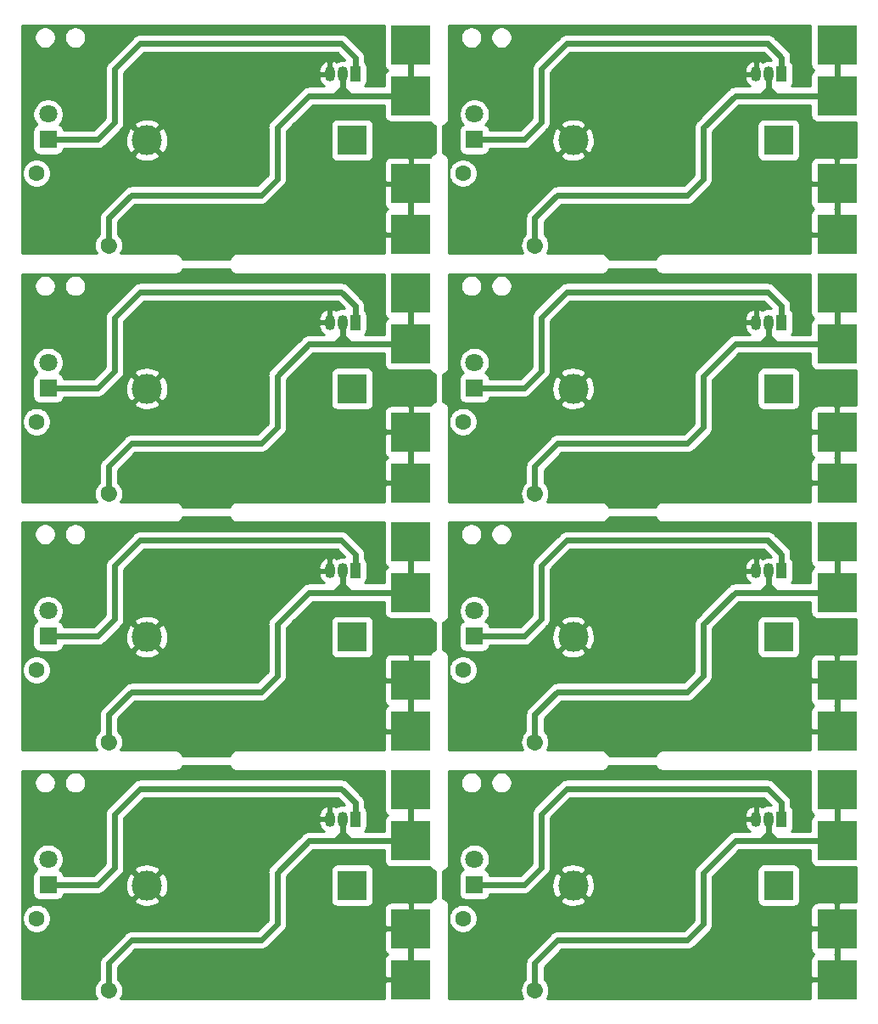
<source format=gbr>
G04 #@! TF.GenerationSoftware,KiCad,Pcbnew,(5.1.4)-1*
G04 #@! TF.CreationDate,2021-02-09T18:46:42+01:00*
G04 #@! TF.ProjectId,plant_water_level,706c616e-745f-4776-9174-65725f6c6576,rev?*
G04 #@! TF.SameCoordinates,Original*
G04 #@! TF.FileFunction,Copper,L2,Bot*
G04 #@! TF.FilePolarity,Positive*
%FSLAX46Y46*%
G04 Gerber Fmt 4.6, Leading zero omitted, Abs format (unit mm)*
G04 Created by KiCad (PCBNEW (5.1.4)-1) date 2021-02-09 18:46:42*
%MOMM*%
%LPD*%
G04 APERTURE LIST*
%ADD10O,1.050000X1.500000*%
%ADD11R,1.050000X1.500000*%
%ADD12R,4.000000X4.000000*%
%ADD13C,1.800000*%
%ADD14R,1.800000X1.800000*%
%ADD15C,1.600000*%
%ADD16C,1.600000*%
%ADD17R,3.000000X3.000000*%
%ADD18C,3.000000*%
%ADD19C,0.700000*%
%ADD20C,0.609600*%
%ADD21C,0.254000*%
G04 APERTURE END LIST*
D10*
X75184000Y92837000D03*
X73914000Y92837000D03*
D11*
X76454000Y92837000D03*
D12*
X81978500Y65913000D03*
D13*
X3238500Y88835000D03*
D14*
X3238500Y86295000D03*
D11*
X33909000Y92837000D03*
D10*
X31369000Y92837000D03*
X32639000Y92837000D03*
D15*
X9279705Y75746795D03*
D16*
X9279705Y75746795D02*
X9279705Y75746795D01*
D15*
X2095500Y82931000D03*
D12*
X39433500Y81915000D03*
X39433500Y95758000D03*
X81978500Y52070000D03*
X81978500Y57150000D03*
X39433500Y90678000D03*
X81978500Y70993000D03*
D17*
X33591500Y86233000D03*
D18*
X13101500Y86233000D03*
D15*
X44640500Y82931000D03*
X51824705Y75746795D03*
D16*
X51824705Y75746795D02*
X51824705Y75746795D01*
D12*
X39433500Y76835000D03*
D18*
X55646500Y86233000D03*
D17*
X76136500Y86233000D03*
D13*
X45783500Y64070000D03*
D14*
X45783500Y61530000D03*
D17*
X76136500Y61468000D03*
D18*
X55646500Y61468000D03*
D11*
X76454000Y68072000D03*
D10*
X73914000Y68072000D03*
X75184000Y68072000D03*
D15*
X51824705Y50981795D03*
D16*
X51824705Y50981795D02*
X51824705Y50981795D01*
D15*
X44640500Y58166000D03*
D12*
X81978500Y90678000D03*
X81978500Y95758000D03*
X81978500Y81915000D03*
D14*
X45783500Y86295000D03*
D13*
X45783500Y88835000D03*
D12*
X81978500Y76835000D03*
X39433500Y65913000D03*
X39433500Y52070000D03*
X39433500Y70993000D03*
X39433500Y57150000D03*
D18*
X13101500Y61468000D03*
D17*
X33591500Y61468000D03*
D14*
X3238500Y61530000D03*
D13*
X3238500Y64070000D03*
D15*
X2095500Y58166000D03*
X9279705Y50981795D03*
D16*
X9279705Y50981795D02*
X9279705Y50981795D01*
D10*
X32639000Y68072000D03*
X31369000Y68072000D03*
D11*
X33909000Y68072000D03*
D12*
X81978500Y41148000D03*
X81978500Y27305000D03*
X81978500Y32385000D03*
X81978500Y46228000D03*
D13*
X45783500Y39305000D03*
D14*
X45783500Y36765000D03*
D17*
X76136500Y36703000D03*
D18*
X55646500Y36703000D03*
D11*
X76454000Y43307000D03*
D10*
X73914000Y43307000D03*
X75184000Y43307000D03*
D15*
X51824705Y26216795D03*
D16*
X51824705Y26216795D02*
X51824705Y26216795D01*
D15*
X44640500Y33401000D03*
D12*
X39433500Y41148000D03*
X39433500Y27305000D03*
X39433500Y46228000D03*
X39433500Y32385000D03*
D18*
X13101500Y36703000D03*
D17*
X33591500Y36703000D03*
D14*
X3238500Y36765000D03*
D13*
X3238500Y39305000D03*
D15*
X2095500Y33401000D03*
X9279705Y26216795D03*
D16*
X9279705Y26216795D02*
X9279705Y26216795D01*
D10*
X32639000Y43307000D03*
X31369000Y43307000D03*
D11*
X33909000Y43307000D03*
D12*
X81978500Y16383000D03*
X81978500Y2540000D03*
X81978500Y21463000D03*
X81978500Y7620000D03*
D18*
X55646500Y11938000D03*
D17*
X76136500Y11938000D03*
D14*
X45783500Y12000000D03*
D13*
X45783500Y14540000D03*
D15*
X44640500Y8636000D03*
X51824705Y1451795D03*
D16*
X51824705Y1451795D02*
X51824705Y1451795D01*
D10*
X75184000Y18542000D03*
X73914000Y18542000D03*
D11*
X76454000Y18542000D03*
D12*
X39433500Y7620000D03*
X39433500Y21463000D03*
X39433500Y2540000D03*
X39433500Y16383000D03*
D15*
X9279705Y1451795D03*
D16*
X9279705Y1451795D02*
X9279705Y1451795D01*
D15*
X2095500Y8636000D03*
D11*
X33909000Y18542000D03*
D10*
X31369000Y18542000D03*
X32639000Y18542000D03*
D13*
X3238500Y14540000D03*
D14*
X3238500Y12000000D03*
D17*
X33591500Y11938000D03*
D18*
X13101500Y11938000D03*
D19*
X1397000Y4699000D03*
X2222500Y1714500D03*
X10414000Y8763000D03*
X15557500Y3810000D03*
X29654500Y1524000D03*
X32829500Y4889500D03*
X39941500Y11303000D03*
X36893500Y12065000D03*
X28638500Y20066000D03*
X36068000Y18732500D03*
X27305000Y22733000D03*
X33845500Y22796500D03*
X13970000Y19431000D03*
X10858500Y22796500D03*
X6413500Y17399000D03*
X1778000Y17589500D03*
X6667500Y7429500D03*
X1270000Y13144500D03*
X49212500Y7429500D03*
X43815000Y13144500D03*
X44323000Y17589500D03*
X56515000Y19431000D03*
X69850000Y22733000D03*
X76390500Y22796500D03*
X53403500Y22796500D03*
X48958500Y17399000D03*
X43942000Y4699000D03*
X44767500Y1714500D03*
X52959000Y8763000D03*
X58102500Y3810000D03*
X72199500Y1524000D03*
X75374500Y4889500D03*
X82486500Y11303000D03*
X78613000Y18732500D03*
X79438500Y12065000D03*
X71183500Y20066000D03*
X6667500Y32194500D03*
X1270000Y37909500D03*
X1778000Y42354500D03*
X13970000Y44196000D03*
X27305000Y47498000D03*
X33845500Y47561500D03*
X10858500Y47561500D03*
X6413500Y42164000D03*
X69850000Y47498000D03*
X53403500Y47561500D03*
X56515000Y44196000D03*
X43815000Y37909500D03*
X76390500Y47561500D03*
X43942000Y29464000D03*
X44767500Y26479500D03*
X44323000Y42354500D03*
X82486500Y36068000D03*
X79438500Y36830000D03*
X75374500Y29654500D03*
X49212500Y32194500D03*
X48958500Y42164000D03*
X71183500Y44831000D03*
X52959000Y33528000D03*
X72199500Y26289000D03*
X78613000Y43497500D03*
X58102500Y28575000D03*
X1397000Y29464000D03*
X2222500Y26479500D03*
X10414000Y33528000D03*
X15557500Y28575000D03*
X29654500Y26289000D03*
X32829500Y29654500D03*
X39941500Y36068000D03*
X36068000Y43497500D03*
X36893500Y36830000D03*
X28638500Y44831000D03*
X6667500Y56959500D03*
X1270000Y62674500D03*
X1778000Y67119500D03*
X13970000Y68961000D03*
X27305000Y72263000D03*
X33845500Y72326500D03*
X10858500Y72326500D03*
X6413500Y66929000D03*
X56515000Y93726000D03*
X76390500Y97091500D03*
X44323000Y91884500D03*
X69850000Y72263000D03*
X1270000Y87439500D03*
X53403500Y72326500D03*
X82486500Y85598000D03*
X56515000Y68961000D03*
X43815000Y62674500D03*
X76390500Y72326500D03*
X43942000Y54229000D03*
X44767500Y51244500D03*
X44323000Y67119500D03*
X10858500Y97091500D03*
X82486500Y60833000D03*
X79438500Y61595000D03*
X33845500Y97091500D03*
X53403500Y97091500D03*
X43815000Y87439500D03*
X6413500Y91694000D03*
X75374500Y54419500D03*
X49212500Y56959500D03*
X6667500Y81724500D03*
X1778000Y91884500D03*
X48958500Y66929000D03*
X44767500Y76009500D03*
X71183500Y69596000D03*
X43942000Y78994000D03*
X52959000Y58293000D03*
X72199500Y51054000D03*
X78613000Y68262500D03*
X13970000Y93726000D03*
X58102500Y53340000D03*
X27305000Y97028000D03*
X69850000Y97028000D03*
X75374500Y79184500D03*
X78613000Y93027500D03*
X48958500Y91694000D03*
X58102500Y78105000D03*
X15557500Y78105000D03*
X29654500Y75819000D03*
X32829500Y79184500D03*
X49212500Y81724500D03*
X1397000Y78994000D03*
X71183500Y94361000D03*
X52959000Y83058000D03*
X2222500Y76009500D03*
X72199500Y75819000D03*
X10414000Y83058000D03*
X1397000Y54229000D03*
X2222500Y51244500D03*
X10414000Y58293000D03*
X15557500Y53340000D03*
X29654500Y51054000D03*
X32829500Y54419500D03*
X39941500Y60833000D03*
X36068000Y68262500D03*
X36893500Y61595000D03*
X28638500Y69596000D03*
X79438500Y86360000D03*
X28638500Y94361000D03*
X36068000Y93027500D03*
X39941500Y85598000D03*
X36893500Y86360000D03*
D20*
X39433500Y7620000D02*
X39433500Y2540000D01*
X81978500Y7620000D02*
X81978500Y2540000D01*
X39433500Y32385000D02*
X39433500Y27305000D01*
X81978500Y32385000D02*
X81978500Y27305000D01*
X39433500Y57150000D02*
X39433500Y52070000D01*
X81978500Y57150000D02*
X81978500Y52070000D01*
X39433500Y81915000D02*
X39433500Y76835000D01*
X81978500Y81915000D02*
X81978500Y76835000D01*
X3238500Y12000000D02*
X8190000Y12000000D01*
X8190000Y12000000D02*
X9906000Y13716000D01*
X9906000Y13716000D02*
X9906000Y19050000D01*
X9906000Y19050000D02*
X12446000Y21590000D01*
X12446000Y21590000D02*
X32512000Y21590000D01*
X33909000Y20193000D02*
X33909000Y18542000D01*
X32512000Y21590000D02*
X33909000Y20193000D01*
X54991000Y21590000D02*
X75057000Y21590000D01*
X52451000Y13716000D02*
X52451000Y19050000D01*
X45783500Y12000000D02*
X50735000Y12000000D01*
X76454000Y20193000D02*
X76454000Y18542000D01*
X50735000Y12000000D02*
X52451000Y13716000D01*
X52451000Y19050000D02*
X54991000Y21590000D01*
X75057000Y21590000D02*
X76454000Y20193000D01*
X12446000Y46355000D02*
X32512000Y46355000D01*
X9906000Y38481000D02*
X9906000Y43815000D01*
X3238500Y36765000D02*
X8190000Y36765000D01*
X33909000Y44958000D02*
X33909000Y43307000D01*
X8190000Y36765000D02*
X9906000Y38481000D01*
X9906000Y43815000D02*
X12446000Y46355000D01*
X32512000Y46355000D02*
X33909000Y44958000D01*
X52451000Y43815000D02*
X54991000Y46355000D01*
X50735000Y36765000D02*
X52451000Y38481000D01*
X75057000Y46355000D02*
X76454000Y44958000D01*
X76454000Y44958000D02*
X76454000Y43307000D01*
X45783500Y36765000D02*
X50735000Y36765000D01*
X54991000Y46355000D02*
X75057000Y46355000D01*
X52451000Y38481000D02*
X52451000Y43815000D01*
X12446000Y71120000D02*
X32512000Y71120000D01*
X9906000Y63246000D02*
X9906000Y68580000D01*
X3238500Y61530000D02*
X8190000Y61530000D01*
X33909000Y69723000D02*
X33909000Y68072000D01*
X8190000Y61530000D02*
X9906000Y63246000D01*
X9906000Y68580000D02*
X12446000Y71120000D01*
X32512000Y71120000D02*
X33909000Y69723000D01*
X52451000Y68580000D02*
X54991000Y71120000D01*
X50735000Y61530000D02*
X52451000Y63246000D01*
X75057000Y71120000D02*
X76454000Y69723000D01*
X76454000Y69723000D02*
X76454000Y68072000D01*
X45783500Y61530000D02*
X50735000Y61530000D01*
X54991000Y71120000D02*
X75057000Y71120000D01*
X52451000Y63246000D02*
X52451000Y68580000D01*
X54991000Y95885000D02*
X75057000Y95885000D01*
X76454000Y94488000D02*
X76454000Y92837000D01*
X45783500Y86295000D02*
X50735000Y86295000D01*
X52451000Y88011000D02*
X52451000Y93345000D01*
X8190000Y86295000D02*
X9906000Y88011000D01*
X52451000Y93345000D02*
X54991000Y95885000D01*
X9906000Y93345000D02*
X12446000Y95885000D01*
X32512000Y95885000D02*
X33909000Y94488000D01*
X3238500Y86295000D02*
X8190000Y86295000D01*
X12446000Y95885000D02*
X32512000Y95885000D01*
X33909000Y94488000D02*
X33909000Y92837000D01*
X9906000Y88011000D02*
X9906000Y93345000D01*
X75057000Y95885000D02*
X76454000Y94488000D01*
X50735000Y86295000D02*
X52451000Y88011000D01*
X26098500Y13208000D02*
X29273500Y16383000D01*
X32639000Y16446500D02*
X32702500Y16383000D01*
X32004000Y16510000D02*
X32639000Y17145000D01*
X32004000Y16383000D02*
X32004000Y16510000D01*
X32639000Y17145000D02*
X32639000Y16446500D01*
X32639000Y18542000D02*
X32639000Y17145000D01*
X32004000Y16383000D02*
X32702500Y16383000D01*
X29273500Y16383000D02*
X32004000Y16383000D01*
X33401000Y16383000D02*
X32639000Y17145000D01*
X33401000Y16383000D02*
X39433500Y16383000D01*
X32702500Y16383000D02*
X33401000Y16383000D01*
X39433500Y16383000D02*
X39433500Y21463000D01*
X9279705Y1451795D02*
X9279705Y4199705D01*
X9279705Y4199705D02*
X11557000Y6477000D01*
X24511000Y6477000D02*
X26098500Y8064500D01*
X11557000Y6477000D02*
X24511000Y6477000D01*
X26098500Y8064500D02*
X26098500Y13208000D01*
X75247500Y16383000D02*
X75946000Y16383000D01*
X81978500Y16383000D02*
X81978500Y21463000D01*
X51824705Y1451795D02*
X51824705Y4199705D01*
X51824705Y4199705D02*
X54102000Y6477000D01*
X68643500Y13208000D02*
X71818500Y16383000D01*
X67056000Y6477000D02*
X68643500Y8064500D01*
X74549000Y16510000D02*
X75184000Y17145000D01*
X74549000Y16383000D02*
X74549000Y16510000D01*
X75184000Y17145000D02*
X75184000Y16446500D01*
X74549000Y16383000D02*
X75247500Y16383000D01*
X75184000Y16446500D02*
X75247500Y16383000D01*
X75184000Y18542000D02*
X75184000Y17145000D01*
X75946000Y16383000D02*
X75184000Y17145000D01*
X71818500Y16383000D02*
X74549000Y16383000D01*
X75946000Y16383000D02*
X81978500Y16383000D01*
X54102000Y6477000D02*
X67056000Y6477000D01*
X68643500Y8064500D02*
X68643500Y13208000D01*
X32702500Y41148000D02*
X33401000Y41148000D01*
X39433500Y41148000D02*
X39433500Y46228000D01*
X9279705Y26216795D02*
X9279705Y28964705D01*
X9279705Y28964705D02*
X11557000Y31242000D01*
X26098500Y37973000D02*
X29273500Y41148000D01*
X24511000Y31242000D02*
X26098500Y32829500D01*
X32004000Y41275000D02*
X32639000Y41910000D01*
X32004000Y41148000D02*
X32004000Y41275000D01*
X32639000Y41910000D02*
X32639000Y41211500D01*
X32004000Y41148000D02*
X32702500Y41148000D01*
X32639000Y41211500D02*
X32702500Y41148000D01*
X32639000Y43307000D02*
X32639000Y41910000D01*
X33401000Y41148000D02*
X32639000Y41910000D01*
X29273500Y41148000D02*
X32004000Y41148000D01*
X33401000Y41148000D02*
X39433500Y41148000D01*
X68643500Y32829500D02*
X68643500Y37973000D01*
X75184000Y41211500D02*
X75247500Y41148000D01*
X75184000Y41910000D02*
X75184000Y41211500D01*
X75946000Y41148000D02*
X81978500Y41148000D01*
X74549000Y41148000D02*
X75247500Y41148000D01*
X11557000Y31242000D02*
X24511000Y31242000D01*
X54102000Y31242000D02*
X67056000Y31242000D01*
X75946000Y41148000D02*
X75184000Y41910000D01*
X75184000Y43307000D02*
X75184000Y41910000D01*
X26098500Y32829500D02*
X26098500Y37973000D01*
X71818500Y41148000D02*
X74549000Y41148000D01*
X74549000Y41275000D02*
X75184000Y41910000D01*
X74549000Y41148000D02*
X74549000Y41275000D01*
X81978500Y41148000D02*
X81978500Y46228000D01*
X75247500Y41148000D02*
X75946000Y41148000D01*
X51824705Y26216795D02*
X51824705Y28964705D01*
X51824705Y28964705D02*
X54102000Y31242000D01*
X67056000Y31242000D02*
X68643500Y32829500D01*
X68643500Y37973000D02*
X71818500Y41148000D01*
X32702500Y65913000D02*
X33401000Y65913000D01*
X39433500Y65913000D02*
X39433500Y70993000D01*
X9279705Y50981795D02*
X9279705Y53729705D01*
X9279705Y53729705D02*
X11557000Y56007000D01*
X26098500Y62738000D02*
X29273500Y65913000D01*
X24511000Y56007000D02*
X26098500Y57594500D01*
X32004000Y66040000D02*
X32639000Y66675000D01*
X32004000Y65913000D02*
X32004000Y66040000D01*
X32639000Y66675000D02*
X32639000Y65976500D01*
X32004000Y65913000D02*
X32702500Y65913000D01*
X32639000Y65976500D02*
X32702500Y65913000D01*
X32639000Y68072000D02*
X32639000Y66675000D01*
X33401000Y65913000D02*
X32639000Y66675000D01*
X29273500Y65913000D02*
X32004000Y65913000D01*
X33401000Y65913000D02*
X39433500Y65913000D01*
X68643500Y57594500D02*
X68643500Y62738000D01*
X75184000Y65976500D02*
X75247500Y65913000D01*
X75184000Y66675000D02*
X75184000Y65976500D01*
X75946000Y65913000D02*
X81978500Y65913000D01*
X74549000Y65913000D02*
X75247500Y65913000D01*
X11557000Y56007000D02*
X24511000Y56007000D01*
X54102000Y56007000D02*
X67056000Y56007000D01*
X75946000Y65913000D02*
X75184000Y66675000D01*
X75184000Y68072000D02*
X75184000Y66675000D01*
X26098500Y57594500D02*
X26098500Y62738000D01*
X71818500Y65913000D02*
X74549000Y65913000D01*
X74549000Y66040000D02*
X75184000Y66675000D01*
X74549000Y65913000D02*
X74549000Y66040000D01*
X81978500Y65913000D02*
X81978500Y70993000D01*
X75247500Y65913000D02*
X75946000Y65913000D01*
X51824705Y50981795D02*
X51824705Y53729705D01*
X51824705Y53729705D02*
X54102000Y56007000D01*
X67056000Y56007000D02*
X68643500Y57594500D01*
X68643500Y62738000D02*
X71818500Y65913000D01*
X74549000Y90805000D02*
X75184000Y91440000D01*
X81978500Y90678000D02*
X81978500Y95758000D01*
X75247500Y90678000D02*
X75946000Y90678000D01*
X51824705Y78494705D02*
X54102000Y80772000D01*
X67056000Y80772000D02*
X68643500Y82359500D01*
X74549000Y90678000D02*
X74549000Y90805000D01*
X51824705Y75746795D02*
X51824705Y78494705D01*
X68643500Y87503000D02*
X71818500Y90678000D01*
X33401000Y90678000D02*
X32639000Y91440000D01*
X33401000Y90678000D02*
X39433500Y90678000D01*
X32639000Y90741500D02*
X32702500Y90678000D01*
X75184000Y90741500D02*
X75247500Y90678000D01*
X75946000Y90678000D02*
X81978500Y90678000D01*
X11557000Y80772000D02*
X24511000Y80772000D01*
X54102000Y80772000D02*
X67056000Y80772000D01*
X75184000Y91440000D02*
X75184000Y90741500D01*
X29273500Y90678000D02*
X32004000Y90678000D01*
X74549000Y90678000D02*
X75247500Y90678000D01*
X68643500Y82359500D02*
X68643500Y87503000D01*
X32639000Y92837000D02*
X32639000Y91440000D01*
X26098500Y87503000D02*
X29273500Y90678000D01*
X32004000Y90805000D02*
X32639000Y91440000D01*
X32702500Y90678000D02*
X33401000Y90678000D01*
X39433500Y90678000D02*
X39433500Y95758000D01*
X9279705Y78494705D02*
X11557000Y80772000D01*
X32004000Y90678000D02*
X32004000Y90805000D01*
X32639000Y91440000D02*
X32639000Y90741500D01*
X9279705Y75746795D02*
X9279705Y78494705D01*
X24511000Y80772000D02*
X26098500Y82359500D01*
X26098500Y82359500D02*
X26098500Y87503000D01*
X71818500Y90678000D02*
X74549000Y90678000D01*
X75184000Y92837000D02*
X75184000Y91440000D01*
X75946000Y90678000D02*
X75184000Y91440000D01*
X32004000Y90678000D02*
X32702500Y90678000D01*
D21*
G36*
X21349550Y23870617D02*
G01*
X21387290Y23746207D01*
X21448575Y23631550D01*
X21531052Y23531052D01*
X21631550Y23448575D01*
X21746207Y23387290D01*
X21870617Y23349550D01*
X21967581Y23340000D01*
X22000000Y23336807D01*
X22032419Y23340000D01*
X36795428Y23340000D01*
X36795428Y19463000D01*
X36807688Y19338518D01*
X36843998Y19218820D01*
X36902963Y19108506D01*
X36982315Y19011815D01*
X37079006Y18932463D01*
X37096710Y18923000D01*
X37079006Y18913537D01*
X36982315Y18834185D01*
X36902963Y18737494D01*
X36843998Y18627180D01*
X36807688Y18507482D01*
X36795428Y18383000D01*
X36795428Y17322800D01*
X34863234Y17322800D01*
X34885185Y17340815D01*
X34964537Y17437506D01*
X35023502Y17547820D01*
X35059812Y17667518D01*
X35072072Y17792000D01*
X35072072Y19292000D01*
X35059812Y19416482D01*
X35023502Y19536180D01*
X34964537Y19646494D01*
X34885185Y19743185D01*
X34848800Y19773045D01*
X34848800Y20146844D01*
X34853346Y20193001D01*
X34848800Y20239158D01*
X34848800Y20239167D01*
X34835202Y20377233D01*
X34781463Y20554386D01*
X34694196Y20717651D01*
X34576754Y20860754D01*
X34540895Y20890182D01*
X33209191Y22221885D01*
X33179754Y22257754D01*
X33036651Y22375196D01*
X32873386Y22462463D01*
X32696233Y22516202D01*
X32558167Y22529800D01*
X32558157Y22529800D01*
X32512000Y22534346D01*
X32465843Y22529800D01*
X12492156Y22529800D01*
X12445999Y22534346D01*
X12399842Y22529800D01*
X12399833Y22529800D01*
X12261767Y22516202D01*
X12084614Y22462463D01*
X11921349Y22375196D01*
X11778246Y22257754D01*
X11748818Y22221896D01*
X9274110Y19747186D01*
X9238247Y19717754D01*
X9184435Y19652184D01*
X9120804Y19574651D01*
X9033538Y19411386D01*
X8979799Y19234233D01*
X8961654Y19050000D01*
X8966201Y19003833D01*
X8966200Y14105278D01*
X7800724Y12939800D01*
X4772652Y12939800D01*
X4764312Y13024482D01*
X4728002Y13144180D01*
X4669037Y13254494D01*
X4589685Y13351185D01*
X4492994Y13430537D01*
X4382680Y13489502D01*
X4364373Y13495056D01*
X4430812Y13561495D01*
X4598799Y13812905D01*
X4714511Y14092257D01*
X4773500Y14388816D01*
X4773500Y14691184D01*
X4714511Y14987743D01*
X4598799Y15267095D01*
X4430812Y15518505D01*
X4217005Y15732312D01*
X3965595Y15900299D01*
X3686243Y16016011D01*
X3389684Y16075000D01*
X3087316Y16075000D01*
X2790757Y16016011D01*
X2511405Y15900299D01*
X2259995Y15732312D01*
X2046188Y15518505D01*
X1878201Y15267095D01*
X1762489Y14987743D01*
X1703500Y14691184D01*
X1703500Y14388816D01*
X1762489Y14092257D01*
X1878201Y13812905D01*
X2046188Y13561495D01*
X2112627Y13495056D01*
X2094320Y13489502D01*
X1984006Y13430537D01*
X1887315Y13351185D01*
X1807963Y13254494D01*
X1748998Y13144180D01*
X1712688Y13024482D01*
X1700428Y12900000D01*
X1700428Y11100000D01*
X1712688Y10975518D01*
X1748998Y10855820D01*
X1807963Y10745506D01*
X1887315Y10648815D01*
X1984006Y10569463D01*
X2094320Y10510498D01*
X2214018Y10474188D01*
X2338500Y10461928D01*
X4138500Y10461928D01*
X4262982Y10474188D01*
X4382680Y10510498D01*
X4492994Y10569463D01*
X4589685Y10648815D01*
X4669037Y10745506D01*
X4728002Y10855820D01*
X4764312Y10975518D01*
X4772652Y11060200D01*
X8143843Y11060200D01*
X8190000Y11055654D01*
X8236157Y11060200D01*
X8236167Y11060200D01*
X8374233Y11073798D01*
X8551386Y11127537D01*
X8714651Y11214804D01*
X8857754Y11332246D01*
X8887191Y11368115D01*
X9414252Y11895176D01*
X10956598Y11895176D01*
X11006166Y11477549D01*
X11136257Y11077617D01*
X11294286Y10781962D01*
X11609847Y10625952D01*
X12921895Y11938000D01*
X13281105Y11938000D01*
X14593153Y10625952D01*
X14908714Y10781962D01*
X15099520Y11156745D01*
X15213544Y11561551D01*
X15246402Y11980824D01*
X15196834Y12398451D01*
X15066743Y12798383D01*
X14908714Y13094038D01*
X14593153Y13250048D01*
X13281105Y11938000D01*
X12921895Y11938000D01*
X11609847Y13250048D01*
X11294286Y13094038D01*
X11103480Y12719255D01*
X10989456Y12314449D01*
X10956598Y11895176D01*
X9414252Y11895176D01*
X10537896Y13018818D01*
X10573754Y13048246D01*
X10691196Y13191349D01*
X10778463Y13354614D01*
X10801225Y13429653D01*
X11789452Y13429653D01*
X13101500Y12117605D01*
X14413548Y13429653D01*
X14257538Y13745214D01*
X13882755Y13936020D01*
X13477949Y14050044D01*
X13058676Y14082902D01*
X12641049Y14033334D01*
X12241117Y13903243D01*
X11945462Y13745214D01*
X11789452Y13429653D01*
X10801225Y13429653D01*
X10832202Y13531767D01*
X10845800Y13669833D01*
X10845800Y13669842D01*
X10850346Y13715999D01*
X10845800Y13762156D01*
X10845800Y18660724D01*
X11037583Y18852507D01*
X30202669Y18852507D01*
X30362402Y18669000D01*
X31242000Y18669000D01*
X31242000Y19760163D01*
X31063190Y19885964D01*
X31001663Y19877272D01*
X30792118Y19784275D01*
X30604742Y19652184D01*
X30446736Y19486076D01*
X30324172Y19292334D01*
X30241761Y19078404D01*
X30202669Y18852507D01*
X11037583Y18852507D01*
X12835278Y20650200D01*
X32122724Y20650200D01*
X32862304Y19910618D01*
X32639000Y19932612D01*
X32411601Y19910215D01*
X32192941Y19843885D01*
X32004331Y19743071D01*
X31945882Y19784275D01*
X31736337Y19877272D01*
X31674810Y19885964D01*
X31496000Y19760163D01*
X31496000Y18995109D01*
X31495785Y18994400D01*
X31479000Y18823979D01*
X31479000Y18395000D01*
X31242000Y18395000D01*
X31242000Y18415000D01*
X30362402Y18415000D01*
X30202669Y18231493D01*
X30241761Y18005596D01*
X30324172Y17791666D01*
X30446736Y17597924D01*
X30604742Y17431816D01*
X30759385Y17322800D01*
X29319656Y17322800D01*
X29273499Y17327346D01*
X29227342Y17322800D01*
X29227333Y17322800D01*
X29089267Y17309202D01*
X28912114Y17255463D01*
X28883400Y17240115D01*
X28748848Y17168196D01*
X28688694Y17118828D01*
X28605746Y17050754D01*
X28576316Y17014893D01*
X25466610Y13905186D01*
X25430747Y13875754D01*
X25401317Y13839893D01*
X25313304Y13732651D01*
X25226038Y13569386D01*
X25172299Y13392233D01*
X25154154Y13208000D01*
X25158701Y13161833D01*
X25158700Y8453777D01*
X24121724Y7416800D01*
X11603156Y7416800D01*
X11556999Y7421346D01*
X11510842Y7416800D01*
X11510833Y7416800D01*
X11372767Y7403202D01*
X11195614Y7349463D01*
X11032349Y7262196D01*
X10889246Y7144754D01*
X10859818Y7108896D01*
X8647815Y4896891D01*
X8611952Y4867459D01*
X8582522Y4831598D01*
X8494509Y4724356D01*
X8407243Y4561091D01*
X8353504Y4383938D01*
X8335359Y4199705D01*
X8339906Y4153538D01*
X8339905Y2536900D01*
X8260097Y2471403D01*
X8080773Y2252896D01*
X7947523Y2003603D01*
X7865469Y1733104D01*
X7837762Y1451795D01*
X7865469Y1170486D01*
X7947523Y899987D01*
X8075799Y660000D01*
X660000Y660000D01*
X660000Y8777335D01*
X660500Y8777335D01*
X660500Y8494665D01*
X715647Y8217426D01*
X823820Y7956273D01*
X980863Y7721241D01*
X1180741Y7521363D01*
X1415773Y7364320D01*
X1676926Y7256147D01*
X1954165Y7201000D01*
X2236835Y7201000D01*
X2514074Y7256147D01*
X2775227Y7364320D01*
X3010259Y7521363D01*
X3210137Y7721241D01*
X3367180Y7956273D01*
X3475353Y8217426D01*
X3530500Y8494665D01*
X3530500Y8777335D01*
X3475353Y9054574D01*
X3367180Y9315727D01*
X3210137Y9550759D01*
X3010259Y9750637D01*
X2775227Y9907680D01*
X2514074Y10015853D01*
X2236835Y10071000D01*
X1954165Y10071000D01*
X1676926Y10015853D01*
X1415773Y9907680D01*
X1180741Y9750637D01*
X980863Y9550759D01*
X823820Y9315727D01*
X715647Y9054574D01*
X660500Y8777335D01*
X660000Y8777335D01*
X660000Y10446347D01*
X11789452Y10446347D01*
X11945462Y10130786D01*
X12320245Y9939980D01*
X12725051Y9825956D01*
X13144324Y9793098D01*
X13561951Y9842666D01*
X13961883Y9972757D01*
X14257538Y10130786D01*
X14413548Y10446347D01*
X13101500Y11758395D01*
X11789452Y10446347D01*
X660000Y10446347D01*
X660000Y22280863D01*
X1860000Y22280863D01*
X1860000Y22067137D01*
X1901696Y21857517D01*
X1983485Y21660060D01*
X2102225Y21482353D01*
X2253353Y21331225D01*
X2431060Y21212485D01*
X2628517Y21130696D01*
X2838137Y21089000D01*
X3051863Y21089000D01*
X3261483Y21130696D01*
X3458940Y21212485D01*
X3636647Y21331225D01*
X3787775Y21482353D01*
X3906515Y21660060D01*
X3988304Y21857517D01*
X4030000Y22067137D01*
X4030000Y22280863D01*
X4860000Y22280863D01*
X4860000Y22067137D01*
X4901696Y21857517D01*
X4983485Y21660060D01*
X5102225Y21482353D01*
X5253353Y21331225D01*
X5431060Y21212485D01*
X5628517Y21130696D01*
X5838137Y21089000D01*
X6051863Y21089000D01*
X6261483Y21130696D01*
X6458940Y21212485D01*
X6636647Y21331225D01*
X6787775Y21482353D01*
X6906515Y21660060D01*
X6988304Y21857517D01*
X7030000Y22067137D01*
X7030000Y22280863D01*
X6988304Y22490483D01*
X6906515Y22687940D01*
X6787775Y22865647D01*
X6636647Y23016775D01*
X6458940Y23135515D01*
X6261483Y23217304D01*
X6051863Y23259000D01*
X5838137Y23259000D01*
X5628517Y23217304D01*
X5431060Y23135515D01*
X5253353Y23016775D01*
X5102225Y22865647D01*
X4983485Y22687940D01*
X4901696Y22490483D01*
X4860000Y22280863D01*
X4030000Y22280863D01*
X3988304Y22490483D01*
X3906515Y22687940D01*
X3787775Y22865647D01*
X3636647Y23016775D01*
X3458940Y23135515D01*
X3261483Y23217304D01*
X3051863Y23259000D01*
X2838137Y23259000D01*
X2628517Y23217304D01*
X2431060Y23135515D01*
X2253353Y23016775D01*
X2102225Y22865647D01*
X1983485Y22687940D01*
X1901696Y22490483D01*
X1860000Y22280863D01*
X660000Y22280863D01*
X660000Y23340000D01*
X15967581Y23340000D01*
X16000000Y23336807D01*
X16032419Y23340000D01*
X16129383Y23349550D01*
X16253793Y23387290D01*
X16368450Y23448575D01*
X16468948Y23531052D01*
X16551425Y23631550D01*
X16612710Y23746207D01*
X16650450Y23870617D01*
X16650980Y23876000D01*
X21349020Y23876000D01*
X21349550Y23870617D01*
X21349550Y23870617D01*
G37*
X21349550Y23870617D02*
X21387290Y23746207D01*
X21448575Y23631550D01*
X21531052Y23531052D01*
X21631550Y23448575D01*
X21746207Y23387290D01*
X21870617Y23349550D01*
X21967581Y23340000D01*
X22000000Y23336807D01*
X22032419Y23340000D01*
X36795428Y23340000D01*
X36795428Y19463000D01*
X36807688Y19338518D01*
X36843998Y19218820D01*
X36902963Y19108506D01*
X36982315Y19011815D01*
X37079006Y18932463D01*
X37096710Y18923000D01*
X37079006Y18913537D01*
X36982315Y18834185D01*
X36902963Y18737494D01*
X36843998Y18627180D01*
X36807688Y18507482D01*
X36795428Y18383000D01*
X36795428Y17322800D01*
X34863234Y17322800D01*
X34885185Y17340815D01*
X34964537Y17437506D01*
X35023502Y17547820D01*
X35059812Y17667518D01*
X35072072Y17792000D01*
X35072072Y19292000D01*
X35059812Y19416482D01*
X35023502Y19536180D01*
X34964537Y19646494D01*
X34885185Y19743185D01*
X34848800Y19773045D01*
X34848800Y20146844D01*
X34853346Y20193001D01*
X34848800Y20239158D01*
X34848800Y20239167D01*
X34835202Y20377233D01*
X34781463Y20554386D01*
X34694196Y20717651D01*
X34576754Y20860754D01*
X34540895Y20890182D01*
X33209191Y22221885D01*
X33179754Y22257754D01*
X33036651Y22375196D01*
X32873386Y22462463D01*
X32696233Y22516202D01*
X32558167Y22529800D01*
X32558157Y22529800D01*
X32512000Y22534346D01*
X32465843Y22529800D01*
X12492156Y22529800D01*
X12445999Y22534346D01*
X12399842Y22529800D01*
X12399833Y22529800D01*
X12261767Y22516202D01*
X12084614Y22462463D01*
X11921349Y22375196D01*
X11778246Y22257754D01*
X11748818Y22221896D01*
X9274110Y19747186D01*
X9238247Y19717754D01*
X9184435Y19652184D01*
X9120804Y19574651D01*
X9033538Y19411386D01*
X8979799Y19234233D01*
X8961654Y19050000D01*
X8966201Y19003833D01*
X8966200Y14105278D01*
X7800724Y12939800D01*
X4772652Y12939800D01*
X4764312Y13024482D01*
X4728002Y13144180D01*
X4669037Y13254494D01*
X4589685Y13351185D01*
X4492994Y13430537D01*
X4382680Y13489502D01*
X4364373Y13495056D01*
X4430812Y13561495D01*
X4598799Y13812905D01*
X4714511Y14092257D01*
X4773500Y14388816D01*
X4773500Y14691184D01*
X4714511Y14987743D01*
X4598799Y15267095D01*
X4430812Y15518505D01*
X4217005Y15732312D01*
X3965595Y15900299D01*
X3686243Y16016011D01*
X3389684Y16075000D01*
X3087316Y16075000D01*
X2790757Y16016011D01*
X2511405Y15900299D01*
X2259995Y15732312D01*
X2046188Y15518505D01*
X1878201Y15267095D01*
X1762489Y14987743D01*
X1703500Y14691184D01*
X1703500Y14388816D01*
X1762489Y14092257D01*
X1878201Y13812905D01*
X2046188Y13561495D01*
X2112627Y13495056D01*
X2094320Y13489502D01*
X1984006Y13430537D01*
X1887315Y13351185D01*
X1807963Y13254494D01*
X1748998Y13144180D01*
X1712688Y13024482D01*
X1700428Y12900000D01*
X1700428Y11100000D01*
X1712688Y10975518D01*
X1748998Y10855820D01*
X1807963Y10745506D01*
X1887315Y10648815D01*
X1984006Y10569463D01*
X2094320Y10510498D01*
X2214018Y10474188D01*
X2338500Y10461928D01*
X4138500Y10461928D01*
X4262982Y10474188D01*
X4382680Y10510498D01*
X4492994Y10569463D01*
X4589685Y10648815D01*
X4669037Y10745506D01*
X4728002Y10855820D01*
X4764312Y10975518D01*
X4772652Y11060200D01*
X8143843Y11060200D01*
X8190000Y11055654D01*
X8236157Y11060200D01*
X8236167Y11060200D01*
X8374233Y11073798D01*
X8551386Y11127537D01*
X8714651Y11214804D01*
X8857754Y11332246D01*
X8887191Y11368115D01*
X9414252Y11895176D01*
X10956598Y11895176D01*
X11006166Y11477549D01*
X11136257Y11077617D01*
X11294286Y10781962D01*
X11609847Y10625952D01*
X12921895Y11938000D01*
X13281105Y11938000D01*
X14593153Y10625952D01*
X14908714Y10781962D01*
X15099520Y11156745D01*
X15213544Y11561551D01*
X15246402Y11980824D01*
X15196834Y12398451D01*
X15066743Y12798383D01*
X14908714Y13094038D01*
X14593153Y13250048D01*
X13281105Y11938000D01*
X12921895Y11938000D01*
X11609847Y13250048D01*
X11294286Y13094038D01*
X11103480Y12719255D01*
X10989456Y12314449D01*
X10956598Y11895176D01*
X9414252Y11895176D01*
X10537896Y13018818D01*
X10573754Y13048246D01*
X10691196Y13191349D01*
X10778463Y13354614D01*
X10801225Y13429653D01*
X11789452Y13429653D01*
X13101500Y12117605D01*
X14413548Y13429653D01*
X14257538Y13745214D01*
X13882755Y13936020D01*
X13477949Y14050044D01*
X13058676Y14082902D01*
X12641049Y14033334D01*
X12241117Y13903243D01*
X11945462Y13745214D01*
X11789452Y13429653D01*
X10801225Y13429653D01*
X10832202Y13531767D01*
X10845800Y13669833D01*
X10845800Y13669842D01*
X10850346Y13715999D01*
X10845800Y13762156D01*
X10845800Y18660724D01*
X11037583Y18852507D01*
X30202669Y18852507D01*
X30362402Y18669000D01*
X31242000Y18669000D01*
X31242000Y19760163D01*
X31063190Y19885964D01*
X31001663Y19877272D01*
X30792118Y19784275D01*
X30604742Y19652184D01*
X30446736Y19486076D01*
X30324172Y19292334D01*
X30241761Y19078404D01*
X30202669Y18852507D01*
X11037583Y18852507D01*
X12835278Y20650200D01*
X32122724Y20650200D01*
X32862304Y19910618D01*
X32639000Y19932612D01*
X32411601Y19910215D01*
X32192941Y19843885D01*
X32004331Y19743071D01*
X31945882Y19784275D01*
X31736337Y19877272D01*
X31674810Y19885964D01*
X31496000Y19760163D01*
X31496000Y18995109D01*
X31495785Y18994400D01*
X31479000Y18823979D01*
X31479000Y18395000D01*
X31242000Y18395000D01*
X31242000Y18415000D01*
X30362402Y18415000D01*
X30202669Y18231493D01*
X30241761Y18005596D01*
X30324172Y17791666D01*
X30446736Y17597924D01*
X30604742Y17431816D01*
X30759385Y17322800D01*
X29319656Y17322800D01*
X29273499Y17327346D01*
X29227342Y17322800D01*
X29227333Y17322800D01*
X29089267Y17309202D01*
X28912114Y17255463D01*
X28883400Y17240115D01*
X28748848Y17168196D01*
X28688694Y17118828D01*
X28605746Y17050754D01*
X28576316Y17014893D01*
X25466610Y13905186D01*
X25430747Y13875754D01*
X25401317Y13839893D01*
X25313304Y13732651D01*
X25226038Y13569386D01*
X25172299Y13392233D01*
X25154154Y13208000D01*
X25158701Y13161833D01*
X25158700Y8453777D01*
X24121724Y7416800D01*
X11603156Y7416800D01*
X11556999Y7421346D01*
X11510842Y7416800D01*
X11510833Y7416800D01*
X11372767Y7403202D01*
X11195614Y7349463D01*
X11032349Y7262196D01*
X10889246Y7144754D01*
X10859818Y7108896D01*
X8647815Y4896891D01*
X8611952Y4867459D01*
X8582522Y4831598D01*
X8494509Y4724356D01*
X8407243Y4561091D01*
X8353504Y4383938D01*
X8335359Y4199705D01*
X8339906Y4153538D01*
X8339905Y2536900D01*
X8260097Y2471403D01*
X8080773Y2252896D01*
X7947523Y2003603D01*
X7865469Y1733104D01*
X7837762Y1451795D01*
X7865469Y1170486D01*
X7947523Y899987D01*
X8075799Y660000D01*
X660000Y660000D01*
X660000Y8777335D01*
X660500Y8777335D01*
X660500Y8494665D01*
X715647Y8217426D01*
X823820Y7956273D01*
X980863Y7721241D01*
X1180741Y7521363D01*
X1415773Y7364320D01*
X1676926Y7256147D01*
X1954165Y7201000D01*
X2236835Y7201000D01*
X2514074Y7256147D01*
X2775227Y7364320D01*
X3010259Y7521363D01*
X3210137Y7721241D01*
X3367180Y7956273D01*
X3475353Y8217426D01*
X3530500Y8494665D01*
X3530500Y8777335D01*
X3475353Y9054574D01*
X3367180Y9315727D01*
X3210137Y9550759D01*
X3010259Y9750637D01*
X2775227Y9907680D01*
X2514074Y10015853D01*
X2236835Y10071000D01*
X1954165Y10071000D01*
X1676926Y10015853D01*
X1415773Y9907680D01*
X1180741Y9750637D01*
X980863Y9550759D01*
X823820Y9315727D01*
X715647Y9054574D01*
X660500Y8777335D01*
X660000Y8777335D01*
X660000Y10446347D01*
X11789452Y10446347D01*
X11945462Y10130786D01*
X12320245Y9939980D01*
X12725051Y9825956D01*
X13144324Y9793098D01*
X13561951Y9842666D01*
X13961883Y9972757D01*
X14257538Y10130786D01*
X14413548Y10446347D01*
X13101500Y11758395D01*
X11789452Y10446347D01*
X660000Y10446347D01*
X660000Y22280863D01*
X1860000Y22280863D01*
X1860000Y22067137D01*
X1901696Y21857517D01*
X1983485Y21660060D01*
X2102225Y21482353D01*
X2253353Y21331225D01*
X2431060Y21212485D01*
X2628517Y21130696D01*
X2838137Y21089000D01*
X3051863Y21089000D01*
X3261483Y21130696D01*
X3458940Y21212485D01*
X3636647Y21331225D01*
X3787775Y21482353D01*
X3906515Y21660060D01*
X3988304Y21857517D01*
X4030000Y22067137D01*
X4030000Y22280863D01*
X4860000Y22280863D01*
X4860000Y22067137D01*
X4901696Y21857517D01*
X4983485Y21660060D01*
X5102225Y21482353D01*
X5253353Y21331225D01*
X5431060Y21212485D01*
X5628517Y21130696D01*
X5838137Y21089000D01*
X6051863Y21089000D01*
X6261483Y21130696D01*
X6458940Y21212485D01*
X6636647Y21331225D01*
X6787775Y21482353D01*
X6906515Y21660060D01*
X6988304Y21857517D01*
X7030000Y22067137D01*
X7030000Y22280863D01*
X6988304Y22490483D01*
X6906515Y22687940D01*
X6787775Y22865647D01*
X6636647Y23016775D01*
X6458940Y23135515D01*
X6261483Y23217304D01*
X6051863Y23259000D01*
X5838137Y23259000D01*
X5628517Y23217304D01*
X5431060Y23135515D01*
X5253353Y23016775D01*
X5102225Y22865647D01*
X4983485Y22687940D01*
X4901696Y22490483D01*
X4860000Y22280863D01*
X4030000Y22280863D01*
X3988304Y22490483D01*
X3906515Y22687940D01*
X3787775Y22865647D01*
X3636647Y23016775D01*
X3458940Y23135515D01*
X3261483Y23217304D01*
X3051863Y23259000D01*
X2838137Y23259000D01*
X2628517Y23217304D01*
X2431060Y23135515D01*
X2253353Y23016775D01*
X2102225Y22865647D01*
X1983485Y22687940D01*
X1901696Y22490483D01*
X1860000Y22280863D01*
X660000Y22280863D01*
X660000Y23340000D01*
X15967581Y23340000D01*
X16000000Y23336807D01*
X16032419Y23340000D01*
X16129383Y23349550D01*
X16253793Y23387290D01*
X16368450Y23448575D01*
X16468948Y23531052D01*
X16551425Y23631550D01*
X16612710Y23746207D01*
X16650450Y23870617D01*
X16650980Y23876000D01*
X21349020Y23876000D01*
X21349550Y23870617D01*
G36*
X32004000Y15438653D02*
G01*
X32050167Y15443200D01*
X32656333Y15443200D01*
X32702500Y15438653D01*
X32748667Y15443200D01*
X33354843Y15443200D01*
X33401000Y15438654D01*
X33447157Y15443200D01*
X36795428Y15443200D01*
X36795428Y14383000D01*
X36807688Y14258518D01*
X36843998Y14138820D01*
X36902963Y14028506D01*
X36982315Y13931815D01*
X37079006Y13852463D01*
X37189320Y13793498D01*
X37309018Y13757188D01*
X37433500Y13744928D01*
X41387974Y13744928D01*
X41448575Y13631550D01*
X41499592Y13569386D01*
X41531052Y13531052D01*
X41631550Y13448575D01*
X41746207Y13387290D01*
X41846500Y13356866D01*
X41846500Y10643134D01*
X41746207Y10612710D01*
X41631550Y10551425D01*
X41531052Y10468948D01*
X41448575Y10368450D01*
X41389535Y10257993D01*
X39719250Y10255000D01*
X39560500Y10096250D01*
X39560500Y7747000D01*
X39580500Y7747000D01*
X39580500Y7493000D01*
X39560500Y7493000D01*
X39560500Y5143750D01*
X39624250Y5080000D01*
X39560500Y5016250D01*
X39560500Y2667000D01*
X39580500Y2667000D01*
X39580500Y2413000D01*
X39560500Y2413000D01*
X39560500Y2393000D01*
X39306500Y2393000D01*
X39306500Y2413000D01*
X36957250Y2413000D01*
X36798500Y2254250D01*
X36795643Y660000D01*
X10483611Y660000D01*
X10611887Y899987D01*
X10693941Y1170486D01*
X10721648Y1451795D01*
X10693941Y1733104D01*
X10611887Y2003603D01*
X10478637Y2252896D01*
X10299313Y2471403D01*
X10219505Y2536900D01*
X10219505Y3810429D01*
X11946278Y5537200D01*
X24464843Y5537200D01*
X24511000Y5532654D01*
X24557157Y5537200D01*
X24557167Y5537200D01*
X24695233Y5550798D01*
X24872386Y5604537D01*
X24901315Y5620000D01*
X36795428Y5620000D01*
X36807688Y5495518D01*
X36843998Y5375820D01*
X36902963Y5265506D01*
X36982315Y5168815D01*
X37079006Y5089463D01*
X37096710Y5080000D01*
X37079006Y5070537D01*
X36982315Y4991185D01*
X36902963Y4894494D01*
X36843998Y4784180D01*
X36807688Y4664482D01*
X36795428Y4540000D01*
X36798500Y2825750D01*
X36957250Y2667000D01*
X39306500Y2667000D01*
X39306500Y5016250D01*
X39242750Y5080000D01*
X39306500Y5143750D01*
X39306500Y7493000D01*
X36957250Y7493000D01*
X36798500Y7334250D01*
X36795428Y5620000D01*
X24901315Y5620000D01*
X25035651Y5691804D01*
X25178754Y5809246D01*
X25208191Y5845115D01*
X26730390Y7367313D01*
X26766254Y7396746D01*
X26868525Y7521363D01*
X26883696Y7539848D01*
X26970962Y7703113D01*
X26970963Y7703114D01*
X27024702Y7880267D01*
X27038300Y8018333D01*
X27038300Y8018342D01*
X27042846Y8064499D01*
X27038300Y8110656D01*
X27038300Y9620000D01*
X36795428Y9620000D01*
X36798500Y7905750D01*
X36957250Y7747000D01*
X39306500Y7747000D01*
X39306500Y10096250D01*
X39147750Y10255000D01*
X37433500Y10258072D01*
X37309018Y10245812D01*
X37189320Y10209502D01*
X37079006Y10150537D01*
X36982315Y10071185D01*
X36902963Y9974494D01*
X36843998Y9864180D01*
X36807688Y9744482D01*
X36795428Y9620000D01*
X27038300Y9620000D01*
X27038300Y12818724D01*
X27657576Y13438000D01*
X31453428Y13438000D01*
X31453428Y10438000D01*
X31465688Y10313518D01*
X31501998Y10193820D01*
X31560963Y10083506D01*
X31640315Y9986815D01*
X31737006Y9907463D01*
X31847320Y9848498D01*
X31967018Y9812188D01*
X32091500Y9799928D01*
X35091500Y9799928D01*
X35215982Y9812188D01*
X35335680Y9848498D01*
X35445994Y9907463D01*
X35542685Y9986815D01*
X35622037Y10083506D01*
X35681002Y10193820D01*
X35717312Y10313518D01*
X35729572Y10438000D01*
X35729572Y13438000D01*
X35717312Y13562482D01*
X35681002Y13682180D01*
X35622037Y13792494D01*
X35542685Y13889185D01*
X35445994Y13968537D01*
X35335680Y14027502D01*
X35215982Y14063812D01*
X35091500Y14076072D01*
X32091500Y14076072D01*
X31967018Y14063812D01*
X31847320Y14027502D01*
X31737006Y13968537D01*
X31640315Y13889185D01*
X31560963Y13792494D01*
X31501998Y13682180D01*
X31465688Y13562482D01*
X31453428Y13438000D01*
X27657576Y13438000D01*
X29662777Y15443200D01*
X31957833Y15443200D01*
X32004000Y15438653D01*
X32004000Y15438653D01*
G37*
X32004000Y15438653D02*
X32050167Y15443200D01*
X32656333Y15443200D01*
X32702500Y15438653D01*
X32748667Y15443200D01*
X33354843Y15443200D01*
X33401000Y15438654D01*
X33447157Y15443200D01*
X36795428Y15443200D01*
X36795428Y14383000D01*
X36807688Y14258518D01*
X36843998Y14138820D01*
X36902963Y14028506D01*
X36982315Y13931815D01*
X37079006Y13852463D01*
X37189320Y13793498D01*
X37309018Y13757188D01*
X37433500Y13744928D01*
X41387974Y13744928D01*
X41448575Y13631550D01*
X41499592Y13569386D01*
X41531052Y13531052D01*
X41631550Y13448575D01*
X41746207Y13387290D01*
X41846500Y13356866D01*
X41846500Y10643134D01*
X41746207Y10612710D01*
X41631550Y10551425D01*
X41531052Y10468948D01*
X41448575Y10368450D01*
X41389535Y10257993D01*
X39719250Y10255000D01*
X39560500Y10096250D01*
X39560500Y7747000D01*
X39580500Y7747000D01*
X39580500Y7493000D01*
X39560500Y7493000D01*
X39560500Y5143750D01*
X39624250Y5080000D01*
X39560500Y5016250D01*
X39560500Y2667000D01*
X39580500Y2667000D01*
X39580500Y2413000D01*
X39560500Y2413000D01*
X39560500Y2393000D01*
X39306500Y2393000D01*
X39306500Y2413000D01*
X36957250Y2413000D01*
X36798500Y2254250D01*
X36795643Y660000D01*
X10483611Y660000D01*
X10611887Y899987D01*
X10693941Y1170486D01*
X10721648Y1451795D01*
X10693941Y1733104D01*
X10611887Y2003603D01*
X10478637Y2252896D01*
X10299313Y2471403D01*
X10219505Y2536900D01*
X10219505Y3810429D01*
X11946278Y5537200D01*
X24464843Y5537200D01*
X24511000Y5532654D01*
X24557157Y5537200D01*
X24557167Y5537200D01*
X24695233Y5550798D01*
X24872386Y5604537D01*
X24901315Y5620000D01*
X36795428Y5620000D01*
X36807688Y5495518D01*
X36843998Y5375820D01*
X36902963Y5265506D01*
X36982315Y5168815D01*
X37079006Y5089463D01*
X37096710Y5080000D01*
X37079006Y5070537D01*
X36982315Y4991185D01*
X36902963Y4894494D01*
X36843998Y4784180D01*
X36807688Y4664482D01*
X36795428Y4540000D01*
X36798500Y2825750D01*
X36957250Y2667000D01*
X39306500Y2667000D01*
X39306500Y5016250D01*
X39242750Y5080000D01*
X39306500Y5143750D01*
X39306500Y7493000D01*
X36957250Y7493000D01*
X36798500Y7334250D01*
X36795428Y5620000D01*
X24901315Y5620000D01*
X25035651Y5691804D01*
X25178754Y5809246D01*
X25208191Y5845115D01*
X26730390Y7367313D01*
X26766254Y7396746D01*
X26868525Y7521363D01*
X26883696Y7539848D01*
X26970962Y7703113D01*
X26970963Y7703114D01*
X27024702Y7880267D01*
X27038300Y8018333D01*
X27038300Y8018342D01*
X27042846Y8064499D01*
X27038300Y8110656D01*
X27038300Y9620000D01*
X36795428Y9620000D01*
X36798500Y7905750D01*
X36957250Y7747000D01*
X39306500Y7747000D01*
X39306500Y10096250D01*
X39147750Y10255000D01*
X37433500Y10258072D01*
X37309018Y10245812D01*
X37189320Y10209502D01*
X37079006Y10150537D01*
X36982315Y10071185D01*
X36902963Y9974494D01*
X36843998Y9864180D01*
X36807688Y9744482D01*
X36795428Y9620000D01*
X27038300Y9620000D01*
X27038300Y12818724D01*
X27657576Y13438000D01*
X31453428Y13438000D01*
X31453428Y10438000D01*
X31465688Y10313518D01*
X31501998Y10193820D01*
X31560963Y10083506D01*
X31640315Y9986815D01*
X31737006Y9907463D01*
X31847320Y9848498D01*
X31967018Y9812188D01*
X32091500Y9799928D01*
X35091500Y9799928D01*
X35215982Y9812188D01*
X35335680Y9848498D01*
X35445994Y9907463D01*
X35542685Y9986815D01*
X35622037Y10083506D01*
X35681002Y10193820D01*
X35717312Y10313518D01*
X35729572Y10438000D01*
X35729572Y13438000D01*
X35717312Y13562482D01*
X35681002Y13682180D01*
X35622037Y13792494D01*
X35542685Y13889185D01*
X35445994Y13968537D01*
X35335680Y14027502D01*
X35215982Y14063812D01*
X35091500Y14076072D01*
X32091500Y14076072D01*
X31967018Y14063812D01*
X31847320Y14027502D01*
X31737006Y13968537D01*
X31640315Y13889185D01*
X31560963Y13792494D01*
X31501998Y13682180D01*
X31465688Y13562482D01*
X31453428Y13438000D01*
X27657576Y13438000D01*
X29662777Y15443200D01*
X31957833Y15443200D01*
X32004000Y15438653D01*
G36*
X63894550Y23870617D02*
G01*
X63932290Y23746207D01*
X63993575Y23631550D01*
X64076052Y23531052D01*
X64176550Y23448575D01*
X64291207Y23387290D01*
X64415617Y23349550D01*
X64512581Y23340000D01*
X64545000Y23336807D01*
X64577419Y23340000D01*
X79340428Y23340000D01*
X79340428Y19463000D01*
X79352688Y19338518D01*
X79388998Y19218820D01*
X79447963Y19108506D01*
X79527315Y19011815D01*
X79624006Y18932463D01*
X79641710Y18923000D01*
X79624006Y18913537D01*
X79527315Y18834185D01*
X79447963Y18737494D01*
X79388998Y18627180D01*
X79352688Y18507482D01*
X79340428Y18383000D01*
X79340428Y17322800D01*
X77408234Y17322800D01*
X77430185Y17340815D01*
X77509537Y17437506D01*
X77568502Y17547820D01*
X77604812Y17667518D01*
X77617072Y17792000D01*
X77617072Y19292000D01*
X77604812Y19416482D01*
X77568502Y19536180D01*
X77509537Y19646494D01*
X77430185Y19743185D01*
X77393800Y19773045D01*
X77393800Y20146844D01*
X77398346Y20193001D01*
X77393800Y20239158D01*
X77393800Y20239167D01*
X77380202Y20377233D01*
X77326463Y20554386D01*
X77239196Y20717651D01*
X77121754Y20860754D01*
X77085895Y20890182D01*
X75754191Y22221885D01*
X75724754Y22257754D01*
X75581651Y22375196D01*
X75418386Y22462463D01*
X75241233Y22516202D01*
X75103167Y22529800D01*
X75103157Y22529800D01*
X75057000Y22534346D01*
X75010843Y22529800D01*
X55037156Y22529800D01*
X54990999Y22534346D01*
X54944842Y22529800D01*
X54944833Y22529800D01*
X54806767Y22516202D01*
X54629614Y22462463D01*
X54466349Y22375196D01*
X54323246Y22257754D01*
X54293818Y22221896D01*
X51819110Y19747186D01*
X51783247Y19717754D01*
X51729435Y19652184D01*
X51665804Y19574651D01*
X51578538Y19411386D01*
X51524799Y19234233D01*
X51506654Y19050000D01*
X51511201Y19003833D01*
X51511200Y14105278D01*
X50345724Y12939800D01*
X47317652Y12939800D01*
X47309312Y13024482D01*
X47273002Y13144180D01*
X47214037Y13254494D01*
X47134685Y13351185D01*
X47037994Y13430537D01*
X46927680Y13489502D01*
X46909373Y13495056D01*
X46975812Y13561495D01*
X47143799Y13812905D01*
X47259511Y14092257D01*
X47318500Y14388816D01*
X47318500Y14691184D01*
X47259511Y14987743D01*
X47143799Y15267095D01*
X46975812Y15518505D01*
X46762005Y15732312D01*
X46510595Y15900299D01*
X46231243Y16016011D01*
X45934684Y16075000D01*
X45632316Y16075000D01*
X45335757Y16016011D01*
X45056405Y15900299D01*
X44804995Y15732312D01*
X44591188Y15518505D01*
X44423201Y15267095D01*
X44307489Y14987743D01*
X44248500Y14691184D01*
X44248500Y14388816D01*
X44307489Y14092257D01*
X44423201Y13812905D01*
X44591188Y13561495D01*
X44657627Y13495056D01*
X44639320Y13489502D01*
X44529006Y13430537D01*
X44432315Y13351185D01*
X44352963Y13254494D01*
X44293998Y13144180D01*
X44257688Y13024482D01*
X44245428Y12900000D01*
X44245428Y11100000D01*
X44257688Y10975518D01*
X44293998Y10855820D01*
X44352963Y10745506D01*
X44432315Y10648815D01*
X44529006Y10569463D01*
X44639320Y10510498D01*
X44759018Y10474188D01*
X44883500Y10461928D01*
X46683500Y10461928D01*
X46807982Y10474188D01*
X46927680Y10510498D01*
X47037994Y10569463D01*
X47134685Y10648815D01*
X47214037Y10745506D01*
X47273002Y10855820D01*
X47309312Y10975518D01*
X47317652Y11060200D01*
X50688843Y11060200D01*
X50735000Y11055654D01*
X50781157Y11060200D01*
X50781167Y11060200D01*
X50919233Y11073798D01*
X51096386Y11127537D01*
X51259651Y11214804D01*
X51402754Y11332246D01*
X51432191Y11368115D01*
X51959252Y11895176D01*
X53501598Y11895176D01*
X53551166Y11477549D01*
X53681257Y11077617D01*
X53839286Y10781962D01*
X54154847Y10625952D01*
X55466895Y11938000D01*
X55826105Y11938000D01*
X57138153Y10625952D01*
X57453714Y10781962D01*
X57644520Y11156745D01*
X57758544Y11561551D01*
X57791402Y11980824D01*
X57741834Y12398451D01*
X57611743Y12798383D01*
X57453714Y13094038D01*
X57138153Y13250048D01*
X55826105Y11938000D01*
X55466895Y11938000D01*
X54154847Y13250048D01*
X53839286Y13094038D01*
X53648480Y12719255D01*
X53534456Y12314449D01*
X53501598Y11895176D01*
X51959252Y11895176D01*
X53082896Y13018818D01*
X53118754Y13048246D01*
X53236196Y13191349D01*
X53323463Y13354614D01*
X53346225Y13429653D01*
X54334452Y13429653D01*
X55646500Y12117605D01*
X56958548Y13429653D01*
X56802538Y13745214D01*
X56427755Y13936020D01*
X56022949Y14050044D01*
X55603676Y14082902D01*
X55186049Y14033334D01*
X54786117Y13903243D01*
X54490462Y13745214D01*
X54334452Y13429653D01*
X53346225Y13429653D01*
X53377202Y13531767D01*
X53390800Y13669833D01*
X53390800Y13669842D01*
X53395346Y13715999D01*
X53390800Y13762156D01*
X53390800Y18660724D01*
X53582583Y18852507D01*
X72747669Y18852507D01*
X72907402Y18669000D01*
X73787000Y18669000D01*
X73787000Y19760163D01*
X73608190Y19885964D01*
X73546663Y19877272D01*
X73337118Y19784275D01*
X73149742Y19652184D01*
X72991736Y19486076D01*
X72869172Y19292334D01*
X72786761Y19078404D01*
X72747669Y18852507D01*
X53582583Y18852507D01*
X55380278Y20650200D01*
X74667724Y20650200D01*
X75407304Y19910618D01*
X75184000Y19932612D01*
X74956601Y19910215D01*
X74737941Y19843885D01*
X74549331Y19743071D01*
X74490882Y19784275D01*
X74281337Y19877272D01*
X74219810Y19885964D01*
X74041000Y19760163D01*
X74041000Y18995109D01*
X74040785Y18994400D01*
X74024000Y18823979D01*
X74024000Y18395000D01*
X73787000Y18395000D01*
X73787000Y18415000D01*
X72907402Y18415000D01*
X72747669Y18231493D01*
X72786761Y18005596D01*
X72869172Y17791666D01*
X72991736Y17597924D01*
X73149742Y17431816D01*
X73304385Y17322800D01*
X71864656Y17322800D01*
X71818499Y17327346D01*
X71772342Y17322800D01*
X71772333Y17322800D01*
X71634267Y17309202D01*
X71457114Y17255463D01*
X71428400Y17240115D01*
X71293848Y17168196D01*
X71233694Y17118828D01*
X71150746Y17050754D01*
X71121316Y17014893D01*
X68011610Y13905186D01*
X67975747Y13875754D01*
X67946317Y13839893D01*
X67858304Y13732651D01*
X67771038Y13569386D01*
X67717299Y13392233D01*
X67699154Y13208000D01*
X67703701Y13161833D01*
X67703700Y8453777D01*
X66666724Y7416800D01*
X54148156Y7416800D01*
X54101999Y7421346D01*
X54055842Y7416800D01*
X54055833Y7416800D01*
X53917767Y7403202D01*
X53740614Y7349463D01*
X53577349Y7262196D01*
X53434246Y7144754D01*
X53404818Y7108896D01*
X51192815Y4896891D01*
X51156952Y4867459D01*
X51127522Y4831598D01*
X51039509Y4724356D01*
X50952243Y4561091D01*
X50898504Y4383938D01*
X50880359Y4199705D01*
X50884906Y4153538D01*
X50884905Y2536900D01*
X50805097Y2471403D01*
X50625773Y2252896D01*
X50492523Y2003603D01*
X50410469Y1733104D01*
X50382762Y1451795D01*
X50410469Y1170486D01*
X50492523Y899987D01*
X50620799Y660000D01*
X43205000Y660000D01*
X43205000Y8777335D01*
X43205500Y8777335D01*
X43205500Y8494665D01*
X43260647Y8217426D01*
X43368820Y7956273D01*
X43525863Y7721241D01*
X43725741Y7521363D01*
X43960773Y7364320D01*
X44221926Y7256147D01*
X44499165Y7201000D01*
X44781835Y7201000D01*
X45059074Y7256147D01*
X45320227Y7364320D01*
X45555259Y7521363D01*
X45755137Y7721241D01*
X45912180Y7956273D01*
X46020353Y8217426D01*
X46075500Y8494665D01*
X46075500Y8777335D01*
X46020353Y9054574D01*
X45912180Y9315727D01*
X45755137Y9550759D01*
X45555259Y9750637D01*
X45320227Y9907680D01*
X45059074Y10015853D01*
X44781835Y10071000D01*
X44499165Y10071000D01*
X44221926Y10015853D01*
X43960773Y9907680D01*
X43725741Y9750637D01*
X43525863Y9550759D01*
X43368820Y9315727D01*
X43260647Y9054574D01*
X43205500Y8777335D01*
X43205000Y8777335D01*
X43205000Y9967581D01*
X43208193Y10000000D01*
X43195450Y10129383D01*
X43157710Y10253793D01*
X43096425Y10368450D01*
X43032497Y10446347D01*
X54334452Y10446347D01*
X54490462Y10130786D01*
X54865245Y9939980D01*
X55270051Y9825956D01*
X55689324Y9793098D01*
X56106951Y9842666D01*
X56506883Y9972757D01*
X56802538Y10130786D01*
X56958548Y10446347D01*
X55646500Y11758395D01*
X54334452Y10446347D01*
X43032497Y10446347D01*
X43013948Y10468948D01*
X42913450Y10551425D01*
X42798793Y10612710D01*
X42674383Y10650450D01*
X42672000Y10650685D01*
X42672000Y13349315D01*
X42674383Y13349550D01*
X42798793Y13387290D01*
X42913450Y13448575D01*
X43013948Y13531052D01*
X43096425Y13631550D01*
X43157710Y13746207D01*
X43195450Y13870617D01*
X43208193Y14000000D01*
X43205000Y14032419D01*
X43205000Y22280863D01*
X44405000Y22280863D01*
X44405000Y22067137D01*
X44446696Y21857517D01*
X44528485Y21660060D01*
X44647225Y21482353D01*
X44798353Y21331225D01*
X44976060Y21212485D01*
X45173517Y21130696D01*
X45383137Y21089000D01*
X45596863Y21089000D01*
X45806483Y21130696D01*
X46003940Y21212485D01*
X46181647Y21331225D01*
X46332775Y21482353D01*
X46451515Y21660060D01*
X46533304Y21857517D01*
X46575000Y22067137D01*
X46575000Y22280863D01*
X47405000Y22280863D01*
X47405000Y22067137D01*
X47446696Y21857517D01*
X47528485Y21660060D01*
X47647225Y21482353D01*
X47798353Y21331225D01*
X47976060Y21212485D01*
X48173517Y21130696D01*
X48383137Y21089000D01*
X48596863Y21089000D01*
X48806483Y21130696D01*
X49003940Y21212485D01*
X49181647Y21331225D01*
X49332775Y21482353D01*
X49451515Y21660060D01*
X49533304Y21857517D01*
X49575000Y22067137D01*
X49575000Y22280863D01*
X49533304Y22490483D01*
X49451515Y22687940D01*
X49332775Y22865647D01*
X49181647Y23016775D01*
X49003940Y23135515D01*
X48806483Y23217304D01*
X48596863Y23259000D01*
X48383137Y23259000D01*
X48173517Y23217304D01*
X47976060Y23135515D01*
X47798353Y23016775D01*
X47647225Y22865647D01*
X47528485Y22687940D01*
X47446696Y22490483D01*
X47405000Y22280863D01*
X46575000Y22280863D01*
X46533304Y22490483D01*
X46451515Y22687940D01*
X46332775Y22865647D01*
X46181647Y23016775D01*
X46003940Y23135515D01*
X45806483Y23217304D01*
X45596863Y23259000D01*
X45383137Y23259000D01*
X45173517Y23217304D01*
X44976060Y23135515D01*
X44798353Y23016775D01*
X44647225Y22865647D01*
X44528485Y22687940D01*
X44446696Y22490483D01*
X44405000Y22280863D01*
X43205000Y22280863D01*
X43205000Y23340000D01*
X58512581Y23340000D01*
X58545000Y23336807D01*
X58577419Y23340000D01*
X58674383Y23349550D01*
X58798793Y23387290D01*
X58913450Y23448575D01*
X59013948Y23531052D01*
X59096425Y23631550D01*
X59157710Y23746207D01*
X59195450Y23870617D01*
X59195980Y23876000D01*
X63894020Y23876000D01*
X63894550Y23870617D01*
X63894550Y23870617D01*
G37*
X63894550Y23870617D02*
X63932290Y23746207D01*
X63993575Y23631550D01*
X64076052Y23531052D01*
X64176550Y23448575D01*
X64291207Y23387290D01*
X64415617Y23349550D01*
X64512581Y23340000D01*
X64545000Y23336807D01*
X64577419Y23340000D01*
X79340428Y23340000D01*
X79340428Y19463000D01*
X79352688Y19338518D01*
X79388998Y19218820D01*
X79447963Y19108506D01*
X79527315Y19011815D01*
X79624006Y18932463D01*
X79641710Y18923000D01*
X79624006Y18913537D01*
X79527315Y18834185D01*
X79447963Y18737494D01*
X79388998Y18627180D01*
X79352688Y18507482D01*
X79340428Y18383000D01*
X79340428Y17322800D01*
X77408234Y17322800D01*
X77430185Y17340815D01*
X77509537Y17437506D01*
X77568502Y17547820D01*
X77604812Y17667518D01*
X77617072Y17792000D01*
X77617072Y19292000D01*
X77604812Y19416482D01*
X77568502Y19536180D01*
X77509537Y19646494D01*
X77430185Y19743185D01*
X77393800Y19773045D01*
X77393800Y20146844D01*
X77398346Y20193001D01*
X77393800Y20239158D01*
X77393800Y20239167D01*
X77380202Y20377233D01*
X77326463Y20554386D01*
X77239196Y20717651D01*
X77121754Y20860754D01*
X77085895Y20890182D01*
X75754191Y22221885D01*
X75724754Y22257754D01*
X75581651Y22375196D01*
X75418386Y22462463D01*
X75241233Y22516202D01*
X75103167Y22529800D01*
X75103157Y22529800D01*
X75057000Y22534346D01*
X75010843Y22529800D01*
X55037156Y22529800D01*
X54990999Y22534346D01*
X54944842Y22529800D01*
X54944833Y22529800D01*
X54806767Y22516202D01*
X54629614Y22462463D01*
X54466349Y22375196D01*
X54323246Y22257754D01*
X54293818Y22221896D01*
X51819110Y19747186D01*
X51783247Y19717754D01*
X51729435Y19652184D01*
X51665804Y19574651D01*
X51578538Y19411386D01*
X51524799Y19234233D01*
X51506654Y19050000D01*
X51511201Y19003833D01*
X51511200Y14105278D01*
X50345724Y12939800D01*
X47317652Y12939800D01*
X47309312Y13024482D01*
X47273002Y13144180D01*
X47214037Y13254494D01*
X47134685Y13351185D01*
X47037994Y13430537D01*
X46927680Y13489502D01*
X46909373Y13495056D01*
X46975812Y13561495D01*
X47143799Y13812905D01*
X47259511Y14092257D01*
X47318500Y14388816D01*
X47318500Y14691184D01*
X47259511Y14987743D01*
X47143799Y15267095D01*
X46975812Y15518505D01*
X46762005Y15732312D01*
X46510595Y15900299D01*
X46231243Y16016011D01*
X45934684Y16075000D01*
X45632316Y16075000D01*
X45335757Y16016011D01*
X45056405Y15900299D01*
X44804995Y15732312D01*
X44591188Y15518505D01*
X44423201Y15267095D01*
X44307489Y14987743D01*
X44248500Y14691184D01*
X44248500Y14388816D01*
X44307489Y14092257D01*
X44423201Y13812905D01*
X44591188Y13561495D01*
X44657627Y13495056D01*
X44639320Y13489502D01*
X44529006Y13430537D01*
X44432315Y13351185D01*
X44352963Y13254494D01*
X44293998Y13144180D01*
X44257688Y13024482D01*
X44245428Y12900000D01*
X44245428Y11100000D01*
X44257688Y10975518D01*
X44293998Y10855820D01*
X44352963Y10745506D01*
X44432315Y10648815D01*
X44529006Y10569463D01*
X44639320Y10510498D01*
X44759018Y10474188D01*
X44883500Y10461928D01*
X46683500Y10461928D01*
X46807982Y10474188D01*
X46927680Y10510498D01*
X47037994Y10569463D01*
X47134685Y10648815D01*
X47214037Y10745506D01*
X47273002Y10855820D01*
X47309312Y10975518D01*
X47317652Y11060200D01*
X50688843Y11060200D01*
X50735000Y11055654D01*
X50781157Y11060200D01*
X50781167Y11060200D01*
X50919233Y11073798D01*
X51096386Y11127537D01*
X51259651Y11214804D01*
X51402754Y11332246D01*
X51432191Y11368115D01*
X51959252Y11895176D01*
X53501598Y11895176D01*
X53551166Y11477549D01*
X53681257Y11077617D01*
X53839286Y10781962D01*
X54154847Y10625952D01*
X55466895Y11938000D01*
X55826105Y11938000D01*
X57138153Y10625952D01*
X57453714Y10781962D01*
X57644520Y11156745D01*
X57758544Y11561551D01*
X57791402Y11980824D01*
X57741834Y12398451D01*
X57611743Y12798383D01*
X57453714Y13094038D01*
X57138153Y13250048D01*
X55826105Y11938000D01*
X55466895Y11938000D01*
X54154847Y13250048D01*
X53839286Y13094038D01*
X53648480Y12719255D01*
X53534456Y12314449D01*
X53501598Y11895176D01*
X51959252Y11895176D01*
X53082896Y13018818D01*
X53118754Y13048246D01*
X53236196Y13191349D01*
X53323463Y13354614D01*
X53346225Y13429653D01*
X54334452Y13429653D01*
X55646500Y12117605D01*
X56958548Y13429653D01*
X56802538Y13745214D01*
X56427755Y13936020D01*
X56022949Y14050044D01*
X55603676Y14082902D01*
X55186049Y14033334D01*
X54786117Y13903243D01*
X54490462Y13745214D01*
X54334452Y13429653D01*
X53346225Y13429653D01*
X53377202Y13531767D01*
X53390800Y13669833D01*
X53390800Y13669842D01*
X53395346Y13715999D01*
X53390800Y13762156D01*
X53390800Y18660724D01*
X53582583Y18852507D01*
X72747669Y18852507D01*
X72907402Y18669000D01*
X73787000Y18669000D01*
X73787000Y19760163D01*
X73608190Y19885964D01*
X73546663Y19877272D01*
X73337118Y19784275D01*
X73149742Y19652184D01*
X72991736Y19486076D01*
X72869172Y19292334D01*
X72786761Y19078404D01*
X72747669Y18852507D01*
X53582583Y18852507D01*
X55380278Y20650200D01*
X74667724Y20650200D01*
X75407304Y19910618D01*
X75184000Y19932612D01*
X74956601Y19910215D01*
X74737941Y19843885D01*
X74549331Y19743071D01*
X74490882Y19784275D01*
X74281337Y19877272D01*
X74219810Y19885964D01*
X74041000Y19760163D01*
X74041000Y18995109D01*
X74040785Y18994400D01*
X74024000Y18823979D01*
X74024000Y18395000D01*
X73787000Y18395000D01*
X73787000Y18415000D01*
X72907402Y18415000D01*
X72747669Y18231493D01*
X72786761Y18005596D01*
X72869172Y17791666D01*
X72991736Y17597924D01*
X73149742Y17431816D01*
X73304385Y17322800D01*
X71864656Y17322800D01*
X71818499Y17327346D01*
X71772342Y17322800D01*
X71772333Y17322800D01*
X71634267Y17309202D01*
X71457114Y17255463D01*
X71428400Y17240115D01*
X71293848Y17168196D01*
X71233694Y17118828D01*
X71150746Y17050754D01*
X71121316Y17014893D01*
X68011610Y13905186D01*
X67975747Y13875754D01*
X67946317Y13839893D01*
X67858304Y13732651D01*
X67771038Y13569386D01*
X67717299Y13392233D01*
X67699154Y13208000D01*
X67703701Y13161833D01*
X67703700Y8453777D01*
X66666724Y7416800D01*
X54148156Y7416800D01*
X54101999Y7421346D01*
X54055842Y7416800D01*
X54055833Y7416800D01*
X53917767Y7403202D01*
X53740614Y7349463D01*
X53577349Y7262196D01*
X53434246Y7144754D01*
X53404818Y7108896D01*
X51192815Y4896891D01*
X51156952Y4867459D01*
X51127522Y4831598D01*
X51039509Y4724356D01*
X50952243Y4561091D01*
X50898504Y4383938D01*
X50880359Y4199705D01*
X50884906Y4153538D01*
X50884905Y2536900D01*
X50805097Y2471403D01*
X50625773Y2252896D01*
X50492523Y2003603D01*
X50410469Y1733104D01*
X50382762Y1451795D01*
X50410469Y1170486D01*
X50492523Y899987D01*
X50620799Y660000D01*
X43205000Y660000D01*
X43205000Y8777335D01*
X43205500Y8777335D01*
X43205500Y8494665D01*
X43260647Y8217426D01*
X43368820Y7956273D01*
X43525863Y7721241D01*
X43725741Y7521363D01*
X43960773Y7364320D01*
X44221926Y7256147D01*
X44499165Y7201000D01*
X44781835Y7201000D01*
X45059074Y7256147D01*
X45320227Y7364320D01*
X45555259Y7521363D01*
X45755137Y7721241D01*
X45912180Y7956273D01*
X46020353Y8217426D01*
X46075500Y8494665D01*
X46075500Y8777335D01*
X46020353Y9054574D01*
X45912180Y9315727D01*
X45755137Y9550759D01*
X45555259Y9750637D01*
X45320227Y9907680D01*
X45059074Y10015853D01*
X44781835Y10071000D01*
X44499165Y10071000D01*
X44221926Y10015853D01*
X43960773Y9907680D01*
X43725741Y9750637D01*
X43525863Y9550759D01*
X43368820Y9315727D01*
X43260647Y9054574D01*
X43205500Y8777335D01*
X43205000Y8777335D01*
X43205000Y9967581D01*
X43208193Y10000000D01*
X43195450Y10129383D01*
X43157710Y10253793D01*
X43096425Y10368450D01*
X43032497Y10446347D01*
X54334452Y10446347D01*
X54490462Y10130786D01*
X54865245Y9939980D01*
X55270051Y9825956D01*
X55689324Y9793098D01*
X56106951Y9842666D01*
X56506883Y9972757D01*
X56802538Y10130786D01*
X56958548Y10446347D01*
X55646500Y11758395D01*
X54334452Y10446347D01*
X43032497Y10446347D01*
X43013948Y10468948D01*
X42913450Y10551425D01*
X42798793Y10612710D01*
X42674383Y10650450D01*
X42672000Y10650685D01*
X42672000Y13349315D01*
X42674383Y13349550D01*
X42798793Y13387290D01*
X42913450Y13448575D01*
X43013948Y13531052D01*
X43096425Y13631550D01*
X43157710Y13746207D01*
X43195450Y13870617D01*
X43208193Y14000000D01*
X43205000Y14032419D01*
X43205000Y22280863D01*
X44405000Y22280863D01*
X44405000Y22067137D01*
X44446696Y21857517D01*
X44528485Y21660060D01*
X44647225Y21482353D01*
X44798353Y21331225D01*
X44976060Y21212485D01*
X45173517Y21130696D01*
X45383137Y21089000D01*
X45596863Y21089000D01*
X45806483Y21130696D01*
X46003940Y21212485D01*
X46181647Y21331225D01*
X46332775Y21482353D01*
X46451515Y21660060D01*
X46533304Y21857517D01*
X46575000Y22067137D01*
X46575000Y22280863D01*
X47405000Y22280863D01*
X47405000Y22067137D01*
X47446696Y21857517D01*
X47528485Y21660060D01*
X47647225Y21482353D01*
X47798353Y21331225D01*
X47976060Y21212485D01*
X48173517Y21130696D01*
X48383137Y21089000D01*
X48596863Y21089000D01*
X48806483Y21130696D01*
X49003940Y21212485D01*
X49181647Y21331225D01*
X49332775Y21482353D01*
X49451515Y21660060D01*
X49533304Y21857517D01*
X49575000Y22067137D01*
X49575000Y22280863D01*
X49533304Y22490483D01*
X49451515Y22687940D01*
X49332775Y22865647D01*
X49181647Y23016775D01*
X49003940Y23135515D01*
X48806483Y23217304D01*
X48596863Y23259000D01*
X48383137Y23259000D01*
X48173517Y23217304D01*
X47976060Y23135515D01*
X47798353Y23016775D01*
X47647225Y22865647D01*
X47528485Y22687940D01*
X47446696Y22490483D01*
X47405000Y22280863D01*
X46575000Y22280863D01*
X46533304Y22490483D01*
X46451515Y22687940D01*
X46332775Y22865647D01*
X46181647Y23016775D01*
X46003940Y23135515D01*
X45806483Y23217304D01*
X45596863Y23259000D01*
X45383137Y23259000D01*
X45173517Y23217304D01*
X44976060Y23135515D01*
X44798353Y23016775D01*
X44647225Y22865647D01*
X44528485Y22687940D01*
X44446696Y22490483D01*
X44405000Y22280863D01*
X43205000Y22280863D01*
X43205000Y23340000D01*
X58512581Y23340000D01*
X58545000Y23336807D01*
X58577419Y23340000D01*
X58674383Y23349550D01*
X58798793Y23387290D01*
X58913450Y23448575D01*
X59013948Y23531052D01*
X59096425Y23631550D01*
X59157710Y23746207D01*
X59195450Y23870617D01*
X59195980Y23876000D01*
X63894020Y23876000D01*
X63894550Y23870617D01*
G36*
X74549000Y15438653D02*
G01*
X74595167Y15443200D01*
X75201333Y15443200D01*
X75247500Y15438653D01*
X75293667Y15443200D01*
X75899843Y15443200D01*
X75946000Y15438654D01*
X75992157Y15443200D01*
X79340428Y15443200D01*
X79340428Y14383000D01*
X79352688Y14258518D01*
X79388998Y14138820D01*
X79447963Y14028506D01*
X79527315Y13931815D01*
X79624006Y13852463D01*
X79734320Y13793498D01*
X79854018Y13757188D01*
X79978500Y13744928D01*
X83885001Y13744928D01*
X83885000Y10257904D01*
X82264250Y10255000D01*
X82105500Y10096250D01*
X82105500Y7747000D01*
X82125500Y7747000D01*
X82125500Y7493000D01*
X82105500Y7493000D01*
X82105500Y5143750D01*
X82169250Y5080000D01*
X82105500Y5016250D01*
X82105500Y2667000D01*
X82125500Y2667000D01*
X82125500Y2413000D01*
X82105500Y2413000D01*
X82105500Y2393000D01*
X81851500Y2393000D01*
X81851500Y2413000D01*
X79502250Y2413000D01*
X79343500Y2254250D01*
X79340643Y660000D01*
X53028611Y660000D01*
X53156887Y899987D01*
X53238941Y1170486D01*
X53266648Y1451795D01*
X53238941Y1733104D01*
X53156887Y2003603D01*
X53023637Y2252896D01*
X52844313Y2471403D01*
X52764505Y2536900D01*
X52764505Y3810429D01*
X54491278Y5537200D01*
X67009843Y5537200D01*
X67056000Y5532654D01*
X67102157Y5537200D01*
X67102167Y5537200D01*
X67240233Y5550798D01*
X67417386Y5604537D01*
X67446315Y5620000D01*
X79340428Y5620000D01*
X79352688Y5495518D01*
X79388998Y5375820D01*
X79447963Y5265506D01*
X79527315Y5168815D01*
X79624006Y5089463D01*
X79641710Y5080000D01*
X79624006Y5070537D01*
X79527315Y4991185D01*
X79447963Y4894494D01*
X79388998Y4784180D01*
X79352688Y4664482D01*
X79340428Y4540000D01*
X79343500Y2825750D01*
X79502250Y2667000D01*
X81851500Y2667000D01*
X81851500Y5016250D01*
X81787750Y5080000D01*
X81851500Y5143750D01*
X81851500Y7493000D01*
X79502250Y7493000D01*
X79343500Y7334250D01*
X79340428Y5620000D01*
X67446315Y5620000D01*
X67580651Y5691804D01*
X67723754Y5809246D01*
X67753191Y5845115D01*
X69275390Y7367313D01*
X69311254Y7396746D01*
X69413525Y7521363D01*
X69428696Y7539848D01*
X69515962Y7703113D01*
X69515963Y7703114D01*
X69569702Y7880267D01*
X69583300Y8018333D01*
X69583300Y8018342D01*
X69587846Y8064499D01*
X69583300Y8110656D01*
X69583300Y9620000D01*
X79340428Y9620000D01*
X79343500Y7905750D01*
X79502250Y7747000D01*
X81851500Y7747000D01*
X81851500Y10096250D01*
X81692750Y10255000D01*
X79978500Y10258072D01*
X79854018Y10245812D01*
X79734320Y10209502D01*
X79624006Y10150537D01*
X79527315Y10071185D01*
X79447963Y9974494D01*
X79388998Y9864180D01*
X79352688Y9744482D01*
X79340428Y9620000D01*
X69583300Y9620000D01*
X69583300Y12818724D01*
X70202576Y13438000D01*
X73998428Y13438000D01*
X73998428Y10438000D01*
X74010688Y10313518D01*
X74046998Y10193820D01*
X74105963Y10083506D01*
X74185315Y9986815D01*
X74282006Y9907463D01*
X74392320Y9848498D01*
X74512018Y9812188D01*
X74636500Y9799928D01*
X77636500Y9799928D01*
X77760982Y9812188D01*
X77880680Y9848498D01*
X77990994Y9907463D01*
X78087685Y9986815D01*
X78167037Y10083506D01*
X78226002Y10193820D01*
X78262312Y10313518D01*
X78274572Y10438000D01*
X78274572Y13438000D01*
X78262312Y13562482D01*
X78226002Y13682180D01*
X78167037Y13792494D01*
X78087685Y13889185D01*
X77990994Y13968537D01*
X77880680Y14027502D01*
X77760982Y14063812D01*
X77636500Y14076072D01*
X74636500Y14076072D01*
X74512018Y14063812D01*
X74392320Y14027502D01*
X74282006Y13968537D01*
X74185315Y13889185D01*
X74105963Y13792494D01*
X74046998Y13682180D01*
X74010688Y13562482D01*
X73998428Y13438000D01*
X70202576Y13438000D01*
X72207777Y15443200D01*
X74502833Y15443200D01*
X74549000Y15438653D01*
X74549000Y15438653D01*
G37*
X74549000Y15438653D02*
X74595167Y15443200D01*
X75201333Y15443200D01*
X75247500Y15438653D01*
X75293667Y15443200D01*
X75899843Y15443200D01*
X75946000Y15438654D01*
X75992157Y15443200D01*
X79340428Y15443200D01*
X79340428Y14383000D01*
X79352688Y14258518D01*
X79388998Y14138820D01*
X79447963Y14028506D01*
X79527315Y13931815D01*
X79624006Y13852463D01*
X79734320Y13793498D01*
X79854018Y13757188D01*
X79978500Y13744928D01*
X83885001Y13744928D01*
X83885000Y10257904D01*
X82264250Y10255000D01*
X82105500Y10096250D01*
X82105500Y7747000D01*
X82125500Y7747000D01*
X82125500Y7493000D01*
X82105500Y7493000D01*
X82105500Y5143750D01*
X82169250Y5080000D01*
X82105500Y5016250D01*
X82105500Y2667000D01*
X82125500Y2667000D01*
X82125500Y2413000D01*
X82105500Y2413000D01*
X82105500Y2393000D01*
X81851500Y2393000D01*
X81851500Y2413000D01*
X79502250Y2413000D01*
X79343500Y2254250D01*
X79340643Y660000D01*
X53028611Y660000D01*
X53156887Y899987D01*
X53238941Y1170486D01*
X53266648Y1451795D01*
X53238941Y1733104D01*
X53156887Y2003603D01*
X53023637Y2252896D01*
X52844313Y2471403D01*
X52764505Y2536900D01*
X52764505Y3810429D01*
X54491278Y5537200D01*
X67009843Y5537200D01*
X67056000Y5532654D01*
X67102157Y5537200D01*
X67102167Y5537200D01*
X67240233Y5550798D01*
X67417386Y5604537D01*
X67446315Y5620000D01*
X79340428Y5620000D01*
X79352688Y5495518D01*
X79388998Y5375820D01*
X79447963Y5265506D01*
X79527315Y5168815D01*
X79624006Y5089463D01*
X79641710Y5080000D01*
X79624006Y5070537D01*
X79527315Y4991185D01*
X79447963Y4894494D01*
X79388998Y4784180D01*
X79352688Y4664482D01*
X79340428Y4540000D01*
X79343500Y2825750D01*
X79502250Y2667000D01*
X81851500Y2667000D01*
X81851500Y5016250D01*
X81787750Y5080000D01*
X81851500Y5143750D01*
X81851500Y7493000D01*
X79502250Y7493000D01*
X79343500Y7334250D01*
X79340428Y5620000D01*
X67446315Y5620000D01*
X67580651Y5691804D01*
X67723754Y5809246D01*
X67753191Y5845115D01*
X69275390Y7367313D01*
X69311254Y7396746D01*
X69413525Y7521363D01*
X69428696Y7539848D01*
X69515962Y7703113D01*
X69515963Y7703114D01*
X69569702Y7880267D01*
X69583300Y8018333D01*
X69583300Y8018342D01*
X69587846Y8064499D01*
X69583300Y8110656D01*
X69583300Y9620000D01*
X79340428Y9620000D01*
X79343500Y7905750D01*
X79502250Y7747000D01*
X81851500Y7747000D01*
X81851500Y10096250D01*
X81692750Y10255000D01*
X79978500Y10258072D01*
X79854018Y10245812D01*
X79734320Y10209502D01*
X79624006Y10150537D01*
X79527315Y10071185D01*
X79447963Y9974494D01*
X79388998Y9864180D01*
X79352688Y9744482D01*
X79340428Y9620000D01*
X69583300Y9620000D01*
X69583300Y12818724D01*
X70202576Y13438000D01*
X73998428Y13438000D01*
X73998428Y10438000D01*
X74010688Y10313518D01*
X74046998Y10193820D01*
X74105963Y10083506D01*
X74185315Y9986815D01*
X74282006Y9907463D01*
X74392320Y9848498D01*
X74512018Y9812188D01*
X74636500Y9799928D01*
X77636500Y9799928D01*
X77760982Y9812188D01*
X77880680Y9848498D01*
X77990994Y9907463D01*
X78087685Y9986815D01*
X78167037Y10083506D01*
X78226002Y10193820D01*
X78262312Y10313518D01*
X78274572Y10438000D01*
X78274572Y13438000D01*
X78262312Y13562482D01*
X78226002Y13682180D01*
X78167037Y13792494D01*
X78087685Y13889185D01*
X77990994Y13968537D01*
X77880680Y14027502D01*
X77760982Y14063812D01*
X77636500Y14076072D01*
X74636500Y14076072D01*
X74512018Y14063812D01*
X74392320Y14027502D01*
X74282006Y13968537D01*
X74185315Y13889185D01*
X74105963Y13792494D01*
X74046998Y13682180D01*
X74010688Y13562482D01*
X73998428Y13438000D01*
X70202576Y13438000D01*
X72207777Y15443200D01*
X74502833Y15443200D01*
X74549000Y15438653D01*
G36*
X74549000Y40203653D02*
G01*
X74595167Y40208200D01*
X75201333Y40208200D01*
X75247500Y40203653D01*
X75293667Y40208200D01*
X75899843Y40208200D01*
X75946000Y40203654D01*
X75992157Y40208200D01*
X79340428Y40208200D01*
X79340428Y39148000D01*
X79352688Y39023518D01*
X79388998Y38903820D01*
X79447963Y38793506D01*
X79527315Y38696815D01*
X79624006Y38617463D01*
X79734320Y38558498D01*
X79854018Y38522188D01*
X79978500Y38509928D01*
X83885001Y38509928D01*
X83885000Y35022904D01*
X82264250Y35020000D01*
X82105500Y34861250D01*
X82105500Y32512000D01*
X82125500Y32512000D01*
X82125500Y32258000D01*
X82105500Y32258000D01*
X82105500Y29908750D01*
X82169250Y29845000D01*
X82105500Y29781250D01*
X82105500Y27432000D01*
X82125500Y27432000D01*
X82125500Y27178000D01*
X82105500Y27178000D01*
X82105500Y27158000D01*
X81851500Y27158000D01*
X81851500Y27178000D01*
X79502250Y27178000D01*
X79343500Y27019250D01*
X79340643Y25425000D01*
X64577419Y25425000D01*
X64545000Y25428193D01*
X64512581Y25425000D01*
X64415617Y25415450D01*
X64291207Y25377710D01*
X64176550Y25316425D01*
X64076052Y25233948D01*
X63993575Y25133450D01*
X63932290Y25018793D01*
X63894550Y24894383D01*
X63894315Y24892000D01*
X59195685Y24892000D01*
X59195450Y24894383D01*
X59157710Y25018793D01*
X59096425Y25133450D01*
X59013948Y25233948D01*
X58913450Y25316425D01*
X58798793Y25377710D01*
X58674383Y25415450D01*
X58577419Y25425000D01*
X58545000Y25428193D01*
X58512581Y25425000D01*
X53028611Y25425000D01*
X53156887Y25664987D01*
X53238941Y25935486D01*
X53266648Y26216795D01*
X53238941Y26498104D01*
X53156887Y26768603D01*
X53023637Y27017896D01*
X52844313Y27236403D01*
X52764505Y27301900D01*
X52764505Y28575429D01*
X54491278Y30302200D01*
X67009843Y30302200D01*
X67056000Y30297654D01*
X67102157Y30302200D01*
X67102167Y30302200D01*
X67240233Y30315798D01*
X67417386Y30369537D01*
X67446315Y30385000D01*
X79340428Y30385000D01*
X79352688Y30260518D01*
X79388998Y30140820D01*
X79447963Y30030506D01*
X79527315Y29933815D01*
X79624006Y29854463D01*
X79641710Y29845000D01*
X79624006Y29835537D01*
X79527315Y29756185D01*
X79447963Y29659494D01*
X79388998Y29549180D01*
X79352688Y29429482D01*
X79340428Y29305000D01*
X79343500Y27590750D01*
X79502250Y27432000D01*
X81851500Y27432000D01*
X81851500Y29781250D01*
X81787750Y29845000D01*
X81851500Y29908750D01*
X81851500Y32258000D01*
X79502250Y32258000D01*
X79343500Y32099250D01*
X79340428Y30385000D01*
X67446315Y30385000D01*
X67580651Y30456804D01*
X67723754Y30574246D01*
X67753191Y30610115D01*
X69275390Y32132313D01*
X69311254Y32161746D01*
X69413525Y32286363D01*
X69428696Y32304848D01*
X69515962Y32468113D01*
X69515963Y32468114D01*
X69569702Y32645267D01*
X69583300Y32783333D01*
X69583300Y32783342D01*
X69587846Y32829499D01*
X69583300Y32875656D01*
X69583300Y34385000D01*
X79340428Y34385000D01*
X79343500Y32670750D01*
X79502250Y32512000D01*
X81851500Y32512000D01*
X81851500Y34861250D01*
X81692750Y35020000D01*
X79978500Y35023072D01*
X79854018Y35010812D01*
X79734320Y34974502D01*
X79624006Y34915537D01*
X79527315Y34836185D01*
X79447963Y34739494D01*
X79388998Y34629180D01*
X79352688Y34509482D01*
X79340428Y34385000D01*
X69583300Y34385000D01*
X69583300Y37583724D01*
X70202576Y38203000D01*
X73998428Y38203000D01*
X73998428Y35203000D01*
X74010688Y35078518D01*
X74046998Y34958820D01*
X74105963Y34848506D01*
X74185315Y34751815D01*
X74282006Y34672463D01*
X74392320Y34613498D01*
X74512018Y34577188D01*
X74636500Y34564928D01*
X77636500Y34564928D01*
X77760982Y34577188D01*
X77880680Y34613498D01*
X77990994Y34672463D01*
X78087685Y34751815D01*
X78167037Y34848506D01*
X78226002Y34958820D01*
X78262312Y35078518D01*
X78274572Y35203000D01*
X78274572Y38203000D01*
X78262312Y38327482D01*
X78226002Y38447180D01*
X78167037Y38557494D01*
X78087685Y38654185D01*
X77990994Y38733537D01*
X77880680Y38792502D01*
X77760982Y38828812D01*
X77636500Y38841072D01*
X74636500Y38841072D01*
X74512018Y38828812D01*
X74392320Y38792502D01*
X74282006Y38733537D01*
X74185315Y38654185D01*
X74105963Y38557494D01*
X74046998Y38447180D01*
X74010688Y38327482D01*
X73998428Y38203000D01*
X70202576Y38203000D01*
X72207777Y40208200D01*
X74502833Y40208200D01*
X74549000Y40203653D01*
X74549000Y40203653D01*
G37*
X74549000Y40203653D02*
X74595167Y40208200D01*
X75201333Y40208200D01*
X75247500Y40203653D01*
X75293667Y40208200D01*
X75899843Y40208200D01*
X75946000Y40203654D01*
X75992157Y40208200D01*
X79340428Y40208200D01*
X79340428Y39148000D01*
X79352688Y39023518D01*
X79388998Y38903820D01*
X79447963Y38793506D01*
X79527315Y38696815D01*
X79624006Y38617463D01*
X79734320Y38558498D01*
X79854018Y38522188D01*
X79978500Y38509928D01*
X83885001Y38509928D01*
X83885000Y35022904D01*
X82264250Y35020000D01*
X82105500Y34861250D01*
X82105500Y32512000D01*
X82125500Y32512000D01*
X82125500Y32258000D01*
X82105500Y32258000D01*
X82105500Y29908750D01*
X82169250Y29845000D01*
X82105500Y29781250D01*
X82105500Y27432000D01*
X82125500Y27432000D01*
X82125500Y27178000D01*
X82105500Y27178000D01*
X82105500Y27158000D01*
X81851500Y27158000D01*
X81851500Y27178000D01*
X79502250Y27178000D01*
X79343500Y27019250D01*
X79340643Y25425000D01*
X64577419Y25425000D01*
X64545000Y25428193D01*
X64512581Y25425000D01*
X64415617Y25415450D01*
X64291207Y25377710D01*
X64176550Y25316425D01*
X64076052Y25233948D01*
X63993575Y25133450D01*
X63932290Y25018793D01*
X63894550Y24894383D01*
X63894315Y24892000D01*
X59195685Y24892000D01*
X59195450Y24894383D01*
X59157710Y25018793D01*
X59096425Y25133450D01*
X59013948Y25233948D01*
X58913450Y25316425D01*
X58798793Y25377710D01*
X58674383Y25415450D01*
X58577419Y25425000D01*
X58545000Y25428193D01*
X58512581Y25425000D01*
X53028611Y25425000D01*
X53156887Y25664987D01*
X53238941Y25935486D01*
X53266648Y26216795D01*
X53238941Y26498104D01*
X53156887Y26768603D01*
X53023637Y27017896D01*
X52844313Y27236403D01*
X52764505Y27301900D01*
X52764505Y28575429D01*
X54491278Y30302200D01*
X67009843Y30302200D01*
X67056000Y30297654D01*
X67102157Y30302200D01*
X67102167Y30302200D01*
X67240233Y30315798D01*
X67417386Y30369537D01*
X67446315Y30385000D01*
X79340428Y30385000D01*
X79352688Y30260518D01*
X79388998Y30140820D01*
X79447963Y30030506D01*
X79527315Y29933815D01*
X79624006Y29854463D01*
X79641710Y29845000D01*
X79624006Y29835537D01*
X79527315Y29756185D01*
X79447963Y29659494D01*
X79388998Y29549180D01*
X79352688Y29429482D01*
X79340428Y29305000D01*
X79343500Y27590750D01*
X79502250Y27432000D01*
X81851500Y27432000D01*
X81851500Y29781250D01*
X81787750Y29845000D01*
X81851500Y29908750D01*
X81851500Y32258000D01*
X79502250Y32258000D01*
X79343500Y32099250D01*
X79340428Y30385000D01*
X67446315Y30385000D01*
X67580651Y30456804D01*
X67723754Y30574246D01*
X67753191Y30610115D01*
X69275390Y32132313D01*
X69311254Y32161746D01*
X69413525Y32286363D01*
X69428696Y32304848D01*
X69515962Y32468113D01*
X69515963Y32468114D01*
X69569702Y32645267D01*
X69583300Y32783333D01*
X69583300Y32783342D01*
X69587846Y32829499D01*
X69583300Y32875656D01*
X69583300Y34385000D01*
X79340428Y34385000D01*
X79343500Y32670750D01*
X79502250Y32512000D01*
X81851500Y32512000D01*
X81851500Y34861250D01*
X81692750Y35020000D01*
X79978500Y35023072D01*
X79854018Y35010812D01*
X79734320Y34974502D01*
X79624006Y34915537D01*
X79527315Y34836185D01*
X79447963Y34739494D01*
X79388998Y34629180D01*
X79352688Y34509482D01*
X79340428Y34385000D01*
X69583300Y34385000D01*
X69583300Y37583724D01*
X70202576Y38203000D01*
X73998428Y38203000D01*
X73998428Y35203000D01*
X74010688Y35078518D01*
X74046998Y34958820D01*
X74105963Y34848506D01*
X74185315Y34751815D01*
X74282006Y34672463D01*
X74392320Y34613498D01*
X74512018Y34577188D01*
X74636500Y34564928D01*
X77636500Y34564928D01*
X77760982Y34577188D01*
X77880680Y34613498D01*
X77990994Y34672463D01*
X78087685Y34751815D01*
X78167037Y34848506D01*
X78226002Y34958820D01*
X78262312Y35078518D01*
X78274572Y35203000D01*
X78274572Y38203000D01*
X78262312Y38327482D01*
X78226002Y38447180D01*
X78167037Y38557494D01*
X78087685Y38654185D01*
X77990994Y38733537D01*
X77880680Y38792502D01*
X77760982Y38828812D01*
X77636500Y38841072D01*
X74636500Y38841072D01*
X74512018Y38828812D01*
X74392320Y38792502D01*
X74282006Y38733537D01*
X74185315Y38654185D01*
X74105963Y38557494D01*
X74046998Y38447180D01*
X74010688Y38327482D01*
X73998428Y38203000D01*
X70202576Y38203000D01*
X72207777Y40208200D01*
X74502833Y40208200D01*
X74549000Y40203653D01*
G36*
X63894550Y48635617D02*
G01*
X63932290Y48511207D01*
X63993575Y48396550D01*
X64076052Y48296052D01*
X64176550Y48213575D01*
X64291207Y48152290D01*
X64415617Y48114550D01*
X64512581Y48105000D01*
X64545000Y48101807D01*
X64577419Y48105000D01*
X79340428Y48105000D01*
X79340428Y44228000D01*
X79352688Y44103518D01*
X79388998Y43983820D01*
X79447963Y43873506D01*
X79527315Y43776815D01*
X79624006Y43697463D01*
X79641710Y43688000D01*
X79624006Y43678537D01*
X79527315Y43599185D01*
X79447963Y43502494D01*
X79388998Y43392180D01*
X79352688Y43272482D01*
X79340428Y43148000D01*
X79340428Y42087800D01*
X77408234Y42087800D01*
X77430185Y42105815D01*
X77509537Y42202506D01*
X77568502Y42312820D01*
X77604812Y42432518D01*
X77617072Y42557000D01*
X77617072Y44057000D01*
X77604812Y44181482D01*
X77568502Y44301180D01*
X77509537Y44411494D01*
X77430185Y44508185D01*
X77393800Y44538045D01*
X77393800Y44911844D01*
X77398346Y44958001D01*
X77393800Y45004158D01*
X77393800Y45004167D01*
X77380202Y45142233D01*
X77326463Y45319386D01*
X77239196Y45482651D01*
X77121754Y45625754D01*
X77085895Y45655182D01*
X75754191Y46986885D01*
X75724754Y47022754D01*
X75581651Y47140196D01*
X75418386Y47227463D01*
X75241233Y47281202D01*
X75103167Y47294800D01*
X75103157Y47294800D01*
X75057000Y47299346D01*
X75010843Y47294800D01*
X55037156Y47294800D01*
X54990999Y47299346D01*
X54944842Y47294800D01*
X54944833Y47294800D01*
X54806767Y47281202D01*
X54629614Y47227463D01*
X54466349Y47140196D01*
X54323246Y47022754D01*
X54293818Y46986896D01*
X51819110Y44512186D01*
X51783247Y44482754D01*
X51729435Y44417184D01*
X51665804Y44339651D01*
X51578538Y44176386D01*
X51524799Y43999233D01*
X51506654Y43815000D01*
X51511201Y43768833D01*
X51511200Y38870278D01*
X50345724Y37704800D01*
X47317652Y37704800D01*
X47309312Y37789482D01*
X47273002Y37909180D01*
X47214037Y38019494D01*
X47134685Y38116185D01*
X47037994Y38195537D01*
X46927680Y38254502D01*
X46909373Y38260056D01*
X46975812Y38326495D01*
X47143799Y38577905D01*
X47259511Y38857257D01*
X47318500Y39153816D01*
X47318500Y39456184D01*
X47259511Y39752743D01*
X47143799Y40032095D01*
X46975812Y40283505D01*
X46762005Y40497312D01*
X46510595Y40665299D01*
X46231243Y40781011D01*
X45934684Y40840000D01*
X45632316Y40840000D01*
X45335757Y40781011D01*
X45056405Y40665299D01*
X44804995Y40497312D01*
X44591188Y40283505D01*
X44423201Y40032095D01*
X44307489Y39752743D01*
X44248500Y39456184D01*
X44248500Y39153816D01*
X44307489Y38857257D01*
X44423201Y38577905D01*
X44591188Y38326495D01*
X44657627Y38260056D01*
X44639320Y38254502D01*
X44529006Y38195537D01*
X44432315Y38116185D01*
X44352963Y38019494D01*
X44293998Y37909180D01*
X44257688Y37789482D01*
X44245428Y37665000D01*
X44245428Y35865000D01*
X44257688Y35740518D01*
X44293998Y35620820D01*
X44352963Y35510506D01*
X44432315Y35413815D01*
X44529006Y35334463D01*
X44639320Y35275498D01*
X44759018Y35239188D01*
X44883500Y35226928D01*
X46683500Y35226928D01*
X46807982Y35239188D01*
X46927680Y35275498D01*
X47037994Y35334463D01*
X47134685Y35413815D01*
X47214037Y35510506D01*
X47273002Y35620820D01*
X47309312Y35740518D01*
X47317652Y35825200D01*
X50688843Y35825200D01*
X50735000Y35820654D01*
X50781157Y35825200D01*
X50781167Y35825200D01*
X50919233Y35838798D01*
X51096386Y35892537D01*
X51259651Y35979804D01*
X51402754Y36097246D01*
X51432191Y36133115D01*
X51959252Y36660176D01*
X53501598Y36660176D01*
X53551166Y36242549D01*
X53681257Y35842617D01*
X53839286Y35546962D01*
X54154847Y35390952D01*
X55466895Y36703000D01*
X55826105Y36703000D01*
X57138153Y35390952D01*
X57453714Y35546962D01*
X57644520Y35921745D01*
X57758544Y36326551D01*
X57791402Y36745824D01*
X57741834Y37163451D01*
X57611743Y37563383D01*
X57453714Y37859038D01*
X57138153Y38015048D01*
X55826105Y36703000D01*
X55466895Y36703000D01*
X54154847Y38015048D01*
X53839286Y37859038D01*
X53648480Y37484255D01*
X53534456Y37079449D01*
X53501598Y36660176D01*
X51959252Y36660176D01*
X53082896Y37783818D01*
X53118754Y37813246D01*
X53236196Y37956349D01*
X53323463Y38119614D01*
X53346225Y38194653D01*
X54334452Y38194653D01*
X55646500Y36882605D01*
X56958548Y38194653D01*
X56802538Y38510214D01*
X56427755Y38701020D01*
X56022949Y38815044D01*
X55603676Y38847902D01*
X55186049Y38798334D01*
X54786117Y38668243D01*
X54490462Y38510214D01*
X54334452Y38194653D01*
X53346225Y38194653D01*
X53377202Y38296767D01*
X53390800Y38434833D01*
X53390800Y38434842D01*
X53395346Y38480999D01*
X53390800Y38527156D01*
X53390800Y43425724D01*
X53582583Y43617507D01*
X72747669Y43617507D01*
X72907402Y43434000D01*
X73787000Y43434000D01*
X73787000Y44525163D01*
X73608190Y44650964D01*
X73546663Y44642272D01*
X73337118Y44549275D01*
X73149742Y44417184D01*
X72991736Y44251076D01*
X72869172Y44057334D01*
X72786761Y43843404D01*
X72747669Y43617507D01*
X53582583Y43617507D01*
X55380278Y45415200D01*
X74667724Y45415200D01*
X75407304Y44675618D01*
X75184000Y44697612D01*
X74956601Y44675215D01*
X74737941Y44608885D01*
X74549331Y44508071D01*
X74490882Y44549275D01*
X74281337Y44642272D01*
X74219810Y44650964D01*
X74041000Y44525163D01*
X74041000Y43760109D01*
X74040785Y43759400D01*
X74024000Y43588979D01*
X74024000Y43160000D01*
X73787000Y43160000D01*
X73787000Y43180000D01*
X72907402Y43180000D01*
X72747669Y42996493D01*
X72786761Y42770596D01*
X72869172Y42556666D01*
X72991736Y42362924D01*
X73149742Y42196816D01*
X73304385Y42087800D01*
X71864656Y42087800D01*
X71818499Y42092346D01*
X71772342Y42087800D01*
X71772333Y42087800D01*
X71634267Y42074202D01*
X71457114Y42020463D01*
X71428400Y42005115D01*
X71293848Y41933196D01*
X71233694Y41883828D01*
X71150746Y41815754D01*
X71121316Y41779893D01*
X68011610Y38670186D01*
X67975747Y38640754D01*
X67946317Y38604893D01*
X67858304Y38497651D01*
X67771038Y38334386D01*
X67717299Y38157233D01*
X67699154Y37973000D01*
X67703701Y37926833D01*
X67703700Y33218777D01*
X66666724Y32181800D01*
X54148156Y32181800D01*
X54101999Y32186346D01*
X54055842Y32181800D01*
X54055833Y32181800D01*
X53917767Y32168202D01*
X53740614Y32114463D01*
X53577349Y32027196D01*
X53434246Y31909754D01*
X53404818Y31873896D01*
X51192815Y29661891D01*
X51156952Y29632459D01*
X51127522Y29596598D01*
X51039509Y29489356D01*
X50952243Y29326091D01*
X50898504Y29148938D01*
X50880359Y28964705D01*
X50884906Y28918538D01*
X50884905Y27301900D01*
X50805097Y27236403D01*
X50625773Y27017896D01*
X50492523Y26768603D01*
X50410469Y26498104D01*
X50382762Y26216795D01*
X50410469Y25935486D01*
X50492523Y25664987D01*
X50620799Y25425000D01*
X43205000Y25425000D01*
X43205000Y33542335D01*
X43205500Y33542335D01*
X43205500Y33259665D01*
X43260647Y32982426D01*
X43368820Y32721273D01*
X43525863Y32486241D01*
X43725741Y32286363D01*
X43960773Y32129320D01*
X44221926Y32021147D01*
X44499165Y31966000D01*
X44781835Y31966000D01*
X45059074Y32021147D01*
X45320227Y32129320D01*
X45555259Y32286363D01*
X45755137Y32486241D01*
X45912180Y32721273D01*
X46020353Y32982426D01*
X46075500Y33259665D01*
X46075500Y33542335D01*
X46020353Y33819574D01*
X45912180Y34080727D01*
X45755137Y34315759D01*
X45555259Y34515637D01*
X45320227Y34672680D01*
X45059074Y34780853D01*
X44781835Y34836000D01*
X44499165Y34836000D01*
X44221926Y34780853D01*
X43960773Y34672680D01*
X43725741Y34515637D01*
X43525863Y34315759D01*
X43368820Y34080727D01*
X43260647Y33819574D01*
X43205500Y33542335D01*
X43205000Y33542335D01*
X43205000Y34732581D01*
X43208193Y34765000D01*
X43195450Y34894383D01*
X43157710Y35018793D01*
X43096425Y35133450D01*
X43032497Y35211347D01*
X54334452Y35211347D01*
X54490462Y34895786D01*
X54865245Y34704980D01*
X55270051Y34590956D01*
X55689324Y34558098D01*
X56106951Y34607666D01*
X56506883Y34737757D01*
X56802538Y34895786D01*
X56958548Y35211347D01*
X55646500Y36523395D01*
X54334452Y35211347D01*
X43032497Y35211347D01*
X43013948Y35233948D01*
X42913450Y35316425D01*
X42798793Y35377710D01*
X42674383Y35415450D01*
X42672000Y35415685D01*
X42672000Y38114315D01*
X42674383Y38114550D01*
X42798793Y38152290D01*
X42913450Y38213575D01*
X43013948Y38296052D01*
X43096425Y38396550D01*
X43157710Y38511207D01*
X43195450Y38635617D01*
X43208193Y38765000D01*
X43205000Y38797419D01*
X43205000Y47045863D01*
X44405000Y47045863D01*
X44405000Y46832137D01*
X44446696Y46622517D01*
X44528485Y46425060D01*
X44647225Y46247353D01*
X44798353Y46096225D01*
X44976060Y45977485D01*
X45173517Y45895696D01*
X45383137Y45854000D01*
X45596863Y45854000D01*
X45806483Y45895696D01*
X46003940Y45977485D01*
X46181647Y46096225D01*
X46332775Y46247353D01*
X46451515Y46425060D01*
X46533304Y46622517D01*
X46575000Y46832137D01*
X46575000Y47045863D01*
X47405000Y47045863D01*
X47405000Y46832137D01*
X47446696Y46622517D01*
X47528485Y46425060D01*
X47647225Y46247353D01*
X47798353Y46096225D01*
X47976060Y45977485D01*
X48173517Y45895696D01*
X48383137Y45854000D01*
X48596863Y45854000D01*
X48806483Y45895696D01*
X49003940Y45977485D01*
X49181647Y46096225D01*
X49332775Y46247353D01*
X49451515Y46425060D01*
X49533304Y46622517D01*
X49575000Y46832137D01*
X49575000Y47045863D01*
X49533304Y47255483D01*
X49451515Y47452940D01*
X49332775Y47630647D01*
X49181647Y47781775D01*
X49003940Y47900515D01*
X48806483Y47982304D01*
X48596863Y48024000D01*
X48383137Y48024000D01*
X48173517Y47982304D01*
X47976060Y47900515D01*
X47798353Y47781775D01*
X47647225Y47630647D01*
X47528485Y47452940D01*
X47446696Y47255483D01*
X47405000Y47045863D01*
X46575000Y47045863D01*
X46533304Y47255483D01*
X46451515Y47452940D01*
X46332775Y47630647D01*
X46181647Y47781775D01*
X46003940Y47900515D01*
X45806483Y47982304D01*
X45596863Y48024000D01*
X45383137Y48024000D01*
X45173517Y47982304D01*
X44976060Y47900515D01*
X44798353Y47781775D01*
X44647225Y47630647D01*
X44528485Y47452940D01*
X44446696Y47255483D01*
X44405000Y47045863D01*
X43205000Y47045863D01*
X43205000Y48105000D01*
X58512581Y48105000D01*
X58545000Y48101807D01*
X58577419Y48105000D01*
X58674383Y48114550D01*
X58798793Y48152290D01*
X58913450Y48213575D01*
X59013948Y48296052D01*
X59096425Y48396550D01*
X59157710Y48511207D01*
X59195450Y48635617D01*
X59195980Y48641000D01*
X63894020Y48641000D01*
X63894550Y48635617D01*
X63894550Y48635617D01*
G37*
X63894550Y48635617D02*
X63932290Y48511207D01*
X63993575Y48396550D01*
X64076052Y48296052D01*
X64176550Y48213575D01*
X64291207Y48152290D01*
X64415617Y48114550D01*
X64512581Y48105000D01*
X64545000Y48101807D01*
X64577419Y48105000D01*
X79340428Y48105000D01*
X79340428Y44228000D01*
X79352688Y44103518D01*
X79388998Y43983820D01*
X79447963Y43873506D01*
X79527315Y43776815D01*
X79624006Y43697463D01*
X79641710Y43688000D01*
X79624006Y43678537D01*
X79527315Y43599185D01*
X79447963Y43502494D01*
X79388998Y43392180D01*
X79352688Y43272482D01*
X79340428Y43148000D01*
X79340428Y42087800D01*
X77408234Y42087800D01*
X77430185Y42105815D01*
X77509537Y42202506D01*
X77568502Y42312820D01*
X77604812Y42432518D01*
X77617072Y42557000D01*
X77617072Y44057000D01*
X77604812Y44181482D01*
X77568502Y44301180D01*
X77509537Y44411494D01*
X77430185Y44508185D01*
X77393800Y44538045D01*
X77393800Y44911844D01*
X77398346Y44958001D01*
X77393800Y45004158D01*
X77393800Y45004167D01*
X77380202Y45142233D01*
X77326463Y45319386D01*
X77239196Y45482651D01*
X77121754Y45625754D01*
X77085895Y45655182D01*
X75754191Y46986885D01*
X75724754Y47022754D01*
X75581651Y47140196D01*
X75418386Y47227463D01*
X75241233Y47281202D01*
X75103167Y47294800D01*
X75103157Y47294800D01*
X75057000Y47299346D01*
X75010843Y47294800D01*
X55037156Y47294800D01*
X54990999Y47299346D01*
X54944842Y47294800D01*
X54944833Y47294800D01*
X54806767Y47281202D01*
X54629614Y47227463D01*
X54466349Y47140196D01*
X54323246Y47022754D01*
X54293818Y46986896D01*
X51819110Y44512186D01*
X51783247Y44482754D01*
X51729435Y44417184D01*
X51665804Y44339651D01*
X51578538Y44176386D01*
X51524799Y43999233D01*
X51506654Y43815000D01*
X51511201Y43768833D01*
X51511200Y38870278D01*
X50345724Y37704800D01*
X47317652Y37704800D01*
X47309312Y37789482D01*
X47273002Y37909180D01*
X47214037Y38019494D01*
X47134685Y38116185D01*
X47037994Y38195537D01*
X46927680Y38254502D01*
X46909373Y38260056D01*
X46975812Y38326495D01*
X47143799Y38577905D01*
X47259511Y38857257D01*
X47318500Y39153816D01*
X47318500Y39456184D01*
X47259511Y39752743D01*
X47143799Y40032095D01*
X46975812Y40283505D01*
X46762005Y40497312D01*
X46510595Y40665299D01*
X46231243Y40781011D01*
X45934684Y40840000D01*
X45632316Y40840000D01*
X45335757Y40781011D01*
X45056405Y40665299D01*
X44804995Y40497312D01*
X44591188Y40283505D01*
X44423201Y40032095D01*
X44307489Y39752743D01*
X44248500Y39456184D01*
X44248500Y39153816D01*
X44307489Y38857257D01*
X44423201Y38577905D01*
X44591188Y38326495D01*
X44657627Y38260056D01*
X44639320Y38254502D01*
X44529006Y38195537D01*
X44432315Y38116185D01*
X44352963Y38019494D01*
X44293998Y37909180D01*
X44257688Y37789482D01*
X44245428Y37665000D01*
X44245428Y35865000D01*
X44257688Y35740518D01*
X44293998Y35620820D01*
X44352963Y35510506D01*
X44432315Y35413815D01*
X44529006Y35334463D01*
X44639320Y35275498D01*
X44759018Y35239188D01*
X44883500Y35226928D01*
X46683500Y35226928D01*
X46807982Y35239188D01*
X46927680Y35275498D01*
X47037994Y35334463D01*
X47134685Y35413815D01*
X47214037Y35510506D01*
X47273002Y35620820D01*
X47309312Y35740518D01*
X47317652Y35825200D01*
X50688843Y35825200D01*
X50735000Y35820654D01*
X50781157Y35825200D01*
X50781167Y35825200D01*
X50919233Y35838798D01*
X51096386Y35892537D01*
X51259651Y35979804D01*
X51402754Y36097246D01*
X51432191Y36133115D01*
X51959252Y36660176D01*
X53501598Y36660176D01*
X53551166Y36242549D01*
X53681257Y35842617D01*
X53839286Y35546962D01*
X54154847Y35390952D01*
X55466895Y36703000D01*
X55826105Y36703000D01*
X57138153Y35390952D01*
X57453714Y35546962D01*
X57644520Y35921745D01*
X57758544Y36326551D01*
X57791402Y36745824D01*
X57741834Y37163451D01*
X57611743Y37563383D01*
X57453714Y37859038D01*
X57138153Y38015048D01*
X55826105Y36703000D01*
X55466895Y36703000D01*
X54154847Y38015048D01*
X53839286Y37859038D01*
X53648480Y37484255D01*
X53534456Y37079449D01*
X53501598Y36660176D01*
X51959252Y36660176D01*
X53082896Y37783818D01*
X53118754Y37813246D01*
X53236196Y37956349D01*
X53323463Y38119614D01*
X53346225Y38194653D01*
X54334452Y38194653D01*
X55646500Y36882605D01*
X56958548Y38194653D01*
X56802538Y38510214D01*
X56427755Y38701020D01*
X56022949Y38815044D01*
X55603676Y38847902D01*
X55186049Y38798334D01*
X54786117Y38668243D01*
X54490462Y38510214D01*
X54334452Y38194653D01*
X53346225Y38194653D01*
X53377202Y38296767D01*
X53390800Y38434833D01*
X53390800Y38434842D01*
X53395346Y38480999D01*
X53390800Y38527156D01*
X53390800Y43425724D01*
X53582583Y43617507D01*
X72747669Y43617507D01*
X72907402Y43434000D01*
X73787000Y43434000D01*
X73787000Y44525163D01*
X73608190Y44650964D01*
X73546663Y44642272D01*
X73337118Y44549275D01*
X73149742Y44417184D01*
X72991736Y44251076D01*
X72869172Y44057334D01*
X72786761Y43843404D01*
X72747669Y43617507D01*
X53582583Y43617507D01*
X55380278Y45415200D01*
X74667724Y45415200D01*
X75407304Y44675618D01*
X75184000Y44697612D01*
X74956601Y44675215D01*
X74737941Y44608885D01*
X74549331Y44508071D01*
X74490882Y44549275D01*
X74281337Y44642272D01*
X74219810Y44650964D01*
X74041000Y44525163D01*
X74041000Y43760109D01*
X74040785Y43759400D01*
X74024000Y43588979D01*
X74024000Y43160000D01*
X73787000Y43160000D01*
X73787000Y43180000D01*
X72907402Y43180000D01*
X72747669Y42996493D01*
X72786761Y42770596D01*
X72869172Y42556666D01*
X72991736Y42362924D01*
X73149742Y42196816D01*
X73304385Y42087800D01*
X71864656Y42087800D01*
X71818499Y42092346D01*
X71772342Y42087800D01*
X71772333Y42087800D01*
X71634267Y42074202D01*
X71457114Y42020463D01*
X71428400Y42005115D01*
X71293848Y41933196D01*
X71233694Y41883828D01*
X71150746Y41815754D01*
X71121316Y41779893D01*
X68011610Y38670186D01*
X67975747Y38640754D01*
X67946317Y38604893D01*
X67858304Y38497651D01*
X67771038Y38334386D01*
X67717299Y38157233D01*
X67699154Y37973000D01*
X67703701Y37926833D01*
X67703700Y33218777D01*
X66666724Y32181800D01*
X54148156Y32181800D01*
X54101999Y32186346D01*
X54055842Y32181800D01*
X54055833Y32181800D01*
X53917767Y32168202D01*
X53740614Y32114463D01*
X53577349Y32027196D01*
X53434246Y31909754D01*
X53404818Y31873896D01*
X51192815Y29661891D01*
X51156952Y29632459D01*
X51127522Y29596598D01*
X51039509Y29489356D01*
X50952243Y29326091D01*
X50898504Y29148938D01*
X50880359Y28964705D01*
X50884906Y28918538D01*
X50884905Y27301900D01*
X50805097Y27236403D01*
X50625773Y27017896D01*
X50492523Y26768603D01*
X50410469Y26498104D01*
X50382762Y26216795D01*
X50410469Y25935486D01*
X50492523Y25664987D01*
X50620799Y25425000D01*
X43205000Y25425000D01*
X43205000Y33542335D01*
X43205500Y33542335D01*
X43205500Y33259665D01*
X43260647Y32982426D01*
X43368820Y32721273D01*
X43525863Y32486241D01*
X43725741Y32286363D01*
X43960773Y32129320D01*
X44221926Y32021147D01*
X44499165Y31966000D01*
X44781835Y31966000D01*
X45059074Y32021147D01*
X45320227Y32129320D01*
X45555259Y32286363D01*
X45755137Y32486241D01*
X45912180Y32721273D01*
X46020353Y32982426D01*
X46075500Y33259665D01*
X46075500Y33542335D01*
X46020353Y33819574D01*
X45912180Y34080727D01*
X45755137Y34315759D01*
X45555259Y34515637D01*
X45320227Y34672680D01*
X45059074Y34780853D01*
X44781835Y34836000D01*
X44499165Y34836000D01*
X44221926Y34780853D01*
X43960773Y34672680D01*
X43725741Y34515637D01*
X43525863Y34315759D01*
X43368820Y34080727D01*
X43260647Y33819574D01*
X43205500Y33542335D01*
X43205000Y33542335D01*
X43205000Y34732581D01*
X43208193Y34765000D01*
X43195450Y34894383D01*
X43157710Y35018793D01*
X43096425Y35133450D01*
X43032497Y35211347D01*
X54334452Y35211347D01*
X54490462Y34895786D01*
X54865245Y34704980D01*
X55270051Y34590956D01*
X55689324Y34558098D01*
X56106951Y34607666D01*
X56506883Y34737757D01*
X56802538Y34895786D01*
X56958548Y35211347D01*
X55646500Y36523395D01*
X54334452Y35211347D01*
X43032497Y35211347D01*
X43013948Y35233948D01*
X42913450Y35316425D01*
X42798793Y35377710D01*
X42674383Y35415450D01*
X42672000Y35415685D01*
X42672000Y38114315D01*
X42674383Y38114550D01*
X42798793Y38152290D01*
X42913450Y38213575D01*
X43013948Y38296052D01*
X43096425Y38396550D01*
X43157710Y38511207D01*
X43195450Y38635617D01*
X43208193Y38765000D01*
X43205000Y38797419D01*
X43205000Y47045863D01*
X44405000Y47045863D01*
X44405000Y46832137D01*
X44446696Y46622517D01*
X44528485Y46425060D01*
X44647225Y46247353D01*
X44798353Y46096225D01*
X44976060Y45977485D01*
X45173517Y45895696D01*
X45383137Y45854000D01*
X45596863Y45854000D01*
X45806483Y45895696D01*
X46003940Y45977485D01*
X46181647Y46096225D01*
X46332775Y46247353D01*
X46451515Y46425060D01*
X46533304Y46622517D01*
X46575000Y46832137D01*
X46575000Y47045863D01*
X47405000Y47045863D01*
X47405000Y46832137D01*
X47446696Y46622517D01*
X47528485Y46425060D01*
X47647225Y46247353D01*
X47798353Y46096225D01*
X47976060Y45977485D01*
X48173517Y45895696D01*
X48383137Y45854000D01*
X48596863Y45854000D01*
X48806483Y45895696D01*
X49003940Y45977485D01*
X49181647Y46096225D01*
X49332775Y46247353D01*
X49451515Y46425060D01*
X49533304Y46622517D01*
X49575000Y46832137D01*
X49575000Y47045863D01*
X49533304Y47255483D01*
X49451515Y47452940D01*
X49332775Y47630647D01*
X49181647Y47781775D01*
X49003940Y47900515D01*
X48806483Y47982304D01*
X48596863Y48024000D01*
X48383137Y48024000D01*
X48173517Y47982304D01*
X47976060Y47900515D01*
X47798353Y47781775D01*
X47647225Y47630647D01*
X47528485Y47452940D01*
X47446696Y47255483D01*
X47405000Y47045863D01*
X46575000Y47045863D01*
X46533304Y47255483D01*
X46451515Y47452940D01*
X46332775Y47630647D01*
X46181647Y47781775D01*
X46003940Y47900515D01*
X45806483Y47982304D01*
X45596863Y48024000D01*
X45383137Y48024000D01*
X45173517Y47982304D01*
X44976060Y47900515D01*
X44798353Y47781775D01*
X44647225Y47630647D01*
X44528485Y47452940D01*
X44446696Y47255483D01*
X44405000Y47045863D01*
X43205000Y47045863D01*
X43205000Y48105000D01*
X58512581Y48105000D01*
X58545000Y48101807D01*
X58577419Y48105000D01*
X58674383Y48114550D01*
X58798793Y48152290D01*
X58913450Y48213575D01*
X59013948Y48296052D01*
X59096425Y48396550D01*
X59157710Y48511207D01*
X59195450Y48635617D01*
X59195980Y48641000D01*
X63894020Y48641000D01*
X63894550Y48635617D01*
G36*
X32004000Y40203653D02*
G01*
X32050167Y40208200D01*
X32656333Y40208200D01*
X32702500Y40203653D01*
X32748667Y40208200D01*
X33354843Y40208200D01*
X33401000Y40203654D01*
X33447157Y40208200D01*
X36795428Y40208200D01*
X36795428Y39148000D01*
X36807688Y39023518D01*
X36843998Y38903820D01*
X36902963Y38793506D01*
X36982315Y38696815D01*
X37079006Y38617463D01*
X37189320Y38558498D01*
X37309018Y38522188D01*
X37433500Y38509928D01*
X41387974Y38509928D01*
X41448575Y38396550D01*
X41499592Y38334386D01*
X41531052Y38296052D01*
X41631550Y38213575D01*
X41746207Y38152290D01*
X41846500Y38121866D01*
X41846500Y35408134D01*
X41746207Y35377710D01*
X41631550Y35316425D01*
X41531052Y35233948D01*
X41448575Y35133450D01*
X41389535Y35022993D01*
X39719250Y35020000D01*
X39560500Y34861250D01*
X39560500Y32512000D01*
X39580500Y32512000D01*
X39580500Y32258000D01*
X39560500Y32258000D01*
X39560500Y29908750D01*
X39624250Y29845000D01*
X39560500Y29781250D01*
X39560500Y27432000D01*
X39580500Y27432000D01*
X39580500Y27178000D01*
X39560500Y27178000D01*
X39560500Y27158000D01*
X39306500Y27158000D01*
X39306500Y27178000D01*
X36957250Y27178000D01*
X36798500Y27019250D01*
X36795643Y25425000D01*
X22032419Y25425000D01*
X22000000Y25428193D01*
X21967581Y25425000D01*
X21870617Y25415450D01*
X21746207Y25377710D01*
X21631550Y25316425D01*
X21531052Y25233948D01*
X21448575Y25133450D01*
X21387290Y25018793D01*
X21349550Y24894383D01*
X21349315Y24892000D01*
X16650685Y24892000D01*
X16650450Y24894383D01*
X16612710Y25018793D01*
X16551425Y25133450D01*
X16468948Y25233948D01*
X16368450Y25316425D01*
X16253793Y25377710D01*
X16129383Y25415450D01*
X16032419Y25425000D01*
X16000000Y25428193D01*
X15967581Y25425000D01*
X10483611Y25425000D01*
X10611887Y25664987D01*
X10693941Y25935486D01*
X10721648Y26216795D01*
X10693941Y26498104D01*
X10611887Y26768603D01*
X10478637Y27017896D01*
X10299313Y27236403D01*
X10219505Y27301900D01*
X10219505Y28575429D01*
X11946278Y30302200D01*
X24464843Y30302200D01*
X24511000Y30297654D01*
X24557157Y30302200D01*
X24557167Y30302200D01*
X24695233Y30315798D01*
X24872386Y30369537D01*
X24901315Y30385000D01*
X36795428Y30385000D01*
X36807688Y30260518D01*
X36843998Y30140820D01*
X36902963Y30030506D01*
X36982315Y29933815D01*
X37079006Y29854463D01*
X37096710Y29845000D01*
X37079006Y29835537D01*
X36982315Y29756185D01*
X36902963Y29659494D01*
X36843998Y29549180D01*
X36807688Y29429482D01*
X36795428Y29305000D01*
X36798500Y27590750D01*
X36957250Y27432000D01*
X39306500Y27432000D01*
X39306500Y29781250D01*
X39242750Y29845000D01*
X39306500Y29908750D01*
X39306500Y32258000D01*
X36957250Y32258000D01*
X36798500Y32099250D01*
X36795428Y30385000D01*
X24901315Y30385000D01*
X25035651Y30456804D01*
X25178754Y30574246D01*
X25208191Y30610115D01*
X26730390Y32132313D01*
X26766254Y32161746D01*
X26868525Y32286363D01*
X26883696Y32304848D01*
X26970962Y32468113D01*
X26970963Y32468114D01*
X27024702Y32645267D01*
X27038300Y32783333D01*
X27038300Y32783342D01*
X27042846Y32829499D01*
X27038300Y32875656D01*
X27038300Y34385000D01*
X36795428Y34385000D01*
X36798500Y32670750D01*
X36957250Y32512000D01*
X39306500Y32512000D01*
X39306500Y34861250D01*
X39147750Y35020000D01*
X37433500Y35023072D01*
X37309018Y35010812D01*
X37189320Y34974502D01*
X37079006Y34915537D01*
X36982315Y34836185D01*
X36902963Y34739494D01*
X36843998Y34629180D01*
X36807688Y34509482D01*
X36795428Y34385000D01*
X27038300Y34385000D01*
X27038300Y37583724D01*
X27657576Y38203000D01*
X31453428Y38203000D01*
X31453428Y35203000D01*
X31465688Y35078518D01*
X31501998Y34958820D01*
X31560963Y34848506D01*
X31640315Y34751815D01*
X31737006Y34672463D01*
X31847320Y34613498D01*
X31967018Y34577188D01*
X32091500Y34564928D01*
X35091500Y34564928D01*
X35215982Y34577188D01*
X35335680Y34613498D01*
X35445994Y34672463D01*
X35542685Y34751815D01*
X35622037Y34848506D01*
X35681002Y34958820D01*
X35717312Y35078518D01*
X35729572Y35203000D01*
X35729572Y38203000D01*
X35717312Y38327482D01*
X35681002Y38447180D01*
X35622037Y38557494D01*
X35542685Y38654185D01*
X35445994Y38733537D01*
X35335680Y38792502D01*
X35215982Y38828812D01*
X35091500Y38841072D01*
X32091500Y38841072D01*
X31967018Y38828812D01*
X31847320Y38792502D01*
X31737006Y38733537D01*
X31640315Y38654185D01*
X31560963Y38557494D01*
X31501998Y38447180D01*
X31465688Y38327482D01*
X31453428Y38203000D01*
X27657576Y38203000D01*
X29662777Y40208200D01*
X31957833Y40208200D01*
X32004000Y40203653D01*
X32004000Y40203653D01*
G37*
X32004000Y40203653D02*
X32050167Y40208200D01*
X32656333Y40208200D01*
X32702500Y40203653D01*
X32748667Y40208200D01*
X33354843Y40208200D01*
X33401000Y40203654D01*
X33447157Y40208200D01*
X36795428Y40208200D01*
X36795428Y39148000D01*
X36807688Y39023518D01*
X36843998Y38903820D01*
X36902963Y38793506D01*
X36982315Y38696815D01*
X37079006Y38617463D01*
X37189320Y38558498D01*
X37309018Y38522188D01*
X37433500Y38509928D01*
X41387974Y38509928D01*
X41448575Y38396550D01*
X41499592Y38334386D01*
X41531052Y38296052D01*
X41631550Y38213575D01*
X41746207Y38152290D01*
X41846500Y38121866D01*
X41846500Y35408134D01*
X41746207Y35377710D01*
X41631550Y35316425D01*
X41531052Y35233948D01*
X41448575Y35133450D01*
X41389535Y35022993D01*
X39719250Y35020000D01*
X39560500Y34861250D01*
X39560500Y32512000D01*
X39580500Y32512000D01*
X39580500Y32258000D01*
X39560500Y32258000D01*
X39560500Y29908750D01*
X39624250Y29845000D01*
X39560500Y29781250D01*
X39560500Y27432000D01*
X39580500Y27432000D01*
X39580500Y27178000D01*
X39560500Y27178000D01*
X39560500Y27158000D01*
X39306500Y27158000D01*
X39306500Y27178000D01*
X36957250Y27178000D01*
X36798500Y27019250D01*
X36795643Y25425000D01*
X22032419Y25425000D01*
X22000000Y25428193D01*
X21967581Y25425000D01*
X21870617Y25415450D01*
X21746207Y25377710D01*
X21631550Y25316425D01*
X21531052Y25233948D01*
X21448575Y25133450D01*
X21387290Y25018793D01*
X21349550Y24894383D01*
X21349315Y24892000D01*
X16650685Y24892000D01*
X16650450Y24894383D01*
X16612710Y25018793D01*
X16551425Y25133450D01*
X16468948Y25233948D01*
X16368450Y25316425D01*
X16253793Y25377710D01*
X16129383Y25415450D01*
X16032419Y25425000D01*
X16000000Y25428193D01*
X15967581Y25425000D01*
X10483611Y25425000D01*
X10611887Y25664987D01*
X10693941Y25935486D01*
X10721648Y26216795D01*
X10693941Y26498104D01*
X10611887Y26768603D01*
X10478637Y27017896D01*
X10299313Y27236403D01*
X10219505Y27301900D01*
X10219505Y28575429D01*
X11946278Y30302200D01*
X24464843Y30302200D01*
X24511000Y30297654D01*
X24557157Y30302200D01*
X24557167Y30302200D01*
X24695233Y30315798D01*
X24872386Y30369537D01*
X24901315Y30385000D01*
X36795428Y30385000D01*
X36807688Y30260518D01*
X36843998Y30140820D01*
X36902963Y30030506D01*
X36982315Y29933815D01*
X37079006Y29854463D01*
X37096710Y29845000D01*
X37079006Y29835537D01*
X36982315Y29756185D01*
X36902963Y29659494D01*
X36843998Y29549180D01*
X36807688Y29429482D01*
X36795428Y29305000D01*
X36798500Y27590750D01*
X36957250Y27432000D01*
X39306500Y27432000D01*
X39306500Y29781250D01*
X39242750Y29845000D01*
X39306500Y29908750D01*
X39306500Y32258000D01*
X36957250Y32258000D01*
X36798500Y32099250D01*
X36795428Y30385000D01*
X24901315Y30385000D01*
X25035651Y30456804D01*
X25178754Y30574246D01*
X25208191Y30610115D01*
X26730390Y32132313D01*
X26766254Y32161746D01*
X26868525Y32286363D01*
X26883696Y32304848D01*
X26970962Y32468113D01*
X26970963Y32468114D01*
X27024702Y32645267D01*
X27038300Y32783333D01*
X27038300Y32783342D01*
X27042846Y32829499D01*
X27038300Y32875656D01*
X27038300Y34385000D01*
X36795428Y34385000D01*
X36798500Y32670750D01*
X36957250Y32512000D01*
X39306500Y32512000D01*
X39306500Y34861250D01*
X39147750Y35020000D01*
X37433500Y35023072D01*
X37309018Y35010812D01*
X37189320Y34974502D01*
X37079006Y34915537D01*
X36982315Y34836185D01*
X36902963Y34739494D01*
X36843998Y34629180D01*
X36807688Y34509482D01*
X36795428Y34385000D01*
X27038300Y34385000D01*
X27038300Y37583724D01*
X27657576Y38203000D01*
X31453428Y38203000D01*
X31453428Y35203000D01*
X31465688Y35078518D01*
X31501998Y34958820D01*
X31560963Y34848506D01*
X31640315Y34751815D01*
X31737006Y34672463D01*
X31847320Y34613498D01*
X31967018Y34577188D01*
X32091500Y34564928D01*
X35091500Y34564928D01*
X35215982Y34577188D01*
X35335680Y34613498D01*
X35445994Y34672463D01*
X35542685Y34751815D01*
X35622037Y34848506D01*
X35681002Y34958820D01*
X35717312Y35078518D01*
X35729572Y35203000D01*
X35729572Y38203000D01*
X35717312Y38327482D01*
X35681002Y38447180D01*
X35622037Y38557494D01*
X35542685Y38654185D01*
X35445994Y38733537D01*
X35335680Y38792502D01*
X35215982Y38828812D01*
X35091500Y38841072D01*
X32091500Y38841072D01*
X31967018Y38828812D01*
X31847320Y38792502D01*
X31737006Y38733537D01*
X31640315Y38654185D01*
X31560963Y38557494D01*
X31501998Y38447180D01*
X31465688Y38327482D01*
X31453428Y38203000D01*
X27657576Y38203000D01*
X29662777Y40208200D01*
X31957833Y40208200D01*
X32004000Y40203653D01*
G36*
X21349550Y48635617D02*
G01*
X21387290Y48511207D01*
X21448575Y48396550D01*
X21531052Y48296052D01*
X21631550Y48213575D01*
X21746207Y48152290D01*
X21870617Y48114550D01*
X21967581Y48105000D01*
X22000000Y48101807D01*
X22032419Y48105000D01*
X36795428Y48105000D01*
X36795428Y44228000D01*
X36807688Y44103518D01*
X36843998Y43983820D01*
X36902963Y43873506D01*
X36982315Y43776815D01*
X37079006Y43697463D01*
X37096710Y43688000D01*
X37079006Y43678537D01*
X36982315Y43599185D01*
X36902963Y43502494D01*
X36843998Y43392180D01*
X36807688Y43272482D01*
X36795428Y43148000D01*
X36795428Y42087800D01*
X34863234Y42087800D01*
X34885185Y42105815D01*
X34964537Y42202506D01*
X35023502Y42312820D01*
X35059812Y42432518D01*
X35072072Y42557000D01*
X35072072Y44057000D01*
X35059812Y44181482D01*
X35023502Y44301180D01*
X34964537Y44411494D01*
X34885185Y44508185D01*
X34848800Y44538045D01*
X34848800Y44911844D01*
X34853346Y44958001D01*
X34848800Y45004158D01*
X34848800Y45004167D01*
X34835202Y45142233D01*
X34781463Y45319386D01*
X34694196Y45482651D01*
X34576754Y45625754D01*
X34540895Y45655182D01*
X33209191Y46986885D01*
X33179754Y47022754D01*
X33036651Y47140196D01*
X32873386Y47227463D01*
X32696233Y47281202D01*
X32558167Y47294800D01*
X32558157Y47294800D01*
X32512000Y47299346D01*
X32465843Y47294800D01*
X12492156Y47294800D01*
X12445999Y47299346D01*
X12399842Y47294800D01*
X12399833Y47294800D01*
X12261767Y47281202D01*
X12084614Y47227463D01*
X11921349Y47140196D01*
X11778246Y47022754D01*
X11748818Y46986896D01*
X9274110Y44512186D01*
X9238247Y44482754D01*
X9184435Y44417184D01*
X9120804Y44339651D01*
X9033538Y44176386D01*
X8979799Y43999233D01*
X8961654Y43815000D01*
X8966201Y43768833D01*
X8966200Y38870278D01*
X7800724Y37704800D01*
X4772652Y37704800D01*
X4764312Y37789482D01*
X4728002Y37909180D01*
X4669037Y38019494D01*
X4589685Y38116185D01*
X4492994Y38195537D01*
X4382680Y38254502D01*
X4364373Y38260056D01*
X4430812Y38326495D01*
X4598799Y38577905D01*
X4714511Y38857257D01*
X4773500Y39153816D01*
X4773500Y39456184D01*
X4714511Y39752743D01*
X4598799Y40032095D01*
X4430812Y40283505D01*
X4217005Y40497312D01*
X3965595Y40665299D01*
X3686243Y40781011D01*
X3389684Y40840000D01*
X3087316Y40840000D01*
X2790757Y40781011D01*
X2511405Y40665299D01*
X2259995Y40497312D01*
X2046188Y40283505D01*
X1878201Y40032095D01*
X1762489Y39752743D01*
X1703500Y39456184D01*
X1703500Y39153816D01*
X1762489Y38857257D01*
X1878201Y38577905D01*
X2046188Y38326495D01*
X2112627Y38260056D01*
X2094320Y38254502D01*
X1984006Y38195537D01*
X1887315Y38116185D01*
X1807963Y38019494D01*
X1748998Y37909180D01*
X1712688Y37789482D01*
X1700428Y37665000D01*
X1700428Y35865000D01*
X1712688Y35740518D01*
X1748998Y35620820D01*
X1807963Y35510506D01*
X1887315Y35413815D01*
X1984006Y35334463D01*
X2094320Y35275498D01*
X2214018Y35239188D01*
X2338500Y35226928D01*
X4138500Y35226928D01*
X4262982Y35239188D01*
X4382680Y35275498D01*
X4492994Y35334463D01*
X4589685Y35413815D01*
X4669037Y35510506D01*
X4728002Y35620820D01*
X4764312Y35740518D01*
X4772652Y35825200D01*
X8143843Y35825200D01*
X8190000Y35820654D01*
X8236157Y35825200D01*
X8236167Y35825200D01*
X8374233Y35838798D01*
X8551386Y35892537D01*
X8714651Y35979804D01*
X8857754Y36097246D01*
X8887191Y36133115D01*
X9414252Y36660176D01*
X10956598Y36660176D01*
X11006166Y36242549D01*
X11136257Y35842617D01*
X11294286Y35546962D01*
X11609847Y35390952D01*
X12921895Y36703000D01*
X13281105Y36703000D01*
X14593153Y35390952D01*
X14908714Y35546962D01*
X15099520Y35921745D01*
X15213544Y36326551D01*
X15246402Y36745824D01*
X15196834Y37163451D01*
X15066743Y37563383D01*
X14908714Y37859038D01*
X14593153Y38015048D01*
X13281105Y36703000D01*
X12921895Y36703000D01*
X11609847Y38015048D01*
X11294286Y37859038D01*
X11103480Y37484255D01*
X10989456Y37079449D01*
X10956598Y36660176D01*
X9414252Y36660176D01*
X10537896Y37783818D01*
X10573754Y37813246D01*
X10691196Y37956349D01*
X10778463Y38119614D01*
X10801225Y38194653D01*
X11789452Y38194653D01*
X13101500Y36882605D01*
X14413548Y38194653D01*
X14257538Y38510214D01*
X13882755Y38701020D01*
X13477949Y38815044D01*
X13058676Y38847902D01*
X12641049Y38798334D01*
X12241117Y38668243D01*
X11945462Y38510214D01*
X11789452Y38194653D01*
X10801225Y38194653D01*
X10832202Y38296767D01*
X10845800Y38434833D01*
X10845800Y38434842D01*
X10850346Y38480999D01*
X10845800Y38527156D01*
X10845800Y43425724D01*
X11037583Y43617507D01*
X30202669Y43617507D01*
X30362402Y43434000D01*
X31242000Y43434000D01*
X31242000Y44525163D01*
X31063190Y44650964D01*
X31001663Y44642272D01*
X30792118Y44549275D01*
X30604742Y44417184D01*
X30446736Y44251076D01*
X30324172Y44057334D01*
X30241761Y43843404D01*
X30202669Y43617507D01*
X11037583Y43617507D01*
X12835278Y45415200D01*
X32122724Y45415200D01*
X32862304Y44675618D01*
X32639000Y44697612D01*
X32411601Y44675215D01*
X32192941Y44608885D01*
X32004331Y44508071D01*
X31945882Y44549275D01*
X31736337Y44642272D01*
X31674810Y44650964D01*
X31496000Y44525163D01*
X31496000Y43760109D01*
X31495785Y43759400D01*
X31479000Y43588979D01*
X31479000Y43160000D01*
X31242000Y43160000D01*
X31242000Y43180000D01*
X30362402Y43180000D01*
X30202669Y42996493D01*
X30241761Y42770596D01*
X30324172Y42556666D01*
X30446736Y42362924D01*
X30604742Y42196816D01*
X30759385Y42087800D01*
X29319656Y42087800D01*
X29273499Y42092346D01*
X29227342Y42087800D01*
X29227333Y42087800D01*
X29089267Y42074202D01*
X28912114Y42020463D01*
X28883400Y42005115D01*
X28748848Y41933196D01*
X28688694Y41883828D01*
X28605746Y41815754D01*
X28576316Y41779893D01*
X25466610Y38670186D01*
X25430747Y38640754D01*
X25401317Y38604893D01*
X25313304Y38497651D01*
X25226038Y38334386D01*
X25172299Y38157233D01*
X25154154Y37973000D01*
X25158701Y37926833D01*
X25158700Y33218777D01*
X24121724Y32181800D01*
X11603156Y32181800D01*
X11556999Y32186346D01*
X11510842Y32181800D01*
X11510833Y32181800D01*
X11372767Y32168202D01*
X11195614Y32114463D01*
X11032349Y32027196D01*
X10889246Y31909754D01*
X10859818Y31873896D01*
X8647815Y29661891D01*
X8611952Y29632459D01*
X8582522Y29596598D01*
X8494509Y29489356D01*
X8407243Y29326091D01*
X8353504Y29148938D01*
X8335359Y28964705D01*
X8339906Y28918538D01*
X8339905Y27301900D01*
X8260097Y27236403D01*
X8080773Y27017896D01*
X7947523Y26768603D01*
X7865469Y26498104D01*
X7837762Y26216795D01*
X7865469Y25935486D01*
X7947523Y25664987D01*
X8075799Y25425000D01*
X660000Y25425000D01*
X660000Y33542335D01*
X660500Y33542335D01*
X660500Y33259665D01*
X715647Y32982426D01*
X823820Y32721273D01*
X980863Y32486241D01*
X1180741Y32286363D01*
X1415773Y32129320D01*
X1676926Y32021147D01*
X1954165Y31966000D01*
X2236835Y31966000D01*
X2514074Y32021147D01*
X2775227Y32129320D01*
X3010259Y32286363D01*
X3210137Y32486241D01*
X3367180Y32721273D01*
X3475353Y32982426D01*
X3530500Y33259665D01*
X3530500Y33542335D01*
X3475353Y33819574D01*
X3367180Y34080727D01*
X3210137Y34315759D01*
X3010259Y34515637D01*
X2775227Y34672680D01*
X2514074Y34780853D01*
X2236835Y34836000D01*
X1954165Y34836000D01*
X1676926Y34780853D01*
X1415773Y34672680D01*
X1180741Y34515637D01*
X980863Y34315759D01*
X823820Y34080727D01*
X715647Y33819574D01*
X660500Y33542335D01*
X660000Y33542335D01*
X660000Y35211347D01*
X11789452Y35211347D01*
X11945462Y34895786D01*
X12320245Y34704980D01*
X12725051Y34590956D01*
X13144324Y34558098D01*
X13561951Y34607666D01*
X13961883Y34737757D01*
X14257538Y34895786D01*
X14413548Y35211347D01*
X13101500Y36523395D01*
X11789452Y35211347D01*
X660000Y35211347D01*
X660000Y47045863D01*
X1860000Y47045863D01*
X1860000Y46832137D01*
X1901696Y46622517D01*
X1983485Y46425060D01*
X2102225Y46247353D01*
X2253353Y46096225D01*
X2431060Y45977485D01*
X2628517Y45895696D01*
X2838137Y45854000D01*
X3051863Y45854000D01*
X3261483Y45895696D01*
X3458940Y45977485D01*
X3636647Y46096225D01*
X3787775Y46247353D01*
X3906515Y46425060D01*
X3988304Y46622517D01*
X4030000Y46832137D01*
X4030000Y47045863D01*
X4860000Y47045863D01*
X4860000Y46832137D01*
X4901696Y46622517D01*
X4983485Y46425060D01*
X5102225Y46247353D01*
X5253353Y46096225D01*
X5431060Y45977485D01*
X5628517Y45895696D01*
X5838137Y45854000D01*
X6051863Y45854000D01*
X6261483Y45895696D01*
X6458940Y45977485D01*
X6636647Y46096225D01*
X6787775Y46247353D01*
X6906515Y46425060D01*
X6988304Y46622517D01*
X7030000Y46832137D01*
X7030000Y47045863D01*
X6988304Y47255483D01*
X6906515Y47452940D01*
X6787775Y47630647D01*
X6636647Y47781775D01*
X6458940Y47900515D01*
X6261483Y47982304D01*
X6051863Y48024000D01*
X5838137Y48024000D01*
X5628517Y47982304D01*
X5431060Y47900515D01*
X5253353Y47781775D01*
X5102225Y47630647D01*
X4983485Y47452940D01*
X4901696Y47255483D01*
X4860000Y47045863D01*
X4030000Y47045863D01*
X3988304Y47255483D01*
X3906515Y47452940D01*
X3787775Y47630647D01*
X3636647Y47781775D01*
X3458940Y47900515D01*
X3261483Y47982304D01*
X3051863Y48024000D01*
X2838137Y48024000D01*
X2628517Y47982304D01*
X2431060Y47900515D01*
X2253353Y47781775D01*
X2102225Y47630647D01*
X1983485Y47452940D01*
X1901696Y47255483D01*
X1860000Y47045863D01*
X660000Y47045863D01*
X660000Y48105000D01*
X15967581Y48105000D01*
X16000000Y48101807D01*
X16032419Y48105000D01*
X16129383Y48114550D01*
X16253793Y48152290D01*
X16368450Y48213575D01*
X16468948Y48296052D01*
X16551425Y48396550D01*
X16612710Y48511207D01*
X16650450Y48635617D01*
X16650980Y48641000D01*
X21349020Y48641000D01*
X21349550Y48635617D01*
X21349550Y48635617D01*
G37*
X21349550Y48635617D02*
X21387290Y48511207D01*
X21448575Y48396550D01*
X21531052Y48296052D01*
X21631550Y48213575D01*
X21746207Y48152290D01*
X21870617Y48114550D01*
X21967581Y48105000D01*
X22000000Y48101807D01*
X22032419Y48105000D01*
X36795428Y48105000D01*
X36795428Y44228000D01*
X36807688Y44103518D01*
X36843998Y43983820D01*
X36902963Y43873506D01*
X36982315Y43776815D01*
X37079006Y43697463D01*
X37096710Y43688000D01*
X37079006Y43678537D01*
X36982315Y43599185D01*
X36902963Y43502494D01*
X36843998Y43392180D01*
X36807688Y43272482D01*
X36795428Y43148000D01*
X36795428Y42087800D01*
X34863234Y42087800D01*
X34885185Y42105815D01*
X34964537Y42202506D01*
X35023502Y42312820D01*
X35059812Y42432518D01*
X35072072Y42557000D01*
X35072072Y44057000D01*
X35059812Y44181482D01*
X35023502Y44301180D01*
X34964537Y44411494D01*
X34885185Y44508185D01*
X34848800Y44538045D01*
X34848800Y44911844D01*
X34853346Y44958001D01*
X34848800Y45004158D01*
X34848800Y45004167D01*
X34835202Y45142233D01*
X34781463Y45319386D01*
X34694196Y45482651D01*
X34576754Y45625754D01*
X34540895Y45655182D01*
X33209191Y46986885D01*
X33179754Y47022754D01*
X33036651Y47140196D01*
X32873386Y47227463D01*
X32696233Y47281202D01*
X32558167Y47294800D01*
X32558157Y47294800D01*
X32512000Y47299346D01*
X32465843Y47294800D01*
X12492156Y47294800D01*
X12445999Y47299346D01*
X12399842Y47294800D01*
X12399833Y47294800D01*
X12261767Y47281202D01*
X12084614Y47227463D01*
X11921349Y47140196D01*
X11778246Y47022754D01*
X11748818Y46986896D01*
X9274110Y44512186D01*
X9238247Y44482754D01*
X9184435Y44417184D01*
X9120804Y44339651D01*
X9033538Y44176386D01*
X8979799Y43999233D01*
X8961654Y43815000D01*
X8966201Y43768833D01*
X8966200Y38870278D01*
X7800724Y37704800D01*
X4772652Y37704800D01*
X4764312Y37789482D01*
X4728002Y37909180D01*
X4669037Y38019494D01*
X4589685Y38116185D01*
X4492994Y38195537D01*
X4382680Y38254502D01*
X4364373Y38260056D01*
X4430812Y38326495D01*
X4598799Y38577905D01*
X4714511Y38857257D01*
X4773500Y39153816D01*
X4773500Y39456184D01*
X4714511Y39752743D01*
X4598799Y40032095D01*
X4430812Y40283505D01*
X4217005Y40497312D01*
X3965595Y40665299D01*
X3686243Y40781011D01*
X3389684Y40840000D01*
X3087316Y40840000D01*
X2790757Y40781011D01*
X2511405Y40665299D01*
X2259995Y40497312D01*
X2046188Y40283505D01*
X1878201Y40032095D01*
X1762489Y39752743D01*
X1703500Y39456184D01*
X1703500Y39153816D01*
X1762489Y38857257D01*
X1878201Y38577905D01*
X2046188Y38326495D01*
X2112627Y38260056D01*
X2094320Y38254502D01*
X1984006Y38195537D01*
X1887315Y38116185D01*
X1807963Y38019494D01*
X1748998Y37909180D01*
X1712688Y37789482D01*
X1700428Y37665000D01*
X1700428Y35865000D01*
X1712688Y35740518D01*
X1748998Y35620820D01*
X1807963Y35510506D01*
X1887315Y35413815D01*
X1984006Y35334463D01*
X2094320Y35275498D01*
X2214018Y35239188D01*
X2338500Y35226928D01*
X4138500Y35226928D01*
X4262982Y35239188D01*
X4382680Y35275498D01*
X4492994Y35334463D01*
X4589685Y35413815D01*
X4669037Y35510506D01*
X4728002Y35620820D01*
X4764312Y35740518D01*
X4772652Y35825200D01*
X8143843Y35825200D01*
X8190000Y35820654D01*
X8236157Y35825200D01*
X8236167Y35825200D01*
X8374233Y35838798D01*
X8551386Y35892537D01*
X8714651Y35979804D01*
X8857754Y36097246D01*
X8887191Y36133115D01*
X9414252Y36660176D01*
X10956598Y36660176D01*
X11006166Y36242549D01*
X11136257Y35842617D01*
X11294286Y35546962D01*
X11609847Y35390952D01*
X12921895Y36703000D01*
X13281105Y36703000D01*
X14593153Y35390952D01*
X14908714Y35546962D01*
X15099520Y35921745D01*
X15213544Y36326551D01*
X15246402Y36745824D01*
X15196834Y37163451D01*
X15066743Y37563383D01*
X14908714Y37859038D01*
X14593153Y38015048D01*
X13281105Y36703000D01*
X12921895Y36703000D01*
X11609847Y38015048D01*
X11294286Y37859038D01*
X11103480Y37484255D01*
X10989456Y37079449D01*
X10956598Y36660176D01*
X9414252Y36660176D01*
X10537896Y37783818D01*
X10573754Y37813246D01*
X10691196Y37956349D01*
X10778463Y38119614D01*
X10801225Y38194653D01*
X11789452Y38194653D01*
X13101500Y36882605D01*
X14413548Y38194653D01*
X14257538Y38510214D01*
X13882755Y38701020D01*
X13477949Y38815044D01*
X13058676Y38847902D01*
X12641049Y38798334D01*
X12241117Y38668243D01*
X11945462Y38510214D01*
X11789452Y38194653D01*
X10801225Y38194653D01*
X10832202Y38296767D01*
X10845800Y38434833D01*
X10845800Y38434842D01*
X10850346Y38480999D01*
X10845800Y38527156D01*
X10845800Y43425724D01*
X11037583Y43617507D01*
X30202669Y43617507D01*
X30362402Y43434000D01*
X31242000Y43434000D01*
X31242000Y44525163D01*
X31063190Y44650964D01*
X31001663Y44642272D01*
X30792118Y44549275D01*
X30604742Y44417184D01*
X30446736Y44251076D01*
X30324172Y44057334D01*
X30241761Y43843404D01*
X30202669Y43617507D01*
X11037583Y43617507D01*
X12835278Y45415200D01*
X32122724Y45415200D01*
X32862304Y44675618D01*
X32639000Y44697612D01*
X32411601Y44675215D01*
X32192941Y44608885D01*
X32004331Y44508071D01*
X31945882Y44549275D01*
X31736337Y44642272D01*
X31674810Y44650964D01*
X31496000Y44525163D01*
X31496000Y43760109D01*
X31495785Y43759400D01*
X31479000Y43588979D01*
X31479000Y43160000D01*
X31242000Y43160000D01*
X31242000Y43180000D01*
X30362402Y43180000D01*
X30202669Y42996493D01*
X30241761Y42770596D01*
X30324172Y42556666D01*
X30446736Y42362924D01*
X30604742Y42196816D01*
X30759385Y42087800D01*
X29319656Y42087800D01*
X29273499Y42092346D01*
X29227342Y42087800D01*
X29227333Y42087800D01*
X29089267Y42074202D01*
X28912114Y42020463D01*
X28883400Y42005115D01*
X28748848Y41933196D01*
X28688694Y41883828D01*
X28605746Y41815754D01*
X28576316Y41779893D01*
X25466610Y38670186D01*
X25430747Y38640754D01*
X25401317Y38604893D01*
X25313304Y38497651D01*
X25226038Y38334386D01*
X25172299Y38157233D01*
X25154154Y37973000D01*
X25158701Y37926833D01*
X25158700Y33218777D01*
X24121724Y32181800D01*
X11603156Y32181800D01*
X11556999Y32186346D01*
X11510842Y32181800D01*
X11510833Y32181800D01*
X11372767Y32168202D01*
X11195614Y32114463D01*
X11032349Y32027196D01*
X10889246Y31909754D01*
X10859818Y31873896D01*
X8647815Y29661891D01*
X8611952Y29632459D01*
X8582522Y29596598D01*
X8494509Y29489356D01*
X8407243Y29326091D01*
X8353504Y29148938D01*
X8335359Y28964705D01*
X8339906Y28918538D01*
X8339905Y27301900D01*
X8260097Y27236403D01*
X8080773Y27017896D01*
X7947523Y26768603D01*
X7865469Y26498104D01*
X7837762Y26216795D01*
X7865469Y25935486D01*
X7947523Y25664987D01*
X8075799Y25425000D01*
X660000Y25425000D01*
X660000Y33542335D01*
X660500Y33542335D01*
X660500Y33259665D01*
X715647Y32982426D01*
X823820Y32721273D01*
X980863Y32486241D01*
X1180741Y32286363D01*
X1415773Y32129320D01*
X1676926Y32021147D01*
X1954165Y31966000D01*
X2236835Y31966000D01*
X2514074Y32021147D01*
X2775227Y32129320D01*
X3010259Y32286363D01*
X3210137Y32486241D01*
X3367180Y32721273D01*
X3475353Y32982426D01*
X3530500Y33259665D01*
X3530500Y33542335D01*
X3475353Y33819574D01*
X3367180Y34080727D01*
X3210137Y34315759D01*
X3010259Y34515637D01*
X2775227Y34672680D01*
X2514074Y34780853D01*
X2236835Y34836000D01*
X1954165Y34836000D01*
X1676926Y34780853D01*
X1415773Y34672680D01*
X1180741Y34515637D01*
X980863Y34315759D01*
X823820Y34080727D01*
X715647Y33819574D01*
X660500Y33542335D01*
X660000Y33542335D01*
X660000Y35211347D01*
X11789452Y35211347D01*
X11945462Y34895786D01*
X12320245Y34704980D01*
X12725051Y34590956D01*
X13144324Y34558098D01*
X13561951Y34607666D01*
X13961883Y34737757D01*
X14257538Y34895786D01*
X14413548Y35211347D01*
X13101500Y36523395D01*
X11789452Y35211347D01*
X660000Y35211347D01*
X660000Y47045863D01*
X1860000Y47045863D01*
X1860000Y46832137D01*
X1901696Y46622517D01*
X1983485Y46425060D01*
X2102225Y46247353D01*
X2253353Y46096225D01*
X2431060Y45977485D01*
X2628517Y45895696D01*
X2838137Y45854000D01*
X3051863Y45854000D01*
X3261483Y45895696D01*
X3458940Y45977485D01*
X3636647Y46096225D01*
X3787775Y46247353D01*
X3906515Y46425060D01*
X3988304Y46622517D01*
X4030000Y46832137D01*
X4030000Y47045863D01*
X4860000Y47045863D01*
X4860000Y46832137D01*
X4901696Y46622517D01*
X4983485Y46425060D01*
X5102225Y46247353D01*
X5253353Y46096225D01*
X5431060Y45977485D01*
X5628517Y45895696D01*
X5838137Y45854000D01*
X6051863Y45854000D01*
X6261483Y45895696D01*
X6458940Y45977485D01*
X6636647Y46096225D01*
X6787775Y46247353D01*
X6906515Y46425060D01*
X6988304Y46622517D01*
X7030000Y46832137D01*
X7030000Y47045863D01*
X6988304Y47255483D01*
X6906515Y47452940D01*
X6787775Y47630647D01*
X6636647Y47781775D01*
X6458940Y47900515D01*
X6261483Y47982304D01*
X6051863Y48024000D01*
X5838137Y48024000D01*
X5628517Y47982304D01*
X5431060Y47900515D01*
X5253353Y47781775D01*
X5102225Y47630647D01*
X4983485Y47452940D01*
X4901696Y47255483D01*
X4860000Y47045863D01*
X4030000Y47045863D01*
X3988304Y47255483D01*
X3906515Y47452940D01*
X3787775Y47630647D01*
X3636647Y47781775D01*
X3458940Y47900515D01*
X3261483Y47982304D01*
X3051863Y48024000D01*
X2838137Y48024000D01*
X2628517Y47982304D01*
X2431060Y47900515D01*
X2253353Y47781775D01*
X2102225Y47630647D01*
X1983485Y47452940D01*
X1901696Y47255483D01*
X1860000Y47045863D01*
X660000Y47045863D01*
X660000Y48105000D01*
X15967581Y48105000D01*
X16000000Y48101807D01*
X16032419Y48105000D01*
X16129383Y48114550D01*
X16253793Y48152290D01*
X16368450Y48213575D01*
X16468948Y48296052D01*
X16551425Y48396550D01*
X16612710Y48511207D01*
X16650450Y48635617D01*
X16650980Y48641000D01*
X21349020Y48641000D01*
X21349550Y48635617D01*
G36*
X74549000Y89733653D02*
G01*
X74595167Y89738200D01*
X75201333Y89738200D01*
X75247500Y89733653D01*
X75293667Y89738200D01*
X75899843Y89738200D01*
X75946000Y89733654D01*
X75992157Y89738200D01*
X79340428Y89738200D01*
X79340428Y88678000D01*
X79352688Y88553518D01*
X79388998Y88433820D01*
X79447963Y88323506D01*
X79527315Y88226815D01*
X79624006Y88147463D01*
X79734320Y88088498D01*
X79854018Y88052188D01*
X79978500Y88039928D01*
X83885001Y88039928D01*
X83885000Y84552904D01*
X82264250Y84550000D01*
X82105500Y84391250D01*
X82105500Y82042000D01*
X82125500Y82042000D01*
X82125500Y81788000D01*
X82105500Y81788000D01*
X82105500Y79438750D01*
X82169250Y79375000D01*
X82105500Y79311250D01*
X82105500Y76962000D01*
X82125500Y76962000D01*
X82125500Y76708000D01*
X82105500Y76708000D01*
X82105500Y76688000D01*
X81851500Y76688000D01*
X81851500Y76708000D01*
X79502250Y76708000D01*
X79343500Y76549250D01*
X79340643Y74955000D01*
X64577419Y74955000D01*
X64545000Y74958193D01*
X64512581Y74955000D01*
X64415617Y74945450D01*
X64291207Y74907710D01*
X64176550Y74846425D01*
X64076052Y74763948D01*
X63993575Y74663450D01*
X63932290Y74548793D01*
X63894550Y74424383D01*
X63894315Y74422000D01*
X59195685Y74422000D01*
X59195450Y74424383D01*
X59157710Y74548793D01*
X59096425Y74663450D01*
X59013948Y74763948D01*
X58913450Y74846425D01*
X58798793Y74907710D01*
X58674383Y74945450D01*
X58577419Y74955000D01*
X58545000Y74958193D01*
X58512581Y74955000D01*
X53028611Y74955000D01*
X53156887Y75194987D01*
X53238941Y75465486D01*
X53266648Y75746795D01*
X53238941Y76028104D01*
X53156887Y76298603D01*
X53023637Y76547896D01*
X52844313Y76766403D01*
X52764505Y76831900D01*
X52764505Y78105429D01*
X54491278Y79832200D01*
X67009843Y79832200D01*
X67056000Y79827654D01*
X67102157Y79832200D01*
X67102167Y79832200D01*
X67240233Y79845798D01*
X67417386Y79899537D01*
X67446315Y79915000D01*
X79340428Y79915000D01*
X79352688Y79790518D01*
X79388998Y79670820D01*
X79447963Y79560506D01*
X79527315Y79463815D01*
X79624006Y79384463D01*
X79641710Y79375000D01*
X79624006Y79365537D01*
X79527315Y79286185D01*
X79447963Y79189494D01*
X79388998Y79079180D01*
X79352688Y78959482D01*
X79340428Y78835000D01*
X79343500Y77120750D01*
X79502250Y76962000D01*
X81851500Y76962000D01*
X81851500Y79311250D01*
X81787750Y79375000D01*
X81851500Y79438750D01*
X81851500Y81788000D01*
X79502250Y81788000D01*
X79343500Y81629250D01*
X79340428Y79915000D01*
X67446315Y79915000D01*
X67580651Y79986804D01*
X67723754Y80104246D01*
X67753191Y80140115D01*
X69275390Y81662313D01*
X69311254Y81691746D01*
X69413525Y81816363D01*
X69428696Y81834848D01*
X69515962Y81998113D01*
X69515963Y81998114D01*
X69569702Y82175267D01*
X69583300Y82313333D01*
X69583300Y82313342D01*
X69587846Y82359499D01*
X69583300Y82405656D01*
X69583300Y83915000D01*
X79340428Y83915000D01*
X79343500Y82200750D01*
X79502250Y82042000D01*
X81851500Y82042000D01*
X81851500Y84391250D01*
X81692750Y84550000D01*
X79978500Y84553072D01*
X79854018Y84540812D01*
X79734320Y84504502D01*
X79624006Y84445537D01*
X79527315Y84366185D01*
X79447963Y84269494D01*
X79388998Y84159180D01*
X79352688Y84039482D01*
X79340428Y83915000D01*
X69583300Y83915000D01*
X69583300Y87113724D01*
X70202576Y87733000D01*
X73998428Y87733000D01*
X73998428Y84733000D01*
X74010688Y84608518D01*
X74046998Y84488820D01*
X74105963Y84378506D01*
X74185315Y84281815D01*
X74282006Y84202463D01*
X74392320Y84143498D01*
X74512018Y84107188D01*
X74636500Y84094928D01*
X77636500Y84094928D01*
X77760982Y84107188D01*
X77880680Y84143498D01*
X77990994Y84202463D01*
X78087685Y84281815D01*
X78167037Y84378506D01*
X78226002Y84488820D01*
X78262312Y84608518D01*
X78274572Y84733000D01*
X78274572Y87733000D01*
X78262312Y87857482D01*
X78226002Y87977180D01*
X78167037Y88087494D01*
X78087685Y88184185D01*
X77990994Y88263537D01*
X77880680Y88322502D01*
X77760982Y88358812D01*
X77636500Y88371072D01*
X74636500Y88371072D01*
X74512018Y88358812D01*
X74392320Y88322502D01*
X74282006Y88263537D01*
X74185315Y88184185D01*
X74105963Y88087494D01*
X74046998Y87977180D01*
X74010688Y87857482D01*
X73998428Y87733000D01*
X70202576Y87733000D01*
X72207777Y89738200D01*
X74502833Y89738200D01*
X74549000Y89733653D01*
X74549000Y89733653D01*
G37*
X74549000Y89733653D02*
X74595167Y89738200D01*
X75201333Y89738200D01*
X75247500Y89733653D01*
X75293667Y89738200D01*
X75899843Y89738200D01*
X75946000Y89733654D01*
X75992157Y89738200D01*
X79340428Y89738200D01*
X79340428Y88678000D01*
X79352688Y88553518D01*
X79388998Y88433820D01*
X79447963Y88323506D01*
X79527315Y88226815D01*
X79624006Y88147463D01*
X79734320Y88088498D01*
X79854018Y88052188D01*
X79978500Y88039928D01*
X83885001Y88039928D01*
X83885000Y84552904D01*
X82264250Y84550000D01*
X82105500Y84391250D01*
X82105500Y82042000D01*
X82125500Y82042000D01*
X82125500Y81788000D01*
X82105500Y81788000D01*
X82105500Y79438750D01*
X82169250Y79375000D01*
X82105500Y79311250D01*
X82105500Y76962000D01*
X82125500Y76962000D01*
X82125500Y76708000D01*
X82105500Y76708000D01*
X82105500Y76688000D01*
X81851500Y76688000D01*
X81851500Y76708000D01*
X79502250Y76708000D01*
X79343500Y76549250D01*
X79340643Y74955000D01*
X64577419Y74955000D01*
X64545000Y74958193D01*
X64512581Y74955000D01*
X64415617Y74945450D01*
X64291207Y74907710D01*
X64176550Y74846425D01*
X64076052Y74763948D01*
X63993575Y74663450D01*
X63932290Y74548793D01*
X63894550Y74424383D01*
X63894315Y74422000D01*
X59195685Y74422000D01*
X59195450Y74424383D01*
X59157710Y74548793D01*
X59096425Y74663450D01*
X59013948Y74763948D01*
X58913450Y74846425D01*
X58798793Y74907710D01*
X58674383Y74945450D01*
X58577419Y74955000D01*
X58545000Y74958193D01*
X58512581Y74955000D01*
X53028611Y74955000D01*
X53156887Y75194987D01*
X53238941Y75465486D01*
X53266648Y75746795D01*
X53238941Y76028104D01*
X53156887Y76298603D01*
X53023637Y76547896D01*
X52844313Y76766403D01*
X52764505Y76831900D01*
X52764505Y78105429D01*
X54491278Y79832200D01*
X67009843Y79832200D01*
X67056000Y79827654D01*
X67102157Y79832200D01*
X67102167Y79832200D01*
X67240233Y79845798D01*
X67417386Y79899537D01*
X67446315Y79915000D01*
X79340428Y79915000D01*
X79352688Y79790518D01*
X79388998Y79670820D01*
X79447963Y79560506D01*
X79527315Y79463815D01*
X79624006Y79384463D01*
X79641710Y79375000D01*
X79624006Y79365537D01*
X79527315Y79286185D01*
X79447963Y79189494D01*
X79388998Y79079180D01*
X79352688Y78959482D01*
X79340428Y78835000D01*
X79343500Y77120750D01*
X79502250Y76962000D01*
X81851500Y76962000D01*
X81851500Y79311250D01*
X81787750Y79375000D01*
X81851500Y79438750D01*
X81851500Y81788000D01*
X79502250Y81788000D01*
X79343500Y81629250D01*
X79340428Y79915000D01*
X67446315Y79915000D01*
X67580651Y79986804D01*
X67723754Y80104246D01*
X67753191Y80140115D01*
X69275390Y81662313D01*
X69311254Y81691746D01*
X69413525Y81816363D01*
X69428696Y81834848D01*
X69515962Y81998113D01*
X69515963Y81998114D01*
X69569702Y82175267D01*
X69583300Y82313333D01*
X69583300Y82313342D01*
X69587846Y82359499D01*
X69583300Y82405656D01*
X69583300Y83915000D01*
X79340428Y83915000D01*
X79343500Y82200750D01*
X79502250Y82042000D01*
X81851500Y82042000D01*
X81851500Y84391250D01*
X81692750Y84550000D01*
X79978500Y84553072D01*
X79854018Y84540812D01*
X79734320Y84504502D01*
X79624006Y84445537D01*
X79527315Y84366185D01*
X79447963Y84269494D01*
X79388998Y84159180D01*
X79352688Y84039482D01*
X79340428Y83915000D01*
X69583300Y83915000D01*
X69583300Y87113724D01*
X70202576Y87733000D01*
X73998428Y87733000D01*
X73998428Y84733000D01*
X74010688Y84608518D01*
X74046998Y84488820D01*
X74105963Y84378506D01*
X74185315Y84281815D01*
X74282006Y84202463D01*
X74392320Y84143498D01*
X74512018Y84107188D01*
X74636500Y84094928D01*
X77636500Y84094928D01*
X77760982Y84107188D01*
X77880680Y84143498D01*
X77990994Y84202463D01*
X78087685Y84281815D01*
X78167037Y84378506D01*
X78226002Y84488820D01*
X78262312Y84608518D01*
X78274572Y84733000D01*
X78274572Y87733000D01*
X78262312Y87857482D01*
X78226002Y87977180D01*
X78167037Y88087494D01*
X78087685Y88184185D01*
X77990994Y88263537D01*
X77880680Y88322502D01*
X77760982Y88358812D01*
X77636500Y88371072D01*
X74636500Y88371072D01*
X74512018Y88358812D01*
X74392320Y88322502D01*
X74282006Y88263537D01*
X74185315Y88184185D01*
X74105963Y88087494D01*
X74046998Y87977180D01*
X74010688Y87857482D01*
X73998428Y87733000D01*
X70202576Y87733000D01*
X72207777Y89738200D01*
X74502833Y89738200D01*
X74549000Y89733653D01*
G36*
X79340428Y93758000D02*
G01*
X79352688Y93633518D01*
X79388998Y93513820D01*
X79447963Y93403506D01*
X79527315Y93306815D01*
X79624006Y93227463D01*
X79641710Y93218000D01*
X79624006Y93208537D01*
X79527315Y93129185D01*
X79447963Y93032494D01*
X79388998Y92922180D01*
X79352688Y92802482D01*
X79340428Y92678000D01*
X79340428Y91617800D01*
X77408234Y91617800D01*
X77430185Y91635815D01*
X77509537Y91732506D01*
X77568502Y91842820D01*
X77604812Y91962518D01*
X77617072Y92087000D01*
X77617072Y93587000D01*
X77604812Y93711482D01*
X77568502Y93831180D01*
X77509537Y93941494D01*
X77430185Y94038185D01*
X77393800Y94068045D01*
X77393800Y94441844D01*
X77398346Y94488001D01*
X77393800Y94534158D01*
X77393800Y94534167D01*
X77380202Y94672233D01*
X77326463Y94849386D01*
X77239196Y95012651D01*
X77121754Y95155754D01*
X77085895Y95185182D01*
X75754191Y96516885D01*
X75724754Y96552754D01*
X75581651Y96670196D01*
X75418386Y96757463D01*
X75241233Y96811202D01*
X75103167Y96824800D01*
X75103157Y96824800D01*
X75057000Y96829346D01*
X75010843Y96824800D01*
X55037156Y96824800D01*
X54990999Y96829346D01*
X54944842Y96824800D01*
X54944833Y96824800D01*
X54806767Y96811202D01*
X54629614Y96757463D01*
X54466349Y96670196D01*
X54323246Y96552754D01*
X54293818Y96516896D01*
X51819110Y94042186D01*
X51783247Y94012754D01*
X51729435Y93947184D01*
X51665804Y93869651D01*
X51578538Y93706386D01*
X51524799Y93529233D01*
X51506654Y93345000D01*
X51511201Y93298833D01*
X51511200Y88400278D01*
X50345724Y87234800D01*
X47317652Y87234800D01*
X47309312Y87319482D01*
X47273002Y87439180D01*
X47214037Y87549494D01*
X47134685Y87646185D01*
X47037994Y87725537D01*
X46927680Y87784502D01*
X46909373Y87790056D01*
X46975812Y87856495D01*
X47143799Y88107905D01*
X47259511Y88387257D01*
X47318500Y88683816D01*
X47318500Y88986184D01*
X47259511Y89282743D01*
X47143799Y89562095D01*
X46975812Y89813505D01*
X46762005Y90027312D01*
X46510595Y90195299D01*
X46231243Y90311011D01*
X45934684Y90370000D01*
X45632316Y90370000D01*
X45335757Y90311011D01*
X45056405Y90195299D01*
X44804995Y90027312D01*
X44591188Y89813505D01*
X44423201Y89562095D01*
X44307489Y89282743D01*
X44248500Y88986184D01*
X44248500Y88683816D01*
X44307489Y88387257D01*
X44423201Y88107905D01*
X44591188Y87856495D01*
X44657627Y87790056D01*
X44639320Y87784502D01*
X44529006Y87725537D01*
X44432315Y87646185D01*
X44352963Y87549494D01*
X44293998Y87439180D01*
X44257688Y87319482D01*
X44245428Y87195000D01*
X44245428Y85395000D01*
X44257688Y85270518D01*
X44293998Y85150820D01*
X44352963Y85040506D01*
X44432315Y84943815D01*
X44529006Y84864463D01*
X44639320Y84805498D01*
X44759018Y84769188D01*
X44883500Y84756928D01*
X46683500Y84756928D01*
X46807982Y84769188D01*
X46927680Y84805498D01*
X47037994Y84864463D01*
X47134685Y84943815D01*
X47214037Y85040506D01*
X47273002Y85150820D01*
X47309312Y85270518D01*
X47317652Y85355200D01*
X50688843Y85355200D01*
X50735000Y85350654D01*
X50781157Y85355200D01*
X50781167Y85355200D01*
X50919233Y85368798D01*
X51096386Y85422537D01*
X51259651Y85509804D01*
X51402754Y85627246D01*
X51432191Y85663115D01*
X51959252Y86190176D01*
X53501598Y86190176D01*
X53551166Y85772549D01*
X53681257Y85372617D01*
X53839286Y85076962D01*
X54154847Y84920952D01*
X55466895Y86233000D01*
X55826105Y86233000D01*
X57138153Y84920952D01*
X57453714Y85076962D01*
X57644520Y85451745D01*
X57758544Y85856551D01*
X57791402Y86275824D01*
X57741834Y86693451D01*
X57611743Y87093383D01*
X57453714Y87389038D01*
X57138153Y87545048D01*
X55826105Y86233000D01*
X55466895Y86233000D01*
X54154847Y87545048D01*
X53839286Y87389038D01*
X53648480Y87014255D01*
X53534456Y86609449D01*
X53501598Y86190176D01*
X51959252Y86190176D01*
X53082896Y87313818D01*
X53118754Y87343246D01*
X53236196Y87486349D01*
X53323463Y87649614D01*
X53346225Y87724653D01*
X54334452Y87724653D01*
X55646500Y86412605D01*
X56958548Y87724653D01*
X56802538Y88040214D01*
X56427755Y88231020D01*
X56022949Y88345044D01*
X55603676Y88377902D01*
X55186049Y88328334D01*
X54786117Y88198243D01*
X54490462Y88040214D01*
X54334452Y87724653D01*
X53346225Y87724653D01*
X53377202Y87826767D01*
X53390800Y87964833D01*
X53390800Y87964842D01*
X53395346Y88010999D01*
X53390800Y88057156D01*
X53390800Y92955724D01*
X53582583Y93147507D01*
X72747669Y93147507D01*
X72907402Y92964000D01*
X73787000Y92964000D01*
X73787000Y94055163D01*
X73608190Y94180964D01*
X73546663Y94172272D01*
X73337118Y94079275D01*
X73149742Y93947184D01*
X72991736Y93781076D01*
X72869172Y93587334D01*
X72786761Y93373404D01*
X72747669Y93147507D01*
X53582583Y93147507D01*
X55380278Y94945200D01*
X74667724Y94945200D01*
X75407304Y94205618D01*
X75184000Y94227612D01*
X74956601Y94205215D01*
X74737941Y94138885D01*
X74549331Y94038071D01*
X74490882Y94079275D01*
X74281337Y94172272D01*
X74219810Y94180964D01*
X74041000Y94055163D01*
X74041000Y93290109D01*
X74040785Y93289400D01*
X74024000Y93118979D01*
X74024000Y92690000D01*
X73787000Y92690000D01*
X73787000Y92710000D01*
X72907402Y92710000D01*
X72747669Y92526493D01*
X72786761Y92300596D01*
X72869172Y92086666D01*
X72991736Y91892924D01*
X73149742Y91726816D01*
X73304385Y91617800D01*
X71864656Y91617800D01*
X71818499Y91622346D01*
X71772342Y91617800D01*
X71772333Y91617800D01*
X71634267Y91604202D01*
X71457114Y91550463D01*
X71428400Y91535115D01*
X71293848Y91463196D01*
X71233694Y91413828D01*
X71150746Y91345754D01*
X71121316Y91309893D01*
X68011610Y88200186D01*
X67975747Y88170754D01*
X67946317Y88134893D01*
X67858304Y88027651D01*
X67771038Y87864386D01*
X67717299Y87687233D01*
X67699154Y87503000D01*
X67703701Y87456833D01*
X67703700Y82748777D01*
X66666724Y81711800D01*
X54148156Y81711800D01*
X54101999Y81716346D01*
X54055842Y81711800D01*
X54055833Y81711800D01*
X53917767Y81698202D01*
X53740614Y81644463D01*
X53577349Y81557196D01*
X53434246Y81439754D01*
X53404818Y81403896D01*
X51192815Y79191891D01*
X51156952Y79162459D01*
X51127522Y79126598D01*
X51039509Y79019356D01*
X50952243Y78856091D01*
X50898504Y78678938D01*
X50880359Y78494705D01*
X50884906Y78448538D01*
X50884905Y76831900D01*
X50805097Y76766403D01*
X50625773Y76547896D01*
X50492523Y76298603D01*
X50410469Y76028104D01*
X50382762Y75746795D01*
X50410469Y75465486D01*
X50492523Y75194987D01*
X50620799Y74955000D01*
X43205000Y74955000D01*
X43205000Y83072335D01*
X43205500Y83072335D01*
X43205500Y82789665D01*
X43260647Y82512426D01*
X43368820Y82251273D01*
X43525863Y82016241D01*
X43725741Y81816363D01*
X43960773Y81659320D01*
X44221926Y81551147D01*
X44499165Y81496000D01*
X44781835Y81496000D01*
X45059074Y81551147D01*
X45320227Y81659320D01*
X45555259Y81816363D01*
X45755137Y82016241D01*
X45912180Y82251273D01*
X46020353Y82512426D01*
X46075500Y82789665D01*
X46075500Y83072335D01*
X46020353Y83349574D01*
X45912180Y83610727D01*
X45755137Y83845759D01*
X45555259Y84045637D01*
X45320227Y84202680D01*
X45059074Y84310853D01*
X44781835Y84366000D01*
X44499165Y84366000D01*
X44221926Y84310853D01*
X43960773Y84202680D01*
X43725741Y84045637D01*
X43525863Y83845759D01*
X43368820Y83610727D01*
X43260647Y83349574D01*
X43205500Y83072335D01*
X43205000Y83072335D01*
X43205000Y84262581D01*
X43208193Y84295000D01*
X43195450Y84424383D01*
X43157710Y84548793D01*
X43096425Y84663450D01*
X43032497Y84741347D01*
X54334452Y84741347D01*
X54490462Y84425786D01*
X54865245Y84234980D01*
X55270051Y84120956D01*
X55689324Y84088098D01*
X56106951Y84137666D01*
X56506883Y84267757D01*
X56802538Y84425786D01*
X56958548Y84741347D01*
X55646500Y86053395D01*
X54334452Y84741347D01*
X43032497Y84741347D01*
X43013948Y84763948D01*
X42913450Y84846425D01*
X42798793Y84907710D01*
X42674383Y84945450D01*
X42672000Y84945685D01*
X42672000Y87644315D01*
X42674383Y87644550D01*
X42798793Y87682290D01*
X42913450Y87743575D01*
X43013948Y87826052D01*
X43096425Y87926550D01*
X43157710Y88041207D01*
X43195450Y88165617D01*
X43208193Y88295000D01*
X43205000Y88327419D01*
X43205000Y96575863D01*
X44405000Y96575863D01*
X44405000Y96362137D01*
X44446696Y96152517D01*
X44528485Y95955060D01*
X44647225Y95777353D01*
X44798353Y95626225D01*
X44976060Y95507485D01*
X45173517Y95425696D01*
X45383137Y95384000D01*
X45596863Y95384000D01*
X45806483Y95425696D01*
X46003940Y95507485D01*
X46181647Y95626225D01*
X46332775Y95777353D01*
X46451515Y95955060D01*
X46533304Y96152517D01*
X46575000Y96362137D01*
X46575000Y96575863D01*
X47405000Y96575863D01*
X47405000Y96362137D01*
X47446696Y96152517D01*
X47528485Y95955060D01*
X47647225Y95777353D01*
X47798353Y95626225D01*
X47976060Y95507485D01*
X48173517Y95425696D01*
X48383137Y95384000D01*
X48596863Y95384000D01*
X48806483Y95425696D01*
X49003940Y95507485D01*
X49181647Y95626225D01*
X49332775Y95777353D01*
X49451515Y95955060D01*
X49533304Y96152517D01*
X49575000Y96362137D01*
X49575000Y96575863D01*
X49533304Y96785483D01*
X49451515Y96982940D01*
X49332775Y97160647D01*
X49181647Y97311775D01*
X49003940Y97430515D01*
X48806483Y97512304D01*
X48596863Y97554000D01*
X48383137Y97554000D01*
X48173517Y97512304D01*
X47976060Y97430515D01*
X47798353Y97311775D01*
X47647225Y97160647D01*
X47528485Y96982940D01*
X47446696Y96785483D01*
X47405000Y96575863D01*
X46575000Y96575863D01*
X46533304Y96785483D01*
X46451515Y96982940D01*
X46332775Y97160647D01*
X46181647Y97311775D01*
X46003940Y97430515D01*
X45806483Y97512304D01*
X45596863Y97554000D01*
X45383137Y97554000D01*
X45173517Y97512304D01*
X44976060Y97430515D01*
X44798353Y97311775D01*
X44647225Y97160647D01*
X44528485Y96982940D01*
X44446696Y96785483D01*
X44405000Y96575863D01*
X43205000Y96575863D01*
X43205000Y97635000D01*
X79340428Y97635000D01*
X79340428Y93758000D01*
X79340428Y93758000D01*
G37*
X79340428Y93758000D02*
X79352688Y93633518D01*
X79388998Y93513820D01*
X79447963Y93403506D01*
X79527315Y93306815D01*
X79624006Y93227463D01*
X79641710Y93218000D01*
X79624006Y93208537D01*
X79527315Y93129185D01*
X79447963Y93032494D01*
X79388998Y92922180D01*
X79352688Y92802482D01*
X79340428Y92678000D01*
X79340428Y91617800D01*
X77408234Y91617800D01*
X77430185Y91635815D01*
X77509537Y91732506D01*
X77568502Y91842820D01*
X77604812Y91962518D01*
X77617072Y92087000D01*
X77617072Y93587000D01*
X77604812Y93711482D01*
X77568502Y93831180D01*
X77509537Y93941494D01*
X77430185Y94038185D01*
X77393800Y94068045D01*
X77393800Y94441844D01*
X77398346Y94488001D01*
X77393800Y94534158D01*
X77393800Y94534167D01*
X77380202Y94672233D01*
X77326463Y94849386D01*
X77239196Y95012651D01*
X77121754Y95155754D01*
X77085895Y95185182D01*
X75754191Y96516885D01*
X75724754Y96552754D01*
X75581651Y96670196D01*
X75418386Y96757463D01*
X75241233Y96811202D01*
X75103167Y96824800D01*
X75103157Y96824800D01*
X75057000Y96829346D01*
X75010843Y96824800D01*
X55037156Y96824800D01*
X54990999Y96829346D01*
X54944842Y96824800D01*
X54944833Y96824800D01*
X54806767Y96811202D01*
X54629614Y96757463D01*
X54466349Y96670196D01*
X54323246Y96552754D01*
X54293818Y96516896D01*
X51819110Y94042186D01*
X51783247Y94012754D01*
X51729435Y93947184D01*
X51665804Y93869651D01*
X51578538Y93706386D01*
X51524799Y93529233D01*
X51506654Y93345000D01*
X51511201Y93298833D01*
X51511200Y88400278D01*
X50345724Y87234800D01*
X47317652Y87234800D01*
X47309312Y87319482D01*
X47273002Y87439180D01*
X47214037Y87549494D01*
X47134685Y87646185D01*
X47037994Y87725537D01*
X46927680Y87784502D01*
X46909373Y87790056D01*
X46975812Y87856495D01*
X47143799Y88107905D01*
X47259511Y88387257D01*
X47318500Y88683816D01*
X47318500Y88986184D01*
X47259511Y89282743D01*
X47143799Y89562095D01*
X46975812Y89813505D01*
X46762005Y90027312D01*
X46510595Y90195299D01*
X46231243Y90311011D01*
X45934684Y90370000D01*
X45632316Y90370000D01*
X45335757Y90311011D01*
X45056405Y90195299D01*
X44804995Y90027312D01*
X44591188Y89813505D01*
X44423201Y89562095D01*
X44307489Y89282743D01*
X44248500Y88986184D01*
X44248500Y88683816D01*
X44307489Y88387257D01*
X44423201Y88107905D01*
X44591188Y87856495D01*
X44657627Y87790056D01*
X44639320Y87784502D01*
X44529006Y87725537D01*
X44432315Y87646185D01*
X44352963Y87549494D01*
X44293998Y87439180D01*
X44257688Y87319482D01*
X44245428Y87195000D01*
X44245428Y85395000D01*
X44257688Y85270518D01*
X44293998Y85150820D01*
X44352963Y85040506D01*
X44432315Y84943815D01*
X44529006Y84864463D01*
X44639320Y84805498D01*
X44759018Y84769188D01*
X44883500Y84756928D01*
X46683500Y84756928D01*
X46807982Y84769188D01*
X46927680Y84805498D01*
X47037994Y84864463D01*
X47134685Y84943815D01*
X47214037Y85040506D01*
X47273002Y85150820D01*
X47309312Y85270518D01*
X47317652Y85355200D01*
X50688843Y85355200D01*
X50735000Y85350654D01*
X50781157Y85355200D01*
X50781167Y85355200D01*
X50919233Y85368798D01*
X51096386Y85422537D01*
X51259651Y85509804D01*
X51402754Y85627246D01*
X51432191Y85663115D01*
X51959252Y86190176D01*
X53501598Y86190176D01*
X53551166Y85772549D01*
X53681257Y85372617D01*
X53839286Y85076962D01*
X54154847Y84920952D01*
X55466895Y86233000D01*
X55826105Y86233000D01*
X57138153Y84920952D01*
X57453714Y85076962D01*
X57644520Y85451745D01*
X57758544Y85856551D01*
X57791402Y86275824D01*
X57741834Y86693451D01*
X57611743Y87093383D01*
X57453714Y87389038D01*
X57138153Y87545048D01*
X55826105Y86233000D01*
X55466895Y86233000D01*
X54154847Y87545048D01*
X53839286Y87389038D01*
X53648480Y87014255D01*
X53534456Y86609449D01*
X53501598Y86190176D01*
X51959252Y86190176D01*
X53082896Y87313818D01*
X53118754Y87343246D01*
X53236196Y87486349D01*
X53323463Y87649614D01*
X53346225Y87724653D01*
X54334452Y87724653D01*
X55646500Y86412605D01*
X56958548Y87724653D01*
X56802538Y88040214D01*
X56427755Y88231020D01*
X56022949Y88345044D01*
X55603676Y88377902D01*
X55186049Y88328334D01*
X54786117Y88198243D01*
X54490462Y88040214D01*
X54334452Y87724653D01*
X53346225Y87724653D01*
X53377202Y87826767D01*
X53390800Y87964833D01*
X53390800Y87964842D01*
X53395346Y88010999D01*
X53390800Y88057156D01*
X53390800Y92955724D01*
X53582583Y93147507D01*
X72747669Y93147507D01*
X72907402Y92964000D01*
X73787000Y92964000D01*
X73787000Y94055163D01*
X73608190Y94180964D01*
X73546663Y94172272D01*
X73337118Y94079275D01*
X73149742Y93947184D01*
X72991736Y93781076D01*
X72869172Y93587334D01*
X72786761Y93373404D01*
X72747669Y93147507D01*
X53582583Y93147507D01*
X55380278Y94945200D01*
X74667724Y94945200D01*
X75407304Y94205618D01*
X75184000Y94227612D01*
X74956601Y94205215D01*
X74737941Y94138885D01*
X74549331Y94038071D01*
X74490882Y94079275D01*
X74281337Y94172272D01*
X74219810Y94180964D01*
X74041000Y94055163D01*
X74041000Y93290109D01*
X74040785Y93289400D01*
X74024000Y93118979D01*
X74024000Y92690000D01*
X73787000Y92690000D01*
X73787000Y92710000D01*
X72907402Y92710000D01*
X72747669Y92526493D01*
X72786761Y92300596D01*
X72869172Y92086666D01*
X72991736Y91892924D01*
X73149742Y91726816D01*
X73304385Y91617800D01*
X71864656Y91617800D01*
X71818499Y91622346D01*
X71772342Y91617800D01*
X71772333Y91617800D01*
X71634267Y91604202D01*
X71457114Y91550463D01*
X71428400Y91535115D01*
X71293848Y91463196D01*
X71233694Y91413828D01*
X71150746Y91345754D01*
X71121316Y91309893D01*
X68011610Y88200186D01*
X67975747Y88170754D01*
X67946317Y88134893D01*
X67858304Y88027651D01*
X67771038Y87864386D01*
X67717299Y87687233D01*
X67699154Y87503000D01*
X67703701Y87456833D01*
X67703700Y82748777D01*
X66666724Y81711800D01*
X54148156Y81711800D01*
X54101999Y81716346D01*
X54055842Y81711800D01*
X54055833Y81711800D01*
X53917767Y81698202D01*
X53740614Y81644463D01*
X53577349Y81557196D01*
X53434246Y81439754D01*
X53404818Y81403896D01*
X51192815Y79191891D01*
X51156952Y79162459D01*
X51127522Y79126598D01*
X51039509Y79019356D01*
X50952243Y78856091D01*
X50898504Y78678938D01*
X50880359Y78494705D01*
X50884906Y78448538D01*
X50884905Y76831900D01*
X50805097Y76766403D01*
X50625773Y76547896D01*
X50492523Y76298603D01*
X50410469Y76028104D01*
X50382762Y75746795D01*
X50410469Y75465486D01*
X50492523Y75194987D01*
X50620799Y74955000D01*
X43205000Y74955000D01*
X43205000Y83072335D01*
X43205500Y83072335D01*
X43205500Y82789665D01*
X43260647Y82512426D01*
X43368820Y82251273D01*
X43525863Y82016241D01*
X43725741Y81816363D01*
X43960773Y81659320D01*
X44221926Y81551147D01*
X44499165Y81496000D01*
X44781835Y81496000D01*
X45059074Y81551147D01*
X45320227Y81659320D01*
X45555259Y81816363D01*
X45755137Y82016241D01*
X45912180Y82251273D01*
X46020353Y82512426D01*
X46075500Y82789665D01*
X46075500Y83072335D01*
X46020353Y83349574D01*
X45912180Y83610727D01*
X45755137Y83845759D01*
X45555259Y84045637D01*
X45320227Y84202680D01*
X45059074Y84310853D01*
X44781835Y84366000D01*
X44499165Y84366000D01*
X44221926Y84310853D01*
X43960773Y84202680D01*
X43725741Y84045637D01*
X43525863Y83845759D01*
X43368820Y83610727D01*
X43260647Y83349574D01*
X43205500Y83072335D01*
X43205000Y83072335D01*
X43205000Y84262581D01*
X43208193Y84295000D01*
X43195450Y84424383D01*
X43157710Y84548793D01*
X43096425Y84663450D01*
X43032497Y84741347D01*
X54334452Y84741347D01*
X54490462Y84425786D01*
X54865245Y84234980D01*
X55270051Y84120956D01*
X55689324Y84088098D01*
X56106951Y84137666D01*
X56506883Y84267757D01*
X56802538Y84425786D01*
X56958548Y84741347D01*
X55646500Y86053395D01*
X54334452Y84741347D01*
X43032497Y84741347D01*
X43013948Y84763948D01*
X42913450Y84846425D01*
X42798793Y84907710D01*
X42674383Y84945450D01*
X42672000Y84945685D01*
X42672000Y87644315D01*
X42674383Y87644550D01*
X42798793Y87682290D01*
X42913450Y87743575D01*
X43013948Y87826052D01*
X43096425Y87926550D01*
X43157710Y88041207D01*
X43195450Y88165617D01*
X43208193Y88295000D01*
X43205000Y88327419D01*
X43205000Y96575863D01*
X44405000Y96575863D01*
X44405000Y96362137D01*
X44446696Y96152517D01*
X44528485Y95955060D01*
X44647225Y95777353D01*
X44798353Y95626225D01*
X44976060Y95507485D01*
X45173517Y95425696D01*
X45383137Y95384000D01*
X45596863Y95384000D01*
X45806483Y95425696D01*
X46003940Y95507485D01*
X46181647Y95626225D01*
X46332775Y95777353D01*
X46451515Y95955060D01*
X46533304Y96152517D01*
X46575000Y96362137D01*
X46575000Y96575863D01*
X47405000Y96575863D01*
X47405000Y96362137D01*
X47446696Y96152517D01*
X47528485Y95955060D01*
X47647225Y95777353D01*
X47798353Y95626225D01*
X47976060Y95507485D01*
X48173517Y95425696D01*
X48383137Y95384000D01*
X48596863Y95384000D01*
X48806483Y95425696D01*
X49003940Y95507485D01*
X49181647Y95626225D01*
X49332775Y95777353D01*
X49451515Y95955060D01*
X49533304Y96152517D01*
X49575000Y96362137D01*
X49575000Y96575863D01*
X49533304Y96785483D01*
X49451515Y96982940D01*
X49332775Y97160647D01*
X49181647Y97311775D01*
X49003940Y97430515D01*
X48806483Y97512304D01*
X48596863Y97554000D01*
X48383137Y97554000D01*
X48173517Y97512304D01*
X47976060Y97430515D01*
X47798353Y97311775D01*
X47647225Y97160647D01*
X47528485Y96982940D01*
X47446696Y96785483D01*
X47405000Y96575863D01*
X46575000Y96575863D01*
X46533304Y96785483D01*
X46451515Y96982940D01*
X46332775Y97160647D01*
X46181647Y97311775D01*
X46003940Y97430515D01*
X45806483Y97512304D01*
X45596863Y97554000D01*
X45383137Y97554000D01*
X45173517Y97512304D01*
X44976060Y97430515D01*
X44798353Y97311775D01*
X44647225Y97160647D01*
X44528485Y96982940D01*
X44446696Y96785483D01*
X44405000Y96575863D01*
X43205000Y96575863D01*
X43205000Y97635000D01*
X79340428Y97635000D01*
X79340428Y93758000D01*
G36*
X74549000Y64968653D02*
G01*
X74595167Y64973200D01*
X75201333Y64973200D01*
X75247500Y64968653D01*
X75293667Y64973200D01*
X75899843Y64973200D01*
X75946000Y64968654D01*
X75992157Y64973200D01*
X79340428Y64973200D01*
X79340428Y63913000D01*
X79352688Y63788518D01*
X79388998Y63668820D01*
X79447963Y63558506D01*
X79527315Y63461815D01*
X79624006Y63382463D01*
X79734320Y63323498D01*
X79854018Y63287188D01*
X79978500Y63274928D01*
X83885001Y63274928D01*
X83885000Y59787904D01*
X82264250Y59785000D01*
X82105500Y59626250D01*
X82105500Y57277000D01*
X82125500Y57277000D01*
X82125500Y57023000D01*
X82105500Y57023000D01*
X82105500Y54673750D01*
X82169250Y54610000D01*
X82105500Y54546250D01*
X82105500Y52197000D01*
X82125500Y52197000D01*
X82125500Y51943000D01*
X82105500Y51943000D01*
X82105500Y51923000D01*
X81851500Y51923000D01*
X81851500Y51943000D01*
X79502250Y51943000D01*
X79343500Y51784250D01*
X79340643Y50190000D01*
X64577419Y50190000D01*
X64545000Y50193193D01*
X64512581Y50190000D01*
X64415617Y50180450D01*
X64291207Y50142710D01*
X64176550Y50081425D01*
X64076052Y49998948D01*
X63993575Y49898450D01*
X63932290Y49783793D01*
X63894550Y49659383D01*
X63894315Y49657000D01*
X59195685Y49657000D01*
X59195450Y49659383D01*
X59157710Y49783793D01*
X59096425Y49898450D01*
X59013948Y49998948D01*
X58913450Y50081425D01*
X58798793Y50142710D01*
X58674383Y50180450D01*
X58577419Y50190000D01*
X58545000Y50193193D01*
X58512581Y50190000D01*
X53028611Y50190000D01*
X53156887Y50429987D01*
X53238941Y50700486D01*
X53266648Y50981795D01*
X53238941Y51263104D01*
X53156887Y51533603D01*
X53023637Y51782896D01*
X52844313Y52001403D01*
X52764505Y52066900D01*
X52764505Y53340429D01*
X54491278Y55067200D01*
X67009843Y55067200D01*
X67056000Y55062654D01*
X67102157Y55067200D01*
X67102167Y55067200D01*
X67240233Y55080798D01*
X67417386Y55134537D01*
X67446315Y55150000D01*
X79340428Y55150000D01*
X79352688Y55025518D01*
X79388998Y54905820D01*
X79447963Y54795506D01*
X79527315Y54698815D01*
X79624006Y54619463D01*
X79641710Y54610000D01*
X79624006Y54600537D01*
X79527315Y54521185D01*
X79447963Y54424494D01*
X79388998Y54314180D01*
X79352688Y54194482D01*
X79340428Y54070000D01*
X79343500Y52355750D01*
X79502250Y52197000D01*
X81851500Y52197000D01*
X81851500Y54546250D01*
X81787750Y54610000D01*
X81851500Y54673750D01*
X81851500Y57023000D01*
X79502250Y57023000D01*
X79343500Y56864250D01*
X79340428Y55150000D01*
X67446315Y55150000D01*
X67580651Y55221804D01*
X67723754Y55339246D01*
X67753191Y55375115D01*
X69275390Y56897313D01*
X69311254Y56926746D01*
X69413525Y57051363D01*
X69428696Y57069848D01*
X69515962Y57233113D01*
X69515963Y57233114D01*
X69569702Y57410267D01*
X69583300Y57548333D01*
X69583300Y57548342D01*
X69587846Y57594499D01*
X69583300Y57640656D01*
X69583300Y59150000D01*
X79340428Y59150000D01*
X79343500Y57435750D01*
X79502250Y57277000D01*
X81851500Y57277000D01*
X81851500Y59626250D01*
X81692750Y59785000D01*
X79978500Y59788072D01*
X79854018Y59775812D01*
X79734320Y59739502D01*
X79624006Y59680537D01*
X79527315Y59601185D01*
X79447963Y59504494D01*
X79388998Y59394180D01*
X79352688Y59274482D01*
X79340428Y59150000D01*
X69583300Y59150000D01*
X69583300Y62348724D01*
X70202576Y62968000D01*
X73998428Y62968000D01*
X73998428Y59968000D01*
X74010688Y59843518D01*
X74046998Y59723820D01*
X74105963Y59613506D01*
X74185315Y59516815D01*
X74282006Y59437463D01*
X74392320Y59378498D01*
X74512018Y59342188D01*
X74636500Y59329928D01*
X77636500Y59329928D01*
X77760982Y59342188D01*
X77880680Y59378498D01*
X77990994Y59437463D01*
X78087685Y59516815D01*
X78167037Y59613506D01*
X78226002Y59723820D01*
X78262312Y59843518D01*
X78274572Y59968000D01*
X78274572Y62968000D01*
X78262312Y63092482D01*
X78226002Y63212180D01*
X78167037Y63322494D01*
X78087685Y63419185D01*
X77990994Y63498537D01*
X77880680Y63557502D01*
X77760982Y63593812D01*
X77636500Y63606072D01*
X74636500Y63606072D01*
X74512018Y63593812D01*
X74392320Y63557502D01*
X74282006Y63498537D01*
X74185315Y63419185D01*
X74105963Y63322494D01*
X74046998Y63212180D01*
X74010688Y63092482D01*
X73998428Y62968000D01*
X70202576Y62968000D01*
X72207777Y64973200D01*
X74502833Y64973200D01*
X74549000Y64968653D01*
X74549000Y64968653D01*
G37*
X74549000Y64968653D02*
X74595167Y64973200D01*
X75201333Y64973200D01*
X75247500Y64968653D01*
X75293667Y64973200D01*
X75899843Y64973200D01*
X75946000Y64968654D01*
X75992157Y64973200D01*
X79340428Y64973200D01*
X79340428Y63913000D01*
X79352688Y63788518D01*
X79388998Y63668820D01*
X79447963Y63558506D01*
X79527315Y63461815D01*
X79624006Y63382463D01*
X79734320Y63323498D01*
X79854018Y63287188D01*
X79978500Y63274928D01*
X83885001Y63274928D01*
X83885000Y59787904D01*
X82264250Y59785000D01*
X82105500Y59626250D01*
X82105500Y57277000D01*
X82125500Y57277000D01*
X82125500Y57023000D01*
X82105500Y57023000D01*
X82105500Y54673750D01*
X82169250Y54610000D01*
X82105500Y54546250D01*
X82105500Y52197000D01*
X82125500Y52197000D01*
X82125500Y51943000D01*
X82105500Y51943000D01*
X82105500Y51923000D01*
X81851500Y51923000D01*
X81851500Y51943000D01*
X79502250Y51943000D01*
X79343500Y51784250D01*
X79340643Y50190000D01*
X64577419Y50190000D01*
X64545000Y50193193D01*
X64512581Y50190000D01*
X64415617Y50180450D01*
X64291207Y50142710D01*
X64176550Y50081425D01*
X64076052Y49998948D01*
X63993575Y49898450D01*
X63932290Y49783793D01*
X63894550Y49659383D01*
X63894315Y49657000D01*
X59195685Y49657000D01*
X59195450Y49659383D01*
X59157710Y49783793D01*
X59096425Y49898450D01*
X59013948Y49998948D01*
X58913450Y50081425D01*
X58798793Y50142710D01*
X58674383Y50180450D01*
X58577419Y50190000D01*
X58545000Y50193193D01*
X58512581Y50190000D01*
X53028611Y50190000D01*
X53156887Y50429987D01*
X53238941Y50700486D01*
X53266648Y50981795D01*
X53238941Y51263104D01*
X53156887Y51533603D01*
X53023637Y51782896D01*
X52844313Y52001403D01*
X52764505Y52066900D01*
X52764505Y53340429D01*
X54491278Y55067200D01*
X67009843Y55067200D01*
X67056000Y55062654D01*
X67102157Y55067200D01*
X67102167Y55067200D01*
X67240233Y55080798D01*
X67417386Y55134537D01*
X67446315Y55150000D01*
X79340428Y55150000D01*
X79352688Y55025518D01*
X79388998Y54905820D01*
X79447963Y54795506D01*
X79527315Y54698815D01*
X79624006Y54619463D01*
X79641710Y54610000D01*
X79624006Y54600537D01*
X79527315Y54521185D01*
X79447963Y54424494D01*
X79388998Y54314180D01*
X79352688Y54194482D01*
X79340428Y54070000D01*
X79343500Y52355750D01*
X79502250Y52197000D01*
X81851500Y52197000D01*
X81851500Y54546250D01*
X81787750Y54610000D01*
X81851500Y54673750D01*
X81851500Y57023000D01*
X79502250Y57023000D01*
X79343500Y56864250D01*
X79340428Y55150000D01*
X67446315Y55150000D01*
X67580651Y55221804D01*
X67723754Y55339246D01*
X67753191Y55375115D01*
X69275390Y56897313D01*
X69311254Y56926746D01*
X69413525Y57051363D01*
X69428696Y57069848D01*
X69515962Y57233113D01*
X69515963Y57233114D01*
X69569702Y57410267D01*
X69583300Y57548333D01*
X69583300Y57548342D01*
X69587846Y57594499D01*
X69583300Y57640656D01*
X69583300Y59150000D01*
X79340428Y59150000D01*
X79343500Y57435750D01*
X79502250Y57277000D01*
X81851500Y57277000D01*
X81851500Y59626250D01*
X81692750Y59785000D01*
X79978500Y59788072D01*
X79854018Y59775812D01*
X79734320Y59739502D01*
X79624006Y59680537D01*
X79527315Y59601185D01*
X79447963Y59504494D01*
X79388998Y59394180D01*
X79352688Y59274482D01*
X79340428Y59150000D01*
X69583300Y59150000D01*
X69583300Y62348724D01*
X70202576Y62968000D01*
X73998428Y62968000D01*
X73998428Y59968000D01*
X74010688Y59843518D01*
X74046998Y59723820D01*
X74105963Y59613506D01*
X74185315Y59516815D01*
X74282006Y59437463D01*
X74392320Y59378498D01*
X74512018Y59342188D01*
X74636500Y59329928D01*
X77636500Y59329928D01*
X77760982Y59342188D01*
X77880680Y59378498D01*
X77990994Y59437463D01*
X78087685Y59516815D01*
X78167037Y59613506D01*
X78226002Y59723820D01*
X78262312Y59843518D01*
X78274572Y59968000D01*
X78274572Y62968000D01*
X78262312Y63092482D01*
X78226002Y63212180D01*
X78167037Y63322494D01*
X78087685Y63419185D01*
X77990994Y63498537D01*
X77880680Y63557502D01*
X77760982Y63593812D01*
X77636500Y63606072D01*
X74636500Y63606072D01*
X74512018Y63593812D01*
X74392320Y63557502D01*
X74282006Y63498537D01*
X74185315Y63419185D01*
X74105963Y63322494D01*
X74046998Y63212180D01*
X74010688Y63092482D01*
X73998428Y62968000D01*
X70202576Y62968000D01*
X72207777Y64973200D01*
X74502833Y64973200D01*
X74549000Y64968653D01*
G36*
X63894550Y73400617D02*
G01*
X63932290Y73276207D01*
X63993575Y73161550D01*
X64076052Y73061052D01*
X64176550Y72978575D01*
X64291207Y72917290D01*
X64415617Y72879550D01*
X64512581Y72870000D01*
X64545000Y72866807D01*
X64577419Y72870000D01*
X79340428Y72870000D01*
X79340428Y68993000D01*
X79352688Y68868518D01*
X79388998Y68748820D01*
X79447963Y68638506D01*
X79527315Y68541815D01*
X79624006Y68462463D01*
X79641710Y68453000D01*
X79624006Y68443537D01*
X79527315Y68364185D01*
X79447963Y68267494D01*
X79388998Y68157180D01*
X79352688Y68037482D01*
X79340428Y67913000D01*
X79340428Y66852800D01*
X77408234Y66852800D01*
X77430185Y66870815D01*
X77509537Y66967506D01*
X77568502Y67077820D01*
X77604812Y67197518D01*
X77617072Y67322000D01*
X77617072Y68822000D01*
X77604812Y68946482D01*
X77568502Y69066180D01*
X77509537Y69176494D01*
X77430185Y69273185D01*
X77393800Y69303045D01*
X77393800Y69676844D01*
X77398346Y69723001D01*
X77393800Y69769158D01*
X77393800Y69769167D01*
X77380202Y69907233D01*
X77326463Y70084386D01*
X77239196Y70247651D01*
X77121754Y70390754D01*
X77085895Y70420182D01*
X75754191Y71751885D01*
X75724754Y71787754D01*
X75581651Y71905196D01*
X75418386Y71992463D01*
X75241233Y72046202D01*
X75103167Y72059800D01*
X75103157Y72059800D01*
X75057000Y72064346D01*
X75010843Y72059800D01*
X55037156Y72059800D01*
X54990999Y72064346D01*
X54944842Y72059800D01*
X54944833Y72059800D01*
X54806767Y72046202D01*
X54629614Y71992463D01*
X54466349Y71905196D01*
X54323246Y71787754D01*
X54293818Y71751896D01*
X51819110Y69277186D01*
X51783247Y69247754D01*
X51729435Y69182184D01*
X51665804Y69104651D01*
X51578538Y68941386D01*
X51524799Y68764233D01*
X51506654Y68580000D01*
X51511201Y68533833D01*
X51511200Y63635278D01*
X50345724Y62469800D01*
X47317652Y62469800D01*
X47309312Y62554482D01*
X47273002Y62674180D01*
X47214037Y62784494D01*
X47134685Y62881185D01*
X47037994Y62960537D01*
X46927680Y63019502D01*
X46909373Y63025056D01*
X46975812Y63091495D01*
X47143799Y63342905D01*
X47259511Y63622257D01*
X47318500Y63918816D01*
X47318500Y64221184D01*
X47259511Y64517743D01*
X47143799Y64797095D01*
X46975812Y65048505D01*
X46762005Y65262312D01*
X46510595Y65430299D01*
X46231243Y65546011D01*
X45934684Y65605000D01*
X45632316Y65605000D01*
X45335757Y65546011D01*
X45056405Y65430299D01*
X44804995Y65262312D01*
X44591188Y65048505D01*
X44423201Y64797095D01*
X44307489Y64517743D01*
X44248500Y64221184D01*
X44248500Y63918816D01*
X44307489Y63622257D01*
X44423201Y63342905D01*
X44591188Y63091495D01*
X44657627Y63025056D01*
X44639320Y63019502D01*
X44529006Y62960537D01*
X44432315Y62881185D01*
X44352963Y62784494D01*
X44293998Y62674180D01*
X44257688Y62554482D01*
X44245428Y62430000D01*
X44245428Y60630000D01*
X44257688Y60505518D01*
X44293998Y60385820D01*
X44352963Y60275506D01*
X44432315Y60178815D01*
X44529006Y60099463D01*
X44639320Y60040498D01*
X44759018Y60004188D01*
X44883500Y59991928D01*
X46683500Y59991928D01*
X46807982Y60004188D01*
X46927680Y60040498D01*
X47037994Y60099463D01*
X47134685Y60178815D01*
X47214037Y60275506D01*
X47273002Y60385820D01*
X47309312Y60505518D01*
X47317652Y60590200D01*
X50688843Y60590200D01*
X50735000Y60585654D01*
X50781157Y60590200D01*
X50781167Y60590200D01*
X50919233Y60603798D01*
X51096386Y60657537D01*
X51259651Y60744804D01*
X51402754Y60862246D01*
X51432191Y60898115D01*
X51959252Y61425176D01*
X53501598Y61425176D01*
X53551166Y61007549D01*
X53681257Y60607617D01*
X53839286Y60311962D01*
X54154847Y60155952D01*
X55466895Y61468000D01*
X55826105Y61468000D01*
X57138153Y60155952D01*
X57453714Y60311962D01*
X57644520Y60686745D01*
X57758544Y61091551D01*
X57791402Y61510824D01*
X57741834Y61928451D01*
X57611743Y62328383D01*
X57453714Y62624038D01*
X57138153Y62780048D01*
X55826105Y61468000D01*
X55466895Y61468000D01*
X54154847Y62780048D01*
X53839286Y62624038D01*
X53648480Y62249255D01*
X53534456Y61844449D01*
X53501598Y61425176D01*
X51959252Y61425176D01*
X53082896Y62548818D01*
X53118754Y62578246D01*
X53236196Y62721349D01*
X53323463Y62884614D01*
X53346225Y62959653D01*
X54334452Y62959653D01*
X55646500Y61647605D01*
X56958548Y62959653D01*
X56802538Y63275214D01*
X56427755Y63466020D01*
X56022949Y63580044D01*
X55603676Y63612902D01*
X55186049Y63563334D01*
X54786117Y63433243D01*
X54490462Y63275214D01*
X54334452Y62959653D01*
X53346225Y62959653D01*
X53377202Y63061767D01*
X53390800Y63199833D01*
X53390800Y63199842D01*
X53395346Y63245999D01*
X53390800Y63292156D01*
X53390800Y68190724D01*
X53582583Y68382507D01*
X72747669Y68382507D01*
X72907402Y68199000D01*
X73787000Y68199000D01*
X73787000Y69290163D01*
X73608190Y69415964D01*
X73546663Y69407272D01*
X73337118Y69314275D01*
X73149742Y69182184D01*
X72991736Y69016076D01*
X72869172Y68822334D01*
X72786761Y68608404D01*
X72747669Y68382507D01*
X53582583Y68382507D01*
X55380278Y70180200D01*
X74667724Y70180200D01*
X75407304Y69440618D01*
X75184000Y69462612D01*
X74956601Y69440215D01*
X74737941Y69373885D01*
X74549331Y69273071D01*
X74490882Y69314275D01*
X74281337Y69407272D01*
X74219810Y69415964D01*
X74041000Y69290163D01*
X74041000Y68525109D01*
X74040785Y68524400D01*
X74024000Y68353979D01*
X74024000Y67925000D01*
X73787000Y67925000D01*
X73787000Y67945000D01*
X72907402Y67945000D01*
X72747669Y67761493D01*
X72786761Y67535596D01*
X72869172Y67321666D01*
X72991736Y67127924D01*
X73149742Y66961816D01*
X73304385Y66852800D01*
X71864656Y66852800D01*
X71818499Y66857346D01*
X71772342Y66852800D01*
X71772333Y66852800D01*
X71634267Y66839202D01*
X71457114Y66785463D01*
X71428400Y66770115D01*
X71293848Y66698196D01*
X71233694Y66648828D01*
X71150746Y66580754D01*
X71121316Y66544893D01*
X68011610Y63435186D01*
X67975747Y63405754D01*
X67946317Y63369893D01*
X67858304Y63262651D01*
X67771038Y63099386D01*
X67717299Y62922233D01*
X67699154Y62738000D01*
X67703701Y62691833D01*
X67703700Y57983777D01*
X66666724Y56946800D01*
X54148156Y56946800D01*
X54101999Y56951346D01*
X54055842Y56946800D01*
X54055833Y56946800D01*
X53917767Y56933202D01*
X53740614Y56879463D01*
X53577349Y56792196D01*
X53434246Y56674754D01*
X53404818Y56638896D01*
X51192815Y54426891D01*
X51156952Y54397459D01*
X51127522Y54361598D01*
X51039509Y54254356D01*
X50952243Y54091091D01*
X50898504Y53913938D01*
X50880359Y53729705D01*
X50884906Y53683538D01*
X50884905Y52066900D01*
X50805097Y52001403D01*
X50625773Y51782896D01*
X50492523Y51533603D01*
X50410469Y51263104D01*
X50382762Y50981795D01*
X50410469Y50700486D01*
X50492523Y50429987D01*
X50620799Y50190000D01*
X43205000Y50190000D01*
X43205000Y58307335D01*
X43205500Y58307335D01*
X43205500Y58024665D01*
X43260647Y57747426D01*
X43368820Y57486273D01*
X43525863Y57251241D01*
X43725741Y57051363D01*
X43960773Y56894320D01*
X44221926Y56786147D01*
X44499165Y56731000D01*
X44781835Y56731000D01*
X45059074Y56786147D01*
X45320227Y56894320D01*
X45555259Y57051363D01*
X45755137Y57251241D01*
X45912180Y57486273D01*
X46020353Y57747426D01*
X46075500Y58024665D01*
X46075500Y58307335D01*
X46020353Y58584574D01*
X45912180Y58845727D01*
X45755137Y59080759D01*
X45555259Y59280637D01*
X45320227Y59437680D01*
X45059074Y59545853D01*
X44781835Y59601000D01*
X44499165Y59601000D01*
X44221926Y59545853D01*
X43960773Y59437680D01*
X43725741Y59280637D01*
X43525863Y59080759D01*
X43368820Y58845727D01*
X43260647Y58584574D01*
X43205500Y58307335D01*
X43205000Y58307335D01*
X43205000Y59497581D01*
X43208193Y59530000D01*
X43195450Y59659383D01*
X43157710Y59783793D01*
X43096425Y59898450D01*
X43032497Y59976347D01*
X54334452Y59976347D01*
X54490462Y59660786D01*
X54865245Y59469980D01*
X55270051Y59355956D01*
X55689324Y59323098D01*
X56106951Y59372666D01*
X56506883Y59502757D01*
X56802538Y59660786D01*
X56958548Y59976347D01*
X55646500Y61288395D01*
X54334452Y59976347D01*
X43032497Y59976347D01*
X43013948Y59998948D01*
X42913450Y60081425D01*
X42798793Y60142710D01*
X42674383Y60180450D01*
X42672000Y60180685D01*
X42672000Y62879315D01*
X42674383Y62879550D01*
X42798793Y62917290D01*
X42913450Y62978575D01*
X43013948Y63061052D01*
X43096425Y63161550D01*
X43157710Y63276207D01*
X43195450Y63400617D01*
X43208193Y63530000D01*
X43205000Y63562419D01*
X43205000Y71810863D01*
X44405000Y71810863D01*
X44405000Y71597137D01*
X44446696Y71387517D01*
X44528485Y71190060D01*
X44647225Y71012353D01*
X44798353Y70861225D01*
X44976060Y70742485D01*
X45173517Y70660696D01*
X45383137Y70619000D01*
X45596863Y70619000D01*
X45806483Y70660696D01*
X46003940Y70742485D01*
X46181647Y70861225D01*
X46332775Y71012353D01*
X46451515Y71190060D01*
X46533304Y71387517D01*
X46575000Y71597137D01*
X46575000Y71810863D01*
X47405000Y71810863D01*
X47405000Y71597137D01*
X47446696Y71387517D01*
X47528485Y71190060D01*
X47647225Y71012353D01*
X47798353Y70861225D01*
X47976060Y70742485D01*
X48173517Y70660696D01*
X48383137Y70619000D01*
X48596863Y70619000D01*
X48806483Y70660696D01*
X49003940Y70742485D01*
X49181647Y70861225D01*
X49332775Y71012353D01*
X49451515Y71190060D01*
X49533304Y71387517D01*
X49575000Y71597137D01*
X49575000Y71810863D01*
X49533304Y72020483D01*
X49451515Y72217940D01*
X49332775Y72395647D01*
X49181647Y72546775D01*
X49003940Y72665515D01*
X48806483Y72747304D01*
X48596863Y72789000D01*
X48383137Y72789000D01*
X48173517Y72747304D01*
X47976060Y72665515D01*
X47798353Y72546775D01*
X47647225Y72395647D01*
X47528485Y72217940D01*
X47446696Y72020483D01*
X47405000Y71810863D01*
X46575000Y71810863D01*
X46533304Y72020483D01*
X46451515Y72217940D01*
X46332775Y72395647D01*
X46181647Y72546775D01*
X46003940Y72665515D01*
X45806483Y72747304D01*
X45596863Y72789000D01*
X45383137Y72789000D01*
X45173517Y72747304D01*
X44976060Y72665515D01*
X44798353Y72546775D01*
X44647225Y72395647D01*
X44528485Y72217940D01*
X44446696Y72020483D01*
X44405000Y71810863D01*
X43205000Y71810863D01*
X43205000Y72870000D01*
X58512581Y72870000D01*
X58545000Y72866807D01*
X58577419Y72870000D01*
X58674383Y72879550D01*
X58798793Y72917290D01*
X58913450Y72978575D01*
X59013948Y73061052D01*
X59096425Y73161550D01*
X59157710Y73276207D01*
X59195450Y73400617D01*
X59195980Y73406000D01*
X63894020Y73406000D01*
X63894550Y73400617D01*
X63894550Y73400617D01*
G37*
X63894550Y73400617D02*
X63932290Y73276207D01*
X63993575Y73161550D01*
X64076052Y73061052D01*
X64176550Y72978575D01*
X64291207Y72917290D01*
X64415617Y72879550D01*
X64512581Y72870000D01*
X64545000Y72866807D01*
X64577419Y72870000D01*
X79340428Y72870000D01*
X79340428Y68993000D01*
X79352688Y68868518D01*
X79388998Y68748820D01*
X79447963Y68638506D01*
X79527315Y68541815D01*
X79624006Y68462463D01*
X79641710Y68453000D01*
X79624006Y68443537D01*
X79527315Y68364185D01*
X79447963Y68267494D01*
X79388998Y68157180D01*
X79352688Y68037482D01*
X79340428Y67913000D01*
X79340428Y66852800D01*
X77408234Y66852800D01*
X77430185Y66870815D01*
X77509537Y66967506D01*
X77568502Y67077820D01*
X77604812Y67197518D01*
X77617072Y67322000D01*
X77617072Y68822000D01*
X77604812Y68946482D01*
X77568502Y69066180D01*
X77509537Y69176494D01*
X77430185Y69273185D01*
X77393800Y69303045D01*
X77393800Y69676844D01*
X77398346Y69723001D01*
X77393800Y69769158D01*
X77393800Y69769167D01*
X77380202Y69907233D01*
X77326463Y70084386D01*
X77239196Y70247651D01*
X77121754Y70390754D01*
X77085895Y70420182D01*
X75754191Y71751885D01*
X75724754Y71787754D01*
X75581651Y71905196D01*
X75418386Y71992463D01*
X75241233Y72046202D01*
X75103167Y72059800D01*
X75103157Y72059800D01*
X75057000Y72064346D01*
X75010843Y72059800D01*
X55037156Y72059800D01*
X54990999Y72064346D01*
X54944842Y72059800D01*
X54944833Y72059800D01*
X54806767Y72046202D01*
X54629614Y71992463D01*
X54466349Y71905196D01*
X54323246Y71787754D01*
X54293818Y71751896D01*
X51819110Y69277186D01*
X51783247Y69247754D01*
X51729435Y69182184D01*
X51665804Y69104651D01*
X51578538Y68941386D01*
X51524799Y68764233D01*
X51506654Y68580000D01*
X51511201Y68533833D01*
X51511200Y63635278D01*
X50345724Y62469800D01*
X47317652Y62469800D01*
X47309312Y62554482D01*
X47273002Y62674180D01*
X47214037Y62784494D01*
X47134685Y62881185D01*
X47037994Y62960537D01*
X46927680Y63019502D01*
X46909373Y63025056D01*
X46975812Y63091495D01*
X47143799Y63342905D01*
X47259511Y63622257D01*
X47318500Y63918816D01*
X47318500Y64221184D01*
X47259511Y64517743D01*
X47143799Y64797095D01*
X46975812Y65048505D01*
X46762005Y65262312D01*
X46510595Y65430299D01*
X46231243Y65546011D01*
X45934684Y65605000D01*
X45632316Y65605000D01*
X45335757Y65546011D01*
X45056405Y65430299D01*
X44804995Y65262312D01*
X44591188Y65048505D01*
X44423201Y64797095D01*
X44307489Y64517743D01*
X44248500Y64221184D01*
X44248500Y63918816D01*
X44307489Y63622257D01*
X44423201Y63342905D01*
X44591188Y63091495D01*
X44657627Y63025056D01*
X44639320Y63019502D01*
X44529006Y62960537D01*
X44432315Y62881185D01*
X44352963Y62784494D01*
X44293998Y62674180D01*
X44257688Y62554482D01*
X44245428Y62430000D01*
X44245428Y60630000D01*
X44257688Y60505518D01*
X44293998Y60385820D01*
X44352963Y60275506D01*
X44432315Y60178815D01*
X44529006Y60099463D01*
X44639320Y60040498D01*
X44759018Y60004188D01*
X44883500Y59991928D01*
X46683500Y59991928D01*
X46807982Y60004188D01*
X46927680Y60040498D01*
X47037994Y60099463D01*
X47134685Y60178815D01*
X47214037Y60275506D01*
X47273002Y60385820D01*
X47309312Y60505518D01*
X47317652Y60590200D01*
X50688843Y60590200D01*
X50735000Y60585654D01*
X50781157Y60590200D01*
X50781167Y60590200D01*
X50919233Y60603798D01*
X51096386Y60657537D01*
X51259651Y60744804D01*
X51402754Y60862246D01*
X51432191Y60898115D01*
X51959252Y61425176D01*
X53501598Y61425176D01*
X53551166Y61007549D01*
X53681257Y60607617D01*
X53839286Y60311962D01*
X54154847Y60155952D01*
X55466895Y61468000D01*
X55826105Y61468000D01*
X57138153Y60155952D01*
X57453714Y60311962D01*
X57644520Y60686745D01*
X57758544Y61091551D01*
X57791402Y61510824D01*
X57741834Y61928451D01*
X57611743Y62328383D01*
X57453714Y62624038D01*
X57138153Y62780048D01*
X55826105Y61468000D01*
X55466895Y61468000D01*
X54154847Y62780048D01*
X53839286Y62624038D01*
X53648480Y62249255D01*
X53534456Y61844449D01*
X53501598Y61425176D01*
X51959252Y61425176D01*
X53082896Y62548818D01*
X53118754Y62578246D01*
X53236196Y62721349D01*
X53323463Y62884614D01*
X53346225Y62959653D01*
X54334452Y62959653D01*
X55646500Y61647605D01*
X56958548Y62959653D01*
X56802538Y63275214D01*
X56427755Y63466020D01*
X56022949Y63580044D01*
X55603676Y63612902D01*
X55186049Y63563334D01*
X54786117Y63433243D01*
X54490462Y63275214D01*
X54334452Y62959653D01*
X53346225Y62959653D01*
X53377202Y63061767D01*
X53390800Y63199833D01*
X53390800Y63199842D01*
X53395346Y63245999D01*
X53390800Y63292156D01*
X53390800Y68190724D01*
X53582583Y68382507D01*
X72747669Y68382507D01*
X72907402Y68199000D01*
X73787000Y68199000D01*
X73787000Y69290163D01*
X73608190Y69415964D01*
X73546663Y69407272D01*
X73337118Y69314275D01*
X73149742Y69182184D01*
X72991736Y69016076D01*
X72869172Y68822334D01*
X72786761Y68608404D01*
X72747669Y68382507D01*
X53582583Y68382507D01*
X55380278Y70180200D01*
X74667724Y70180200D01*
X75407304Y69440618D01*
X75184000Y69462612D01*
X74956601Y69440215D01*
X74737941Y69373885D01*
X74549331Y69273071D01*
X74490882Y69314275D01*
X74281337Y69407272D01*
X74219810Y69415964D01*
X74041000Y69290163D01*
X74041000Y68525109D01*
X74040785Y68524400D01*
X74024000Y68353979D01*
X74024000Y67925000D01*
X73787000Y67925000D01*
X73787000Y67945000D01*
X72907402Y67945000D01*
X72747669Y67761493D01*
X72786761Y67535596D01*
X72869172Y67321666D01*
X72991736Y67127924D01*
X73149742Y66961816D01*
X73304385Y66852800D01*
X71864656Y66852800D01*
X71818499Y66857346D01*
X71772342Y66852800D01*
X71772333Y66852800D01*
X71634267Y66839202D01*
X71457114Y66785463D01*
X71428400Y66770115D01*
X71293848Y66698196D01*
X71233694Y66648828D01*
X71150746Y66580754D01*
X71121316Y66544893D01*
X68011610Y63435186D01*
X67975747Y63405754D01*
X67946317Y63369893D01*
X67858304Y63262651D01*
X67771038Y63099386D01*
X67717299Y62922233D01*
X67699154Y62738000D01*
X67703701Y62691833D01*
X67703700Y57983777D01*
X66666724Y56946800D01*
X54148156Y56946800D01*
X54101999Y56951346D01*
X54055842Y56946800D01*
X54055833Y56946800D01*
X53917767Y56933202D01*
X53740614Y56879463D01*
X53577349Y56792196D01*
X53434246Y56674754D01*
X53404818Y56638896D01*
X51192815Y54426891D01*
X51156952Y54397459D01*
X51127522Y54361598D01*
X51039509Y54254356D01*
X50952243Y54091091D01*
X50898504Y53913938D01*
X50880359Y53729705D01*
X50884906Y53683538D01*
X50884905Y52066900D01*
X50805097Y52001403D01*
X50625773Y51782896D01*
X50492523Y51533603D01*
X50410469Y51263104D01*
X50382762Y50981795D01*
X50410469Y50700486D01*
X50492523Y50429987D01*
X50620799Y50190000D01*
X43205000Y50190000D01*
X43205000Y58307335D01*
X43205500Y58307335D01*
X43205500Y58024665D01*
X43260647Y57747426D01*
X43368820Y57486273D01*
X43525863Y57251241D01*
X43725741Y57051363D01*
X43960773Y56894320D01*
X44221926Y56786147D01*
X44499165Y56731000D01*
X44781835Y56731000D01*
X45059074Y56786147D01*
X45320227Y56894320D01*
X45555259Y57051363D01*
X45755137Y57251241D01*
X45912180Y57486273D01*
X46020353Y57747426D01*
X46075500Y58024665D01*
X46075500Y58307335D01*
X46020353Y58584574D01*
X45912180Y58845727D01*
X45755137Y59080759D01*
X45555259Y59280637D01*
X45320227Y59437680D01*
X45059074Y59545853D01*
X44781835Y59601000D01*
X44499165Y59601000D01*
X44221926Y59545853D01*
X43960773Y59437680D01*
X43725741Y59280637D01*
X43525863Y59080759D01*
X43368820Y58845727D01*
X43260647Y58584574D01*
X43205500Y58307335D01*
X43205000Y58307335D01*
X43205000Y59497581D01*
X43208193Y59530000D01*
X43195450Y59659383D01*
X43157710Y59783793D01*
X43096425Y59898450D01*
X43032497Y59976347D01*
X54334452Y59976347D01*
X54490462Y59660786D01*
X54865245Y59469980D01*
X55270051Y59355956D01*
X55689324Y59323098D01*
X56106951Y59372666D01*
X56506883Y59502757D01*
X56802538Y59660786D01*
X56958548Y59976347D01*
X55646500Y61288395D01*
X54334452Y59976347D01*
X43032497Y59976347D01*
X43013948Y59998948D01*
X42913450Y60081425D01*
X42798793Y60142710D01*
X42674383Y60180450D01*
X42672000Y60180685D01*
X42672000Y62879315D01*
X42674383Y62879550D01*
X42798793Y62917290D01*
X42913450Y62978575D01*
X43013948Y63061052D01*
X43096425Y63161550D01*
X43157710Y63276207D01*
X43195450Y63400617D01*
X43208193Y63530000D01*
X43205000Y63562419D01*
X43205000Y71810863D01*
X44405000Y71810863D01*
X44405000Y71597137D01*
X44446696Y71387517D01*
X44528485Y71190060D01*
X44647225Y71012353D01*
X44798353Y70861225D01*
X44976060Y70742485D01*
X45173517Y70660696D01*
X45383137Y70619000D01*
X45596863Y70619000D01*
X45806483Y70660696D01*
X46003940Y70742485D01*
X46181647Y70861225D01*
X46332775Y71012353D01*
X46451515Y71190060D01*
X46533304Y71387517D01*
X46575000Y71597137D01*
X46575000Y71810863D01*
X47405000Y71810863D01*
X47405000Y71597137D01*
X47446696Y71387517D01*
X47528485Y71190060D01*
X47647225Y71012353D01*
X47798353Y70861225D01*
X47976060Y70742485D01*
X48173517Y70660696D01*
X48383137Y70619000D01*
X48596863Y70619000D01*
X48806483Y70660696D01*
X49003940Y70742485D01*
X49181647Y70861225D01*
X49332775Y71012353D01*
X49451515Y71190060D01*
X49533304Y71387517D01*
X49575000Y71597137D01*
X49575000Y71810863D01*
X49533304Y72020483D01*
X49451515Y72217940D01*
X49332775Y72395647D01*
X49181647Y72546775D01*
X49003940Y72665515D01*
X48806483Y72747304D01*
X48596863Y72789000D01*
X48383137Y72789000D01*
X48173517Y72747304D01*
X47976060Y72665515D01*
X47798353Y72546775D01*
X47647225Y72395647D01*
X47528485Y72217940D01*
X47446696Y72020483D01*
X47405000Y71810863D01*
X46575000Y71810863D01*
X46533304Y72020483D01*
X46451515Y72217940D01*
X46332775Y72395647D01*
X46181647Y72546775D01*
X46003940Y72665515D01*
X45806483Y72747304D01*
X45596863Y72789000D01*
X45383137Y72789000D01*
X45173517Y72747304D01*
X44976060Y72665515D01*
X44798353Y72546775D01*
X44647225Y72395647D01*
X44528485Y72217940D01*
X44446696Y72020483D01*
X44405000Y71810863D01*
X43205000Y71810863D01*
X43205000Y72870000D01*
X58512581Y72870000D01*
X58545000Y72866807D01*
X58577419Y72870000D01*
X58674383Y72879550D01*
X58798793Y72917290D01*
X58913450Y72978575D01*
X59013948Y73061052D01*
X59096425Y73161550D01*
X59157710Y73276207D01*
X59195450Y73400617D01*
X59195980Y73406000D01*
X63894020Y73406000D01*
X63894550Y73400617D01*
G36*
X32004000Y64968653D02*
G01*
X32050167Y64973200D01*
X32656333Y64973200D01*
X32702500Y64968653D01*
X32748667Y64973200D01*
X33354843Y64973200D01*
X33401000Y64968654D01*
X33447157Y64973200D01*
X36795428Y64973200D01*
X36795428Y63913000D01*
X36807688Y63788518D01*
X36843998Y63668820D01*
X36902963Y63558506D01*
X36982315Y63461815D01*
X37079006Y63382463D01*
X37189320Y63323498D01*
X37309018Y63287188D01*
X37433500Y63274928D01*
X41387974Y63274928D01*
X41448575Y63161550D01*
X41499592Y63099386D01*
X41531052Y63061052D01*
X41631550Y62978575D01*
X41746207Y62917290D01*
X41846500Y62886866D01*
X41846500Y60173134D01*
X41746207Y60142710D01*
X41631550Y60081425D01*
X41531052Y59998948D01*
X41448575Y59898450D01*
X41389535Y59787993D01*
X39719250Y59785000D01*
X39560500Y59626250D01*
X39560500Y57277000D01*
X39580500Y57277000D01*
X39580500Y57023000D01*
X39560500Y57023000D01*
X39560500Y54673750D01*
X39624250Y54610000D01*
X39560500Y54546250D01*
X39560500Y52197000D01*
X39580500Y52197000D01*
X39580500Y51943000D01*
X39560500Y51943000D01*
X39560500Y51923000D01*
X39306500Y51923000D01*
X39306500Y51943000D01*
X36957250Y51943000D01*
X36798500Y51784250D01*
X36795643Y50190000D01*
X22032419Y50190000D01*
X22000000Y50193193D01*
X21967581Y50190000D01*
X21870617Y50180450D01*
X21746207Y50142710D01*
X21631550Y50081425D01*
X21531052Y49998948D01*
X21448575Y49898450D01*
X21387290Y49783793D01*
X21349550Y49659383D01*
X21349315Y49657000D01*
X16650685Y49657000D01*
X16650450Y49659383D01*
X16612710Y49783793D01*
X16551425Y49898450D01*
X16468948Y49998948D01*
X16368450Y50081425D01*
X16253793Y50142710D01*
X16129383Y50180450D01*
X16032419Y50190000D01*
X16000000Y50193193D01*
X15967581Y50190000D01*
X10483611Y50190000D01*
X10611887Y50429987D01*
X10693941Y50700486D01*
X10721648Y50981795D01*
X10693941Y51263104D01*
X10611887Y51533603D01*
X10478637Y51782896D01*
X10299313Y52001403D01*
X10219505Y52066900D01*
X10219505Y53340429D01*
X11946278Y55067200D01*
X24464843Y55067200D01*
X24511000Y55062654D01*
X24557157Y55067200D01*
X24557167Y55067200D01*
X24695233Y55080798D01*
X24872386Y55134537D01*
X24901315Y55150000D01*
X36795428Y55150000D01*
X36807688Y55025518D01*
X36843998Y54905820D01*
X36902963Y54795506D01*
X36982315Y54698815D01*
X37079006Y54619463D01*
X37096710Y54610000D01*
X37079006Y54600537D01*
X36982315Y54521185D01*
X36902963Y54424494D01*
X36843998Y54314180D01*
X36807688Y54194482D01*
X36795428Y54070000D01*
X36798500Y52355750D01*
X36957250Y52197000D01*
X39306500Y52197000D01*
X39306500Y54546250D01*
X39242750Y54610000D01*
X39306500Y54673750D01*
X39306500Y57023000D01*
X36957250Y57023000D01*
X36798500Y56864250D01*
X36795428Y55150000D01*
X24901315Y55150000D01*
X25035651Y55221804D01*
X25178754Y55339246D01*
X25208191Y55375115D01*
X26730390Y56897313D01*
X26766254Y56926746D01*
X26868525Y57051363D01*
X26883696Y57069848D01*
X26970962Y57233113D01*
X26970963Y57233114D01*
X27024702Y57410267D01*
X27038300Y57548333D01*
X27038300Y57548342D01*
X27042846Y57594499D01*
X27038300Y57640656D01*
X27038300Y59150000D01*
X36795428Y59150000D01*
X36798500Y57435750D01*
X36957250Y57277000D01*
X39306500Y57277000D01*
X39306500Y59626250D01*
X39147750Y59785000D01*
X37433500Y59788072D01*
X37309018Y59775812D01*
X37189320Y59739502D01*
X37079006Y59680537D01*
X36982315Y59601185D01*
X36902963Y59504494D01*
X36843998Y59394180D01*
X36807688Y59274482D01*
X36795428Y59150000D01*
X27038300Y59150000D01*
X27038300Y62348724D01*
X27657576Y62968000D01*
X31453428Y62968000D01*
X31453428Y59968000D01*
X31465688Y59843518D01*
X31501998Y59723820D01*
X31560963Y59613506D01*
X31640315Y59516815D01*
X31737006Y59437463D01*
X31847320Y59378498D01*
X31967018Y59342188D01*
X32091500Y59329928D01*
X35091500Y59329928D01*
X35215982Y59342188D01*
X35335680Y59378498D01*
X35445994Y59437463D01*
X35542685Y59516815D01*
X35622037Y59613506D01*
X35681002Y59723820D01*
X35717312Y59843518D01*
X35729572Y59968000D01*
X35729572Y62968000D01*
X35717312Y63092482D01*
X35681002Y63212180D01*
X35622037Y63322494D01*
X35542685Y63419185D01*
X35445994Y63498537D01*
X35335680Y63557502D01*
X35215982Y63593812D01*
X35091500Y63606072D01*
X32091500Y63606072D01*
X31967018Y63593812D01*
X31847320Y63557502D01*
X31737006Y63498537D01*
X31640315Y63419185D01*
X31560963Y63322494D01*
X31501998Y63212180D01*
X31465688Y63092482D01*
X31453428Y62968000D01*
X27657576Y62968000D01*
X29662777Y64973200D01*
X31957833Y64973200D01*
X32004000Y64968653D01*
X32004000Y64968653D01*
G37*
X32004000Y64968653D02*
X32050167Y64973200D01*
X32656333Y64973200D01*
X32702500Y64968653D01*
X32748667Y64973200D01*
X33354843Y64973200D01*
X33401000Y64968654D01*
X33447157Y64973200D01*
X36795428Y64973200D01*
X36795428Y63913000D01*
X36807688Y63788518D01*
X36843998Y63668820D01*
X36902963Y63558506D01*
X36982315Y63461815D01*
X37079006Y63382463D01*
X37189320Y63323498D01*
X37309018Y63287188D01*
X37433500Y63274928D01*
X41387974Y63274928D01*
X41448575Y63161550D01*
X41499592Y63099386D01*
X41531052Y63061052D01*
X41631550Y62978575D01*
X41746207Y62917290D01*
X41846500Y62886866D01*
X41846500Y60173134D01*
X41746207Y60142710D01*
X41631550Y60081425D01*
X41531052Y59998948D01*
X41448575Y59898450D01*
X41389535Y59787993D01*
X39719250Y59785000D01*
X39560500Y59626250D01*
X39560500Y57277000D01*
X39580500Y57277000D01*
X39580500Y57023000D01*
X39560500Y57023000D01*
X39560500Y54673750D01*
X39624250Y54610000D01*
X39560500Y54546250D01*
X39560500Y52197000D01*
X39580500Y52197000D01*
X39580500Y51943000D01*
X39560500Y51943000D01*
X39560500Y51923000D01*
X39306500Y51923000D01*
X39306500Y51943000D01*
X36957250Y51943000D01*
X36798500Y51784250D01*
X36795643Y50190000D01*
X22032419Y50190000D01*
X22000000Y50193193D01*
X21967581Y50190000D01*
X21870617Y50180450D01*
X21746207Y50142710D01*
X21631550Y50081425D01*
X21531052Y49998948D01*
X21448575Y49898450D01*
X21387290Y49783793D01*
X21349550Y49659383D01*
X21349315Y49657000D01*
X16650685Y49657000D01*
X16650450Y49659383D01*
X16612710Y49783793D01*
X16551425Y49898450D01*
X16468948Y49998948D01*
X16368450Y50081425D01*
X16253793Y50142710D01*
X16129383Y50180450D01*
X16032419Y50190000D01*
X16000000Y50193193D01*
X15967581Y50190000D01*
X10483611Y50190000D01*
X10611887Y50429987D01*
X10693941Y50700486D01*
X10721648Y50981795D01*
X10693941Y51263104D01*
X10611887Y51533603D01*
X10478637Y51782896D01*
X10299313Y52001403D01*
X10219505Y52066900D01*
X10219505Y53340429D01*
X11946278Y55067200D01*
X24464843Y55067200D01*
X24511000Y55062654D01*
X24557157Y55067200D01*
X24557167Y55067200D01*
X24695233Y55080798D01*
X24872386Y55134537D01*
X24901315Y55150000D01*
X36795428Y55150000D01*
X36807688Y55025518D01*
X36843998Y54905820D01*
X36902963Y54795506D01*
X36982315Y54698815D01*
X37079006Y54619463D01*
X37096710Y54610000D01*
X37079006Y54600537D01*
X36982315Y54521185D01*
X36902963Y54424494D01*
X36843998Y54314180D01*
X36807688Y54194482D01*
X36795428Y54070000D01*
X36798500Y52355750D01*
X36957250Y52197000D01*
X39306500Y52197000D01*
X39306500Y54546250D01*
X39242750Y54610000D01*
X39306500Y54673750D01*
X39306500Y57023000D01*
X36957250Y57023000D01*
X36798500Y56864250D01*
X36795428Y55150000D01*
X24901315Y55150000D01*
X25035651Y55221804D01*
X25178754Y55339246D01*
X25208191Y55375115D01*
X26730390Y56897313D01*
X26766254Y56926746D01*
X26868525Y57051363D01*
X26883696Y57069848D01*
X26970962Y57233113D01*
X26970963Y57233114D01*
X27024702Y57410267D01*
X27038300Y57548333D01*
X27038300Y57548342D01*
X27042846Y57594499D01*
X27038300Y57640656D01*
X27038300Y59150000D01*
X36795428Y59150000D01*
X36798500Y57435750D01*
X36957250Y57277000D01*
X39306500Y57277000D01*
X39306500Y59626250D01*
X39147750Y59785000D01*
X37433500Y59788072D01*
X37309018Y59775812D01*
X37189320Y59739502D01*
X37079006Y59680537D01*
X36982315Y59601185D01*
X36902963Y59504494D01*
X36843998Y59394180D01*
X36807688Y59274482D01*
X36795428Y59150000D01*
X27038300Y59150000D01*
X27038300Y62348724D01*
X27657576Y62968000D01*
X31453428Y62968000D01*
X31453428Y59968000D01*
X31465688Y59843518D01*
X31501998Y59723820D01*
X31560963Y59613506D01*
X31640315Y59516815D01*
X31737006Y59437463D01*
X31847320Y59378498D01*
X31967018Y59342188D01*
X32091500Y59329928D01*
X35091500Y59329928D01*
X35215982Y59342188D01*
X35335680Y59378498D01*
X35445994Y59437463D01*
X35542685Y59516815D01*
X35622037Y59613506D01*
X35681002Y59723820D01*
X35717312Y59843518D01*
X35729572Y59968000D01*
X35729572Y62968000D01*
X35717312Y63092482D01*
X35681002Y63212180D01*
X35622037Y63322494D01*
X35542685Y63419185D01*
X35445994Y63498537D01*
X35335680Y63557502D01*
X35215982Y63593812D01*
X35091500Y63606072D01*
X32091500Y63606072D01*
X31967018Y63593812D01*
X31847320Y63557502D01*
X31737006Y63498537D01*
X31640315Y63419185D01*
X31560963Y63322494D01*
X31501998Y63212180D01*
X31465688Y63092482D01*
X31453428Y62968000D01*
X27657576Y62968000D01*
X29662777Y64973200D01*
X31957833Y64973200D01*
X32004000Y64968653D01*
G36*
X21349550Y73400617D02*
G01*
X21387290Y73276207D01*
X21448575Y73161550D01*
X21531052Y73061052D01*
X21631550Y72978575D01*
X21746207Y72917290D01*
X21870617Y72879550D01*
X21967581Y72870000D01*
X22000000Y72866807D01*
X22032419Y72870000D01*
X36795428Y72870000D01*
X36795428Y68993000D01*
X36807688Y68868518D01*
X36843998Y68748820D01*
X36902963Y68638506D01*
X36982315Y68541815D01*
X37079006Y68462463D01*
X37096710Y68453000D01*
X37079006Y68443537D01*
X36982315Y68364185D01*
X36902963Y68267494D01*
X36843998Y68157180D01*
X36807688Y68037482D01*
X36795428Y67913000D01*
X36795428Y66852800D01*
X34863234Y66852800D01*
X34885185Y66870815D01*
X34964537Y66967506D01*
X35023502Y67077820D01*
X35059812Y67197518D01*
X35072072Y67322000D01*
X35072072Y68822000D01*
X35059812Y68946482D01*
X35023502Y69066180D01*
X34964537Y69176494D01*
X34885185Y69273185D01*
X34848800Y69303045D01*
X34848800Y69676844D01*
X34853346Y69723001D01*
X34848800Y69769158D01*
X34848800Y69769167D01*
X34835202Y69907233D01*
X34781463Y70084386D01*
X34694196Y70247651D01*
X34576754Y70390754D01*
X34540895Y70420182D01*
X33209191Y71751885D01*
X33179754Y71787754D01*
X33036651Y71905196D01*
X32873386Y71992463D01*
X32696233Y72046202D01*
X32558167Y72059800D01*
X32558157Y72059800D01*
X32512000Y72064346D01*
X32465843Y72059800D01*
X12492156Y72059800D01*
X12445999Y72064346D01*
X12399842Y72059800D01*
X12399833Y72059800D01*
X12261767Y72046202D01*
X12084614Y71992463D01*
X11921349Y71905196D01*
X11778246Y71787754D01*
X11748818Y71751896D01*
X9274110Y69277186D01*
X9238247Y69247754D01*
X9184435Y69182184D01*
X9120804Y69104651D01*
X9033538Y68941386D01*
X8979799Y68764233D01*
X8961654Y68580000D01*
X8966201Y68533833D01*
X8966200Y63635278D01*
X7800724Y62469800D01*
X4772652Y62469800D01*
X4764312Y62554482D01*
X4728002Y62674180D01*
X4669037Y62784494D01*
X4589685Y62881185D01*
X4492994Y62960537D01*
X4382680Y63019502D01*
X4364373Y63025056D01*
X4430812Y63091495D01*
X4598799Y63342905D01*
X4714511Y63622257D01*
X4773500Y63918816D01*
X4773500Y64221184D01*
X4714511Y64517743D01*
X4598799Y64797095D01*
X4430812Y65048505D01*
X4217005Y65262312D01*
X3965595Y65430299D01*
X3686243Y65546011D01*
X3389684Y65605000D01*
X3087316Y65605000D01*
X2790757Y65546011D01*
X2511405Y65430299D01*
X2259995Y65262312D01*
X2046188Y65048505D01*
X1878201Y64797095D01*
X1762489Y64517743D01*
X1703500Y64221184D01*
X1703500Y63918816D01*
X1762489Y63622257D01*
X1878201Y63342905D01*
X2046188Y63091495D01*
X2112627Y63025056D01*
X2094320Y63019502D01*
X1984006Y62960537D01*
X1887315Y62881185D01*
X1807963Y62784494D01*
X1748998Y62674180D01*
X1712688Y62554482D01*
X1700428Y62430000D01*
X1700428Y60630000D01*
X1712688Y60505518D01*
X1748998Y60385820D01*
X1807963Y60275506D01*
X1887315Y60178815D01*
X1984006Y60099463D01*
X2094320Y60040498D01*
X2214018Y60004188D01*
X2338500Y59991928D01*
X4138500Y59991928D01*
X4262982Y60004188D01*
X4382680Y60040498D01*
X4492994Y60099463D01*
X4589685Y60178815D01*
X4669037Y60275506D01*
X4728002Y60385820D01*
X4764312Y60505518D01*
X4772652Y60590200D01*
X8143843Y60590200D01*
X8190000Y60585654D01*
X8236157Y60590200D01*
X8236167Y60590200D01*
X8374233Y60603798D01*
X8551386Y60657537D01*
X8714651Y60744804D01*
X8857754Y60862246D01*
X8887191Y60898115D01*
X9414252Y61425176D01*
X10956598Y61425176D01*
X11006166Y61007549D01*
X11136257Y60607617D01*
X11294286Y60311962D01*
X11609847Y60155952D01*
X12921895Y61468000D01*
X13281105Y61468000D01*
X14593153Y60155952D01*
X14908714Y60311962D01*
X15099520Y60686745D01*
X15213544Y61091551D01*
X15246402Y61510824D01*
X15196834Y61928451D01*
X15066743Y62328383D01*
X14908714Y62624038D01*
X14593153Y62780048D01*
X13281105Y61468000D01*
X12921895Y61468000D01*
X11609847Y62780048D01*
X11294286Y62624038D01*
X11103480Y62249255D01*
X10989456Y61844449D01*
X10956598Y61425176D01*
X9414252Y61425176D01*
X10537896Y62548818D01*
X10573754Y62578246D01*
X10691196Y62721349D01*
X10778463Y62884614D01*
X10801225Y62959653D01*
X11789452Y62959653D01*
X13101500Y61647605D01*
X14413548Y62959653D01*
X14257538Y63275214D01*
X13882755Y63466020D01*
X13477949Y63580044D01*
X13058676Y63612902D01*
X12641049Y63563334D01*
X12241117Y63433243D01*
X11945462Y63275214D01*
X11789452Y62959653D01*
X10801225Y62959653D01*
X10832202Y63061767D01*
X10845800Y63199833D01*
X10845800Y63199842D01*
X10850346Y63245999D01*
X10845800Y63292156D01*
X10845800Y68190724D01*
X11037583Y68382507D01*
X30202669Y68382507D01*
X30362402Y68199000D01*
X31242000Y68199000D01*
X31242000Y69290163D01*
X31063190Y69415964D01*
X31001663Y69407272D01*
X30792118Y69314275D01*
X30604742Y69182184D01*
X30446736Y69016076D01*
X30324172Y68822334D01*
X30241761Y68608404D01*
X30202669Y68382507D01*
X11037583Y68382507D01*
X12835278Y70180200D01*
X32122724Y70180200D01*
X32862304Y69440618D01*
X32639000Y69462612D01*
X32411601Y69440215D01*
X32192941Y69373885D01*
X32004331Y69273071D01*
X31945882Y69314275D01*
X31736337Y69407272D01*
X31674810Y69415964D01*
X31496000Y69290163D01*
X31496000Y68525109D01*
X31495785Y68524400D01*
X31479000Y68353979D01*
X31479000Y67925000D01*
X31242000Y67925000D01*
X31242000Y67945000D01*
X30362402Y67945000D01*
X30202669Y67761493D01*
X30
... [40928 chars truncated]
</source>
